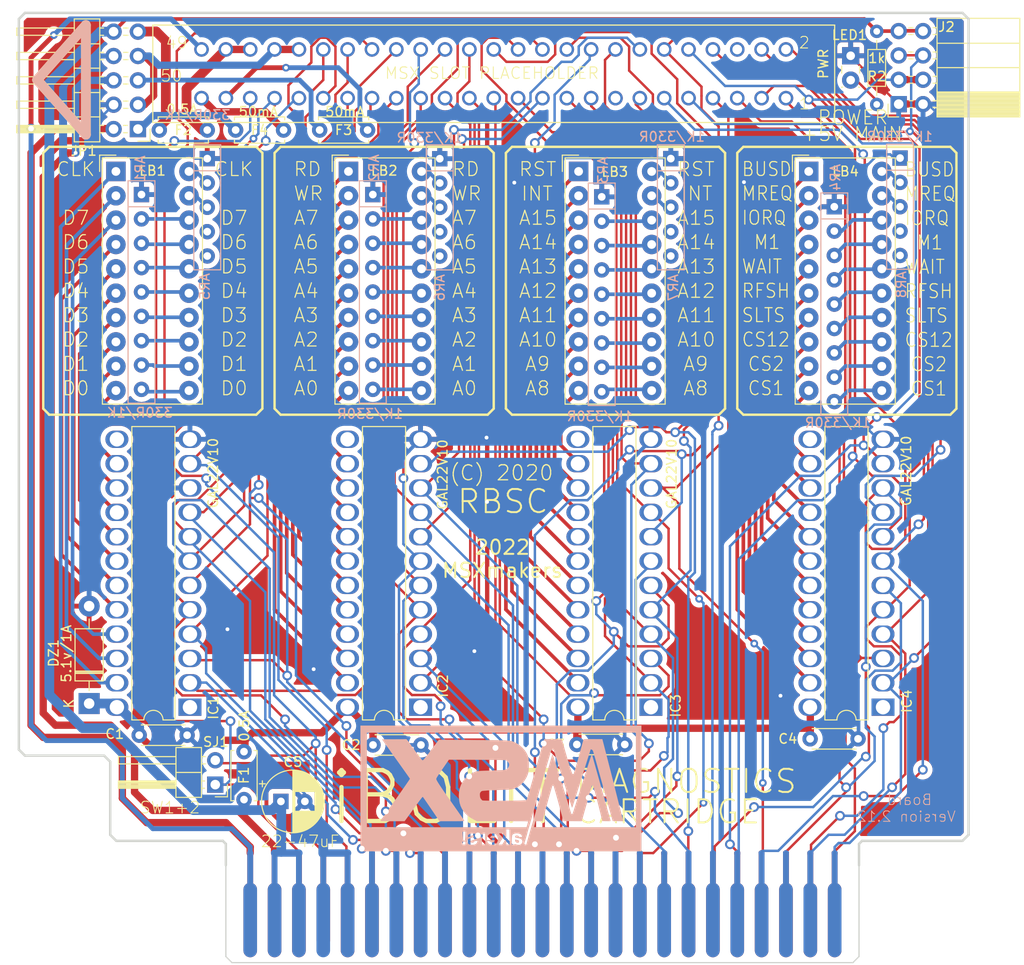
<source format=kicad_pcb>
(kicad_pcb (version 20211014) (generator pcbnew)
  (layers (0 "F.Cu" signal "Top") (31 "B.Cu" signal "Bottom") (34 "B.Paste" user) (35 "F.Paste" user) (36 "B.SilkS" user "B.Silkscreen") (37 "F.SilkS" user "F.Silkscreen") (38 "B.Mask" user) (39 "F.Mask" user) (44 "Edge.Cuts" user))
  (net 0 "")
  (net 1 "/+5VIN")
  (net 2 "/BCLOCK")
  (net 3 "/BNA")
  (net 4 "/BD7")
  (net 5 "/BD6")
  (net 6 "/BD5")
  (net 7 "/BD4")
  (net 8 "/BD3")
  (net 9 "/BD2")
  (net 10 "/BD1")
  (net 11 "/BD0")
  (net 12 "/CLOCK")
  (net 13 "/D7")
  (net 14 "/D6")
  (net 15 "/D5")
  (net 16 "/D4")
  (net 17 "/D3")
  (net 18 "/D2")
  (net 19 "/D1")
  (net 20 "/D0")
  (net 22 "/BRD")
  (net 23 "/BWR")
  (net 24 "/BA7")
  (net 25 "/BA6")
  (net 26 "/BA5")
  (net 27 "/BA4")
  (net 28 "/BA3")
  (net 29 "/BA2")
  (net 30 "/BA1")
  (net 31 "/BA0")
  (net 33 "/RD")
  (net 34 "/WR")
  (net 35 "/A7")
  (net 36 "/A6")
  (net 37 "/A5")
  (net 38 "/A4")
  (net 39 "/A3")
  (net 40 "/A2")
  (net 41 "/A1")
  (net 42 "/A0")
  (net 43 "/BRESET")
  (net 44 "/BINT")
  (net 45 "/BA15")
  (net 46 "/BA14")
  (net 47 "/BA13")
  (net 48 "/BA12")
  (net 49 "/BA11")
  (net 50 "/BA10")
  (net 51 "/BA9")
  (net 52 "/BA8")
  (net 53 "/RESET")
  (net 54 "/INT")
  (net 55 "/A15")
  (net 56 "/A14")
  (net 57 "/A13")
  (net 58 "/A12")
  (net 59 "/A11")
  (net 60 "/A10")
  (net 61 "/A9")
  (net 62 "/A8")
  (net 63 "/BBUSDIR")
  (net 64 "/BMERQ")
  (net 65 "/BIORQ")
  (net 66 "/BM1")
  (net 67 "/BWAIT")
  (net 68 "/BRFSH")
  (net 69 "/BSLTSL")
  (net 70 "/BCS12")
  (net 71 "/BCS2")
  (net 74 "/BUSDIR")
  (net 75 "/MREQ")
  (net 76 "/IORQ")
  (net 77 "/M1")
  (net 78 "/WAIT")
  (net 79 "/RFSH")
  (net 80 "/SLTSL")
  (net 81 "/CS12")
  (net 82 "/CS2")
  (net 83 "/CS1")
  (net 85 "-12V")
  (net 86 "+12V")
  (net 87 "+5V")
  (net 88 "/GND2")
  (net 92 "/9")
  (net 93 "/8")
  (net 94 "/6")
  (net 95 "/5")
  (net 96 "/4")
  (net 97 "/3")
  (net 98 "/2")
  (net 99 "/1")
  (net 100 "/SNDIN")
  (net 101 "/9A")
  (net 102 "/8A")
  (net 103 "/6A")
  (net 104 "/5A")
  (net 105 "/4A")
  (net 106 "/3A")
  (net 107 "/2A")
  (net 108 "/1A")
  (net 109 "/10B")
  (net 111 "/8B")
  (net 112 "/7B")
  (net 113 "/6B")
  (net 114 "/5B")
  (net 115 "/4B")
  (net 116 "/3B")
  (net 117 "/2B")
  (net 118 "/1B")
  (net 120 "/9C")
  (net 121 "/8C")
  (net 122 "/6C")
  (net 123 "/5C")
  (net 124 "/4C")
  (net 125 "/3C")
  (net 126 "/2C")
  (net 127 "/1C")
  (net 128 "GND")
  (net 130 "/-12VIN")
  (net 132 "/+12VIN")
  (net 139 "/7")
  (net 140 "Net-(AR5-Pad2)")
  (net 141 "/7A")
  (net 142 "/7C")
  (net 145 "Net-(AR6-Pad2)")
  (net 146 "Net-(AR7-Pad3)")
  (net 147 "Net-(AR8-Pad2)")
  (net 148 "/SW1")
  (net 149 "/SW2")
  (net 150 "Net-(C1-Pad1)")
  (net 151 "Net-(CN2-PadP$45)")
  (net 152 "/+12VOUT")
  (net 153 "/-12VOUT")
  (net 154 "Net-(LED1-Pad2)")
  (net 155 "unconnected-(IC4-Pad14)")
  (footprint "MSXmakers:DIP-24c_W7.62mm_LongPads" (layer "F.Cu") (at 116.8146 127.889 180)
    (fp_text reference "IC1")
    (fp_text value "GAL22V10")
  )
  (footprint "MSXmakers:DIP-24c_W7.62mm_LongPads" (layer "F.Cu") (at 140.8684 127.889 180)
    (fp_text reference "IC2")
    (fp_text value "GAL22V10")
  )
  (footprint "MSXmakers:DIP-24c_W7.62mm_LongPads" (layer "F.Cu") (at 164.8968 127.889 180)
    (fp_text reference "IC3")
    (fp_text value "GAL22V10")
  )
  (footprint "MSXmakers:DIP-24c_W7.62mm_LongPads" (layer "F.Cu") (at 189.103 127.889 180)
    (fp_text reference "IC4")
    (fp_text value "GAL22V10")
  )
  (footprint "Capacitor_THT:C_Disc_D4.3mm_W1.9mm_P5.00mm" (layer "F.Cu") (at 111.5206 130.81)
    (fp_text reference "C1")
    (fp_text value "100nF")
  )
  (footprint "Capacitor_THT:CP_Radial_D6.3mm_P2.50mm" (layer "F.Cu") (at 126.3034 137.7188)
    (fp_text reference "C5")
    (fp_text value "47uF/10v")
  )
  (footprint "iBolit_main:MSX_SLOT_PLP" (layer "F.Cu") (at 115.4811 66.9036)
    (fp_text reference "CN2" hide)
    (fp_text value "SLOTPLACEHOLDER" hide)
  )
  (footprint "Capacitor_THT:C_Disc_D4.3mm_W1.9mm_P5.00mm" (layer "F.Cu") (at 135.91 131.83)
    (fp_text reference "C2")
    (fp_text value "100nF")
  )
  (footprint "Capacitor_THT:C_Disc_D4.3mm_W1.9mm_P5.00mm" (layer "F.Cu") (at 157.17 131.78)
    (fp_text reference "C3")
    (fp_text value "100nF")
  )
  (footprint "Capacitor_THT:C_Disc_D4.3mm_W1.9mm_P5.00mm" (layer "F.Cu") (at 181.5 131.19)
    (fp_text reference "C4")
    (fp_text value "100nF")
  )
  (footprint "Display:HDSP-4832" (layer "F.Cu") (at 109.093 72.009)
    (fp_text reference "LB1")
    (fp_text value "LEDBLOCK10")
  )
  (footprint "Display:HDSP-4830" (layer "F.Cu") (at 133.35 72.009)
    (fp_text reference "LB2")
    (fp_text value "LEDBLOCK10")
  )
  (footprint "Display:HDSP-4830" (layer "F.Cu") (at 157.353 72.009)
    (fp_text reference "LB3")
    (fp_text value "LEDBLOCK10")
  )
  (footprint "Display:HDSP-4850" (layer "F.Cu") (at 181.356 72.009)
    (fp_text reference "LB4")
    (fp_text value "LEDBLOCK10")
  )
  (footprint "iBolit_main:MSX_SLOT_CON" (layer "F.Cu") (at 153.5811 154.5336)
    (fp_text reference "CN1" hide)
    (fp_text value "SLOTCONN" hide)
    (fp_line (start 33.02 -0.635) (end 33.02 -10.16) (layer "Edge.Cuts") (width 0.127))
    (fp_line (start -33.02 -0.635) (end -32.385 0) (layer "Edge.Cuts") (width 0.127))
    (fp_line (start -32.385 0) (end 32.385 0) (layer "Edge.Cuts") (width 0.127))
    (fp_line (start 33.02 -0.635) (end 32.385 0) (layer "Edge.Cuts") (width 0.127))
    (fp_line (start -33.02 -10.16) (end -33.02 -0.635) (layer "Edge.Cuts") (width 0.127))
  )
  (footprint "Connector_PinHeader_2.54mm:PinHeader_2x05_P2.54mm_Horizontal" (layer "F.Cu") (at 111.39 67.59 180)
    (fp_text reference "JP1")
    (fp_text value "JP5Q_CUSTOM")
  )
  (footprint "Resistor_THT:R_Axial_DIN0204_L3.6mm_D1.6mm_P7.62mm_Horizontal" (layer "F.Cu") (at 188.45 65.02 90)
    (fp_text reference "R2")
    (fp_text value "1k")
  )
  (footprint "LED_THT:LED_Rectangular_W3.9mm_H1.8mm" (layer "F.Cu") (at 185.73 59.944 -90)
    (fp_text reference "LED1")
    (fp_text value "PWR")
  )
  (footprint "Connector_PinHeader_2.54mm:PinHeader_1x02_P2.54mm_Horizontal" (layer "F.Cu") (at 119.4562 135.9662 180)
    (fp_text reference "SJ1")
    (fp_text value "SJ")
  )
  (footprint "Capacitor_THT:C_Disc_D5.0mm_W2.5mm_P5.00mm" (layer "F.Cu") (at 118.62 67.691 180)
    (fp_text reference "F2")
    (fp_text value "0.5A")
  )
  (footprint "Capacitor_THT:C_Disc_D5.0mm_W2.5mm_P5.00mm" (layer "F.Cu") (at 126.579 67.691 180)
    (fp_text reference "F4")
    (fp_text value "50mA")
  )
  (footprint "Capacitor_THT:C_Disc_D5.0mm_W2.5mm_P5.00mm" (layer "F.Cu") (at 135.342 67.691 180)
    (fp_text reference "F3")
    (fp_text value "50mA")
  )
  (footprint "Connector_PinSocket_2.54mm:PinSocket_2x04_P2.54mm_Horizontal" (layer "F.Cu") (at 190.74 64.99 180)
    (fp_text reference "J2")
    (fp_text value "StopNgo")
  )
  (footprint "Capacitor_THT:C_Disc_D5.0mm_W2.5mm_P5.00mm" (layer "F.Cu") (at 122.4534 132.5264 -90)
    (fp_text reference "F1")
    (fp_text value "0.5A")
  )
  (footprint "Diode_THT:D_DO-41_SOD81_P10.16mm_Horizontal" (layer "F.Cu") (at 106.299 127.508 90)
    (fp_text reference "DZ1")
    (fp_text value "5.1v/1A")
  )
  (footprint "Resistor_THT:R_Array_SIP5" (layer "B.Cu") (at 190.881 70.612 -90)
    (fp_text reference "AR8")
    (fp_text value "1K/330R")
  )
  (footprint "MSXmakers:Logo_MSXmakers_fsilk_29x14_neg" (layer "B.Cu") (at 149.27 136.35 180)
    (fp_text reference "G***" hide)
    (fp_text value "Val**" hide)
  )
  (footprint "Resistor_THT:R_Array_SIP9" (layer "B.Cu") (at 184.023 75.692 -90)
    (fp_text reference "AR4")
    (fp_text value "1K/330R")
  )
  (footprint "Resistor_THT:R_Array_SIP9" (layer "B.Cu") (at 135.89 74.422 -90)
    (fp_text reference "AR2")
    (fp_text value "1K/330R")
  )
  (footprint "Resistor_THT:R_Array_SIP5" (layer "B.Cu") (at 142.87 70.68 -90)
    (fp_text reference "AR6")
    (fp_text value "1K/330R")
  )
  (footprint "Resistor_THT:R_Array_SIP5" (layer "B.Cu") (at 166.97 70.67 -90)
    (fp_text reference "AR7")
    (fp_text value "1K/330R")
  )
  (footprint "Resistor_THT:R_Array_SIP9" (layer "B.Cu") (at 159.766 74.661 -90)
    (fp_text reference "AR3")
    (fp_text value "1K/330R")
  )
  (footprint "Resistor_THT:R_Array_SIP9" (layer "B.Cu") (at 111.76 74.422 -90)
    (fp_text reference "AR1")
    (fp_text value "330R/1K")
  )
  (footprint "Resistor_THT:R_Array_SIP5" (layer "B.Cu") (at 118.62 70.67 -90)
    (fp_text reference "AR5")
    (fp_text value "330R/1K")
  )
  (gr_line (start 105.9561 56.7436) (end 105.9561 68.1736) (layer "B.SilkS") (width 1.016))
  (gr_line (start 105.9561 68.1736) (end 100.8761 62.4586) (layer "B.SilkS") (width 1.016))
  (gr_line (start 100.8761 62.4586) (end 105.9561 56.7436) (layer "B.SilkS") (width 1.016))
  (gr_line (start 101.5111 70.0786) (end 102.1461 69.4436) (layer "F.SilkS") (width 0.254))
  (gr_line (start 124.3711 70.0786) (end 123.7361 69.4436) (layer "F.SilkS") (width 0.254))
  (gr_line (start 125.6411 70.0786) (end 126.2761 69.4436) (layer "F.SilkS") (width 0.254))
  (gr_line (start 101.5111 96.7486) (end 102.1461 97.3836) (layer "F.SilkS") (width 0.254))
  (gr_line (start 123.7361 97.3836) (end 124.3711 96.7486) (layer "F.SilkS") (width 0.254))
  (gr_line (start 125.6411 96.7486) (end 126.2761 97.3836) (layer "F.SilkS") (width 0.254))
  (gr_line (start 147.8661 69.4436) (end 148.5011 70.0786) (layer "F.SilkS") (width 0.254))
  (gr_line (start 150.4061 69.4436) (end 149.7711 70.0786) (layer "F.SilkS") (width 0.254))
  (gr_line (start 147.8661 97.3836) (end 148.5011 96.7486) (layer "F.SilkS") (width 0.254))
  (gr_line (start 149.7711 96.7486) (end 150.4061 97.3836) (layer "F.SilkS") (width 0.254))
  (gr_line (start 171.9961 69.4436) (end 172.6311 70.0786) (layer "F.SilkS") (width 0.254))
  (gr_line (start 174.5361 69.4436) (end 173.9011 70.0786) (layer "F.SilkS") (width 0.254))
  (gr_line (start 196.1261 69.4436) (end 196.7611 70.0786) (layer "F.SilkS") (width 0.254))
  (gr_line (start 196.7611 96.7486) (end 196.1261 97.3836) (layer "F.SilkS") (width 0.254))
  (gr_line (start 174.5361 97.3836) (end 173.9011 96.7486) (layer "F.SilkS") (width 0.254))
  (gr_line (start 172.6311 96.7486) (end 171.9961 97.3836) (layer "F.SilkS") (width 0.254))
  (gr_line (start 105.9561 68.1736) (end 105.9561 56.7436) (layer "F.SilkS") (width 1.016))
  (gr_line (start 105.9561 56.7436) (end 100.8761 62.4586) (layer "F.SilkS") (width 1.016))
  (gr_line (start 100.8761 62.4586) (end 105.9561 68.1736) (layer "F.SilkS") (width 1.016))
  (gr_line (start 123.698 97.3836) (end 102.108 97.3836) (layer "F.SilkS") (width 0.254))
  (gr_line (start 196.7611 70.0786) (end 196.7611 96.7486) (layer "F.SilkS") (width 0.254))
  (gr_line (start 150.4061 69.4436) (end 171.9961 69.4436) (layer "F.SilkS") (width 0.254))
  (gr_line (start 149.7711 96.7486) (end 149.7711 70.0786) (layer "F.SilkS") (width 0.254))
  (gr_line (start 125.6411 96.7486) (end 125.6411 70.0786) (layer "F.SilkS") (width 0.254))
  (gr_line (start 123.7361 69.4436) (end 102.1461 69.4436) (layer "F.SilkS") (width 0.254))
  (gr_line (start 124.3711 70.0786) (end 124.3711 96.7486) (layer "F.SilkS") (width 0.254))
  (gr_line (start 126.2761 69.4436) (end 147.8661 69.4436) (layer "F.SilkS") (width 0.254))
  (gr_line (start 171.9961 97.3836) (end 150.4061 97.3836) (layer "F.SilkS") (width 0.254))
  (gr_line (start 173.9011 96.7486) (end 173.9011 70.0786) (layer "F.SilkS") (width 0.254))
  (gr_line (start 196.1261 97.3836) (end 174.5361 97.3836) (layer "F.SilkS") (width 0.254))
  (gr_line (start 174.5361 69.4436) (end 196.1261 69.4436) (layer "F.SilkS") (width 0.254))
  (gr_line (start 101.5111 70.0786) (end 101.5111 96.7486) (layer "F.SilkS") (width 0.254))
  (gr_line (start 147.8661 97.3836) (end 126.2761 97.3836) (layer "F.SilkS") (width 0.254))
  (gr_line (start 148.5011 70.0786) (end 148.5011 96.7486) (layer "F.SilkS") (width 0.254))
  (gr_line (start 172.6311 70.0786) (end 172.6311 96.7486) (layer "F.SilkS") (width 0.254))
  (gr_line (start 109.1311 141.8336) (end 120.2436 141.8336) (layer "Edge.Cuts") (width 0.254))
  (gr_line (start 197.3961 55.4736) (end 198.0311 56.1086) (layer "Edge.Cuts") (width 0.254))
  (gr_line (start 186.9186 141.8336) (end 197.3961 141.8336) (layer "Edge.Cuts") (width 0.254))
  (gr_line (start 198.0311 56.1086) (end 198.0311 141.1986) (layer "Edge.Cuts") (width 0.254))
  (gr_line (start 98.9711 132.3086) (end 99.6061 132.9436) (layer "Edge.Cuts") (width 0.254))
  (gr_line (start 186.6011 142.1511) (end 186.9186 141.8336) (layer "Edge.Cuts") (width 0.254))
  (gr_line (start 107.8611 132.9436) (end 108.4961 133.5786) (layer "Edge.Cuts") (width 0.254))
  (gr_line (start 98.9711 56.1086) (end 99.6061 55.4736) (layer "Edge.Cuts") (width 0.254))
  (gr_line (start 186.6011 144.3736) (end 186.6011 142.1511) (layer "Edge.Cuts") (width 0.254))
  (gr_line (start 99.6061 55.4736) (end 197.3961 55.4736) (layer "Edge.Cuts") (width 0.254))
  (gr_line (start 197.3961 141.8336) (end 198.0311 141.1986) (layer "Edge.Cuts") (width 0.254))
  (gr_line (start 120.5611 142.1511) (end 120.5611 144.3736) (layer "Edge.Cuts") (width 0.254))
  (gr_line (start 108.4961 141.1986) (end 109.1311 141.8336) (layer "Edge.Cuts") (width 0.254))
  (gr_line (start 98.9711 56.1086) (end 98.9711 132.3086) (layer "Edge.Cuts") (width 0.254))
  (gr_line (start 108.4961 133.5786) (end 108.4961 141.1986) (layer "Edge.Cuts") (width 0.254))
  (gr_line (start 120.2436 141.8336) (end 120.5611 142.1511) (layer "Edge.Cuts") (width 0.254))
  (gr_line (start 99.6061 132.9436) (end 107.8611 132.9436) (layer "Edge.Cuts") (width 0.254))
  (gr_text "   Board\nVersion 2.12" (at 196.7611 139.9286) (layer "B.SilkS") (effects (font (size 1.08585 1.08585) (thickness 0.09144)) (justify left bottom mirror)))
  (gr_text "(C) 2020" (at 143.8148 104.3686) (layer "F.SilkS") (effects (font (size 1.56845 1.56845) (thickness 0.13208)) (justify left bottom)))
  (gr_text "RBSC" (at 144.5514 107.8484) (layer "F.SilkS") (effects (font (size 2.413 2.413) (thickness 0.2032)) (justify left bottom)))
  (gr_text "POWER" (at 189.738 65.532) (layer "F.SilkS") (effects (font (size 1.4478 1.4478) (thickness 0.12192)) (justify right top)))
  (gr_text "+5V MAIN" (at 180.467 68.961) (layer "F.SilkS") (effects (font (size 1.4478 1.4478) (thickness 0.12192)) (justify left bottom)))
  (gr_text "SW1+2" (at 111.506 139.065) (layer "F.SilkS") (effects (font (size 1.2065 1.2065) (thickness 0.1016)) (justify left bottom)))
  (gr_text "A10" (at 151.0411 90.3986) (layer "F.SilkS") (effects (font (size 1.4478 1.4478) (thickness 0.12192)) (justify left bottom)))
  (gr_text "RD" (at 127.5461 72.6186) (layer "F.SilkS") (effects (font (size 1.4478 1.4478) (thickness 0.12192)) (justify left bottom)))
  (gr_text "A0" (at 127.5461 95.4786) (layer "F.SilkS") (effects (font (size 1.4478 1.4478) (thickness 0.12192)) (justify left bottom)))
  (gr_text "A12" (at 167.5511 85.3186) (layer "F.SilkS") (effects (font (size 1.4478 1.4478) (thickness 0.12192)) (justify left bottom)))
  (gr_text "D1" (at 103.4161 92.9386) (layer "F.SilkS") (effects (font (size 1.4478 1.4478) (thickness 0.12192)) (justify left bottom)))
  (gr_text "DIAGNOSTICS" (at 180.2511 134.2136) (layer "F.SilkS") (effects (font (size 2.413 2.413) (thickness 0.2032)) (justify right top)))
  (gr_text "A9" (at 151.6761 92.9386) (layer "F.SilkS") (effects (font (size 1.4478 1.4478) (thickness 0.12192)) (justify left bottom)))
  (gr_text "CS2" (at 191.915 92.97) (layer "F.SilkS") (effects (font (size 1.4478 1.3) (thickness 0.12192)) (justify left bottom)))
  (gr_text "CS12" (at 174.3 90.39) (layer "F.SilkS") (effects (font (size 1.4478 1.3) (thickness 0.12192)) (justify left bottom)))
  (gr_text "RST" (at 151.0411 72.6186) (layer "F.SilkS") (effects (font (size 1.4478 1.4478) (thickness 0.12192)) (justify left bottom)))
  (gr_text "A5" (at 127.5461 82.7786) (layer "F.SilkS") (effects (font (size 1.4478 1.4478) (thickness 0.12192)) (justify left bottom)))
  (gr_text "D7" (at 103.4161 77.6986) (layer "F.SilkS") (effects (font (size 1.4478 1.4478) (thickness 0.12192)) (justify left bottom)))
  (gr_text "A14" (at 151.0411 80.2386) (layer "F.SilkS") (effects (font (size 1.4478 1.4478) (thickness 0.12192)) (justify left bottom)))
  (gr_text "A5" (at 144.0561 82.7786) (layer "F.SilkS") (effects (font (size 1.4478 1.4478) (thickness 0.12192)) (justify left bottom)))
  (gr_text "A15" (at 167.5511 77.6986) (layer "F.SilkS") (effects (font (size 1.4478 1.4478) (thickness 0.12192)) (justify left bottom)))
  (gr_text "CLK" (at 102.7811 72.6186) (layer "F.SilkS") (effects (font (size 1.4478 1.4478) (thickness 0.12192)) (justify left bottom)))
  (gr_text "A9" (at 168.1861 92.9386) (layer "F.SilkS") (effects (font (size 1.4478 1.4478) (thickness 0.12192)) (justify left bottom)))
  (gr_text "A11" (at 151.0411 87.8586) (layer "F.SilkS") (effects (font (size 1.4478 1.4478) (thickness 0.12192)) (justify left bottom)))
  (gr_text "D3" (at 103.4161 87.8586) (layer "F.SilkS") (effects (font (size 1.4478 1.4478) (thickness 0.12192)) (justify left bottom)))
  (gr_text "D7" (at 119.9261 77.6986) (layer "F.SilkS") (effects (font (size 1.4478 1.4478) (thickness 0.12192)) (justify left bottom)))
  (gr_text "D4" (at 119.9261 85.3186) (layer "F.SilkS") (effects (font (size 1.4478 1.4478) (thickness 0.12192)) (justify left bottom)))
  (gr_text "A0" (at 144.0561 95.4786) (layer "F.SilkS") (effects (font (size 1.4478 1.4478) (thickness 0.12192)) (justify left bottom)))
  (gr_text "CS1" (at 191.915 95.51) (layer "F.SilkS") (effects (font (size 1.4478 1.3) (thickness 0.12192)) (justify left bottom)))
  (gr_text "MREQ" (at 174.3 75.15) (layer "F.SilkS") (effects (font (size 1.4478 1.3) (thickness 0.12192)) (justify left bottom)))
  (gr_text "A13" (at 167.5511 82.7786) (layer "F.SilkS") (effects (font (size 1.4478 1.4478) (thickness 0.12192)) (justify left bottom)))
  (gr_text "D2" (at 119.9261 90.3986) (layer "F.SilkS") (effects (font (size 1.4478 1.4478) (thickness 0.12192)) (justify left bottom)))
  (gr_text "A2" (at 127.5461 90.3986) (layer "F.SilkS") (effects (font (size 1.4478 1.4478) (thickness 0.12192)) (justify left bottom)))
  (gr_text "A7" (at 144.0561 77.6986) (layer "F.SilkS") (effects (font (size 1.4478 1.4478) (thickness 0.12192)) (justify left bottom)))
  (gr_text "iBOLIT" (at 155.92 134.22) (layer "F.SilkS") (effects (font (size 5.3086 5.3086) (thickness 0.44704)) (justify right top)))
  (gr_text "SLTS" (at 191.28 87.89) (layer "F.SilkS") (effects (font (size 1.4478 1.3) (thickness 0.12192)) (justify left bottom)))
  (gr_text "IORQ" (at 174.3 77.69) (layer "F.SilkS") (effects (font (size 1.4478 1.3) (thickness 0.12192)) (justify left bottom)))
  (gr_text "A11" (at 167.5511 87.8586) (layer "F.SilkS") (effects (font (size 1.4478 1.4478) (thickness 0.12192)) (justify left bottom)))
  (gr_text "D3" (at 119.9261 87.8586) (layer "F.SilkS") (effects (font (size 1.4478 1.4478) (thickness 0.12192)) (justify left bottom)))
  (gr_text "D4" (at 103.4161 85.3186) (layer "F.SilkS") (effects (font (size 1.4478 1.4478) (thickness 0.12192)) (justify left bottom)))
  (gr_text "D1" (at 119.9261 92.9386) (layer "F.SilkS") (effects (font (size 1.4478 1.4478) (thickness 0.12192)) (justify left bottom)))
  (gr_text "D0" (at 119.9261 95.4786) (layer "F.SilkS") (effects (font (size 1.4478 1.4478) (thickness 0.12192)) (justify left bottom)))
  (gr_text "RFSH" (at 174.3 85.31) (layer "F.SilkS") (effects (font (size 1.4478 1.3) (thickness 0.12192)) (justify left bottom)))
  (gr_text "D6" (at 103.4161 80.2386) (layer "F.SilkS") (effects (font (size 1.4478 1.4478) (thickness 0.12192)) (justify left bottom)))
  (gr_text "D2" (at 103.4161 90.3986) (layer "F.SilkS") (effects (font (size 1.4478 1.4478) (thickness 0.12192)) (justify left bottom)))
  (gr_text "WR" (at 144.0561 75.1586) (layer "F.SilkS") (effects (font (size 1.4478 1.4478) (thickness 0.12192)) (justify left bottom)))
  (gr_text "CARTRIDGE" (at 176.4411 137.3886) (layer "F.SilkS") (effects (font (size 2.413 2.413) (thickness 0.2032)) (justify right top)))
  (gr_text "D6" (at 119.9261 80.2386) (layer "F.SilkS") (effects (font (size 1.4478 1.4478) (thickness 0.12192)) (justify left bottom)))
  (gr_text "A8" (at 168.1861 95.4786) (layer "F.SilkS") (effects (font (size 1.4478 1.4478) (thickness 0.12192)) (justify left bottom)))
  (gr_text "A7" (at 127.5461 77.6986) (layer "F.SilkS") (effects (font (size 1.4478 1.4478) (thickness 0.12192)) (justify left bottom)))
  (gr_text "A14" (at 167.5511 80.2386) (layer "F.SilkS") (effects (font (size 1.4478 1.4478) (thickness 0.12192)) (justify left bottom)))
  (gr_text "WAIT" (at 191.28 82.81) (layer "F.SilkS") (effects (font (size 1.4478 1.3) (thickness 0.12192)) (justify left bottom)))
  (gr_text "CS12" (at 191.28 90.43) (layer "F.SilkS") (effects (font (size 1.4478 1.3) (thickness 0.12192)) (justify left bottom)))
  (gr_text "WAIT" (at 174.3 82.77) (layer "F.SilkS") (effects (font (size 1.4478 1.3) (thickness 0.12192)) (justify left bottom)))
  (gr_text "WR" (at 127.5461 75.1586) (layer "F.SilkS") (effects (font (size 1.4478 1.4478) (thickness 0.12192)) (justify left bottom)))
  (gr_text "M1" (at 175.57 80.23) (layer "F.SilkS") (effects (font (size 1.4478 1.3) (thickness 0.12192)) (justify left bottom)))
  (gr_text "IORQ" (at 191.28 77.73) (layer "F.SilkS") (effects (font (size 1.4478 1.3) (thickness 0.12192)) (justify left bottom)))
  (gr_text "CS2" (at 174.935 92.93) (layer "F.SilkS") (effects (font (size 1.4478 1.3) (thickness 0.12192)) (justify left bottom)))
  (gr_text "MREQ" (at 191.28 75.19) (layer "F.SilkS") (effects (font (size 1.4478 1.3) (thickness 0.12192)) (justify left bottom)))
  (gr_text "A4" (at 144.0561 85.3186) (layer "F.SilkS") (effects (font (size 1.4478 1.4478) (thickness 0.12192)) (justify left bottom)))
  (gr_text "A6" (at 127.5461 80.2386) (layer "F.SilkS") (effects (font (size 1.4478 1.4478) (thickness 0.12192)) (justify left bottom)))
  (gr_text "BUSD" (at 191.28 72.65) (layer "F.SilkS") (effects (font (size 1.4478 1.3) (thickness 0.12192)) (justify left bottom)))
  (gr_text "A1" (at 144.0561 92.9386) (layer "F.SilkS") (effects (font (size 1.4478 1.4478) (thickness 0.12192)) (justify left bottom)))
  (gr_text "A3" (at 144.0561 87.8586) (layer "F.SilkS") (effects (font (size 1.4478 1.4478) (thickness 0.12192)) (justify left bottom)))
  (gr_text "A1" (at 127.5461 92.9386) (layer "F.SilkS") (effects (font (size 1.4478 1.4478) (thickness 0.12192)) (justify left bottom)))
  (gr_text "A13" (at 151.0411 82.7786) (layer "F.SilkS") (effects (font (size 1.4478 1.4478) (thickness 0.12192)) (justify left bottom)))
  (gr_text "RD" (at 144.0561 72.6186) (layer "F.SilkS") (effects (font (size 1.4478 1.4478) (thickness 0.12192)) (justify left bottom)))
  (gr_text "A6" (at 144.0561 80.2386) (layer "F.SilkS") (effects (font (size 1.4478 1.4478) (thickness 0.12192)) (justify left bottom)))
  (gr_text "A2" (at 144.0561 90.3986) (layer "F.SilkS") (effects (font (size 1.4478 1.4478) (thickness 0.12192)) (justify left bottom)))
  (gr_text "A15" (at 151.0411 77.6986) (layer "F.SilkS") (effects (font (size 1.4478 1.4478) (thickness 0.12192)) (justify left bottom)))
  (gr_text "A4" (at 127.5461 85.3186) (layer "F.SilkS") (effects (font (size 1.4478 1.4478) (thickness 0.12192)) (justify left bottom)))
  (gr_text "22-47uF" (at 124.13 142.59) (layer "F.SilkS") (effects (font (size 1.2065 1.2065) (thickness 0.1016)) (justify left bottom)))
  (gr_text "BUSD" (at 174.3 72.61) (layer "F.SilkS") (effects (font (size 1.4478 1.3) (thickness 0.12192)) (justify left bottom)))
  (gr_text "A3" (at 127.5461 87.8586) (layer "F.SilkS") (effects (font (size 1.4478 1.4478) (thickness 0.12192)) (justify left bottom)))
  (gr_text "RST" (at 167.5511 72.6186) (layer "F.SilkS") (effects (font (size 1.4478 1.4478) (thickness 0.12192)) (justify left bottom)))
  (gr_text "A12" (at 151.0411 85.3186) (layer "F.SilkS") (effects (font (size 1.4478 1.4478) (thickness 0.12192)) (justify left bottom)))
  (gr_text "SLTS" (at 174.3 87.85) (layer "F.SilkS") (effects (font (size 1.4478 1.3) (thickness 0.12192)) (justify left bottom)))
  (gr_text "A10" (at 167.5511 90.3986) (layer "F.SilkS") (effects (font (size 1.4478 1.4478) (thickness 0.12192)) (justify left bottom)))
  (gr_text "INT" (at 167.94 75.16) (layer "F.SilkS") (effects (font (size 1.4478 1.4478) (thickness 0.12192)) (justify left bottom)))
  (gr_text "D5" (at 103.4161 82.7786) (layer "F.SilkS") (effects (font (size 1.4478 1.4478) (thickness 0.12192)) (justify left bottom)))
  (gr_text "M1" (at 192.55 80.27) (layer "F.SilkS") (effects (font (size 1.4478 1.3) (thickness 0.12192)) (justify left bottom)))
  (gr_text "INT" (at 151.29 75.17) (layer "F.SilkS") (effects (font (size 1.4478 1.4478) (thickness 0.12192)) (justify left bottom)))
  (gr_text "2022\nMSXmakers" (at 149.4028 112.4204) (layer "F.SilkS") (effects (font (size 1.5 1.5) (thickness 0.2032))))
  (gr_text "CLK" (at 119.2911 72.6186) (layer "F.SilkS") (effects (font (size 1.4478 1.4478) (thickness 0.12192)) (justify left bottom)))
  (gr_text "A8" (at 151.6761 95.4786) (layer "F.SilkS") (effects (font (size 1.4478 1.4478) (thickness 0.12192)) (justify left bottom)))
  (gr_text "RFSH" (at 191.28 85.35) (layer "F.SilkS") (effects (font (size 1.4478 1.3) (thickness 0.12192)) (justify left bottom)))
  (gr_text "D0" (at 103.4161 95.4786) (layer "F.SilkS") (effects (font (size 1.4478 1.4478) (thickness 0.12192)) (justify left bottom)))
  (gr_text "D5" (at 119.9261 82.7786) (layer "F.SilkS") (effects (font (size 1.4478 1.4478) (thickness 0.12192)) (justify left bottom)))
  (gr_text "CS1" (at 174.935 95.47) (layer "F.SilkS") (effects (font (size 1.4478 1.3) (thickness 0.12192)) (justify left bottom)))
  (segment (start 190.74 57.34) (end 193.28 57.34) (width 0.381) (layer "F.Cu") (net 1))
  (segment (start 110.1614 56.1086) (end 187.1586 56.1086) (width 0.381) (layer "F.Cu") (net 1))
  (segment (start 108.85 57.43) (end 108.85 57.42) (width 0.381) (layer "F.Cu") (net 1))
  (segment (start 190.74 57.37) (end 188.48 57.37) (width 0.381) (layer "F.Cu") (net 1))
  (segment (start 188.48 57.37) (end 188.45 57.4) (width 0.381) (layer "F.Cu") (net 1))
  (segment (start 187.1586 56.1086) (end 188.45 57.4) (width 0.381) (layer "F.Cu") (net 1))
  (segment (start 108.85 57.42) (end 110.1614 56.1086) (width 0.381) (layer "F.Cu") (net 1))
  (segment (start 126.3396 142.9766) (end 126.3396 142.3416) (width 1.016) (layer "B.Cu") (net 1))
  (segment (start 128.1811 143.1036) (end 125.6411 143.1036) (width 0.762) (layer "B.Cu") (net 1))
  (segment (start 117.201665 138.623701) (end 125.398499 138.623701) (width 1.016) (layer "B.Cu") (net 1))
  (segment (start 102.1461 126.5936) (end 105.6259 130.0734) (width 1.016) (layer "B.Cu") (net 1))
  (segment (start 125.398499 138.623701) (end 126.3034 137.7188) (width 1.016) (layer "B.Cu") (net 1))
  (segment (start 126.3034 137.7188) (end 126.3034 137.9074) (width 0.25) (layer "B.Cu") (net 1))
  (segment (start 102.1461 62.7539) (end 102.1461 126.5936) (width 1.016) (layer "B.Cu") (net 1))
  (segment (start 108.651364 130.0734) (end 117.201665 138.623701) (width 1.016) (layer "B.Cu") (net 1))
  (segment (start 107.47 57.43) (end 102.1461 62.7539) (width 1.016) (layer "B.Cu") (net 1))
  (segment (start 126.3396 142.1892) (end 126.3396 138.43) (width 1.016) (layer "B.Cu") (net 1))
  (segment (start 105.6259 130.0734) (end 108.651364 130.0734) (width 1.016) (layer "B.Cu") (net 1))
  (segment (start 108.85 57.43) (end 107.47 57.43) (width 1.016) (layer "B.Cu") (net 1))
  (segment (start 103.3272 77.7875) (end 109.1311 71.9836) (width 0.381) (layer "B.Cu") (net 2))
  (segment (start 109.1311 125.3236) (end 107.442 125.3236) (width 0.381) (layer "B.Cu") (net 2))
  (segment (start 103.3272 121.2088) (end 103.3272 77.7875) (width 0.381) (layer "B.Cu") (net 2))
  (segment (start 107.442 125.3236) (end 103.3272 121.2088) (width 0.381) (layer "B.Cu") (net 2))
  (segment (start 103.9368 79.7179) (end 109.1311 74.5236) (width 0.381) (layer "B.Cu") (net 3))
  (segment (start 109.1311 122.7836) (end 107.315 122.7836) (width 0.381) (layer "B.Cu") (net 3))
  (segment (start 107.315 122.7836) (end 103.9368 119.4054) (width 0.381) (layer "B.Cu") (net 3))
  (segment (start 103.9368 119.4054) (end 103.9368 79.7179) (width 0.381) (layer "B.Cu") (net 3))
  (segment (start 109.1311 77.0636) (end 104.5718 81.6229) (width 0.381) (layer "B.Cu") (net 4))
  (segment (start 104.5718 118.11) (end 106.7308 120.269) (width 0.381) (layer "B.Cu") (net 4))
  (segment (start 104.5718 81.6229) (end 104.5718 118.11) (width 0.381) (layer "B.Cu") (net 4))
  (segment (start 106.7308 120.269) (end 109.1946 120.269) (width 0.381) (layer "B.Cu") (net 4))
  (segment (start 109.1311 117.7036) (end 103.4161 111.9886) (width 0.381) (layer "F.Cu") (net 5))
  (segment (start 103.4161 111.9886) (end 103.4161 85.3186) (width 0.381) (layer "F.Cu") (net 5))
  (segment (start 103.4161 85.3186) (end 109.1311 79.6036) (width 0.381) (layer "F.Cu") (net 5))
  (segment (start 109.1311 115.1636) (end 104.0511 110.0836) (width 0.381) (layer "F.Cu") (net 6))
  (segment (start 104.0511 110.0836) (end 104.0511 87.2236) (width 0.381) (layer "F.Cu") (net 6))
  (segment (start 104.0511 87.2236) (end 109.1311 82.1436) (width 0.381) (layer "F.Cu") (net 6))
  (segment (start 109.1311 112.6236) (end 104.6861 108.1786) (width 0.381) (layer "F.Cu") (net 7))
  (segment (start 104.6861 108.1786) (end 104.6861 89.1286) (width 0.381) (layer "F.Cu") (net 7))
  (segment (start 104.6861 89.1286) (end 109.1311 84.6836) (width 0.381) (layer "F.Cu") (net 7))
  (segment (start 109.1311 110.0836) (end 105.3211 106.2736) (width 0.381) (layer "F.Cu") (net 8))
  (segment (start 105.3211 106.2736) (end 105.3211 91.0336) (width 0.381) (layer "F.Cu") (net 8))
  (segment (start 105.3211 91.0336) (end 109.1311 87.2236) (width 0.381) (layer "F.Cu") (net 8))
  (segment (start 109.1311 107.5436) (end 105.9561 104.3686) (width 0.381) (layer "F.Cu") (net 9))
  (segment (start 105.9561 104.3686) (end 105.9561 92.9386) (width 0.381) (layer "F.Cu") (net 9))
  (segment (start 105.9561 92.9386) (end 109.1311 89.7636) (width 0.381) (layer "F.Cu") (net 9))
  (segment (start 109.1311 105.0036) (end 106.5911 102.4636) (width 0.381) (layer "F.Cu") (net 10))
  (segment (start 106.5911 102.4636) (end 106.5911 94.8436) (width 0.381) (layer "F.Cu") (net 10))
  (segment (start 106.5911 94.8436) (end 109.1311 92.3036) (width 0.381) (layer "F.Cu") (net 10))
  (segment (start 109.1311 102.4636) (end 107.2261 100.5586) (width 0.381) (layer "F.Cu") (net 11))
  (segment (start 107.2261 100.5586) (end 107.2261 96.7486) (width 0.381) (layer "F.Cu") (net 11))
  (segment (start 107.2261 96.7486) (end 109.1311 94.8436) (width 0.381) (layer "F.Cu") (net 11))
  (segment (start 132.6769 153.3906) (end 133.2611 153.2636) (width 0.254) (layer "F.Cu") (net 12))
  (segment (start 133.1341 142.4178) (end 133.1341 142.875) (width 0.254) (layer "F.Cu") (net 12))
  (segment (start 131.0767 140.3604) (end 133.1341 142.4178) (width 0.254) (layer "F.Cu") (net 12))
  (segment (start 131.0767 132.3594) (end 131.0767 140.3604) (width 0.254) (layer "F.Cu") (net 12))
  (segment (start 133.1341 142.875) (end 133.2611 146.9136) (width 0.254) (layer "F.Cu") (net 12))
  (segment (start 121.539 82.556348) (end 121.539 72.009) (width 0.254) (layer "F.Cu") (net 12))
  (segment (start 121.539 72.009) (end 124.724974 68.823026) (width 0.254) (layer "F.Cu") (net 12))
  (segment (start 121.103501 82.991847) (end 121.539 82.556348) (width 0.254) (layer "F.Cu") (net 12))
  (segment (start 121.103501 98.111199) (end 121.103501 82.991847) (width 0.254) (layer "F.Cu") (net 12))
  (segment (start 116.7511 102.4636) (end 121.103501 98.111199) (width 0.254) (layer "F.Cu") (net 12))
  (via (at 124.724974 68.823026) (size 1.016) (drill 0.6096) (layers "F.Cu" "B.Cu") (net 12))
  (via (at 131.0767 132.3594) (size 1.016) (drill 0.6096) (layers "F.Cu" "B.Cu") (net 12))
  (segment (start 131.0767 130.0734) (end 131.0767 132.3594) (width 0.254) (layer "B.Cu") (net 12))
  (segment (start 126.0475 125.0442) (end 131.0767 130.0734) (width 0.254) (layer "B.Cu") (net 12))
  (segment (start 126.0475 110.1852) (end 126.0475 125.0442) (width 0.254) (layer "B.Cu") (net 12))
  (segment (start 118.5037 102.6414) (end 126.0475 110.1852) (width 0.254) (layer "B.Cu") (net 12))
  (segment (start 116.9035 102.6414) (end 118.5037 102.6414) (width 0.254) (layer "B.Cu") (net 12))
  (segment (start 116.9035 102.6414) (end 116.7511 102.4636) (width 0.254) (layer "B.Cu") (net 12))
  (segment (start 127.917574 64.3636) (end 124.724974 67.5562) (width 0.254) (layer "B.Cu") (net 12))
  (segment (start 124.724974 67.5562) (end 124.724974 68.823026) (width 0.254) (layer "B.Cu") (net 12))
  (segment (start 128.1811 64.3636) (end 127.917574 64.3636) (width 0.254) (layer "B.Cu") (net 12))
  (segment (start 122.010503 84.897897) (end 122.010503 103.770097) (width 0.254) (layer "F.Cu") (net 13))
  (segment (start 129.43 63.76) (end 129.43 65.78) (width 0.254) (layer "F.Cu") (net 13))
  (segment (start 130.7211 59.2836) (end 130.7211 62.4689) (width 0.254) (layer "F.Cu") (net 13))
  (segment (start 122.010503 103.770097) (end 118.237 107.5436) (width 0.254) (layer "F.Cu") (net 13))
  (segment (start 128.87 66.34) (end 128.87 68.888041) (width 0.254) (layer "F.Cu") (net 13))
  (segment (start 122.7074 84.201) (end 122.010503 84.897897) (width 0.254) (layer "F.Cu") (net 13))
  (segment (start 128.87 68.888041) (end 122.7074 75.050641) (width 0.254) (layer "F.Cu") (net 13))
  (segment (start 129.43 65.78) (end 128.87 66.34) (width 0.254) (layer "F.Cu") (net 13))
  (segment (start 122.7074 75.050641) (end 122.7074 84.201) (width 0.254) (layer "F.Cu") (net 13))
  (segment (start 130.7211 62.4689) (end 129.43 63.76) (width 0.254) (layer "F.Cu") (net 13))
  (segment (start 118.237 107.5436) (end 116.7511 107.5436) (width 0.254) (layer "F.Cu") (net 13))
  (segment (start 116.9035 108.1278) (end 116.9035 107.6706) (width 0.254) (layer "B.Cu") (net 13))
  (segment (start 124.6759 115.9002) (end 116.9035 108.1278) (width 0.254) (layer "B.Cu") (net 13))
  (segment (start 124.6759 129.159) (end 124.6759 115.9002) (width 0.254) (layer "B.Cu") (net 13))
  (segment (start 135.6487 140.1318) (end 124.6759 129.159) (width 0.254) (layer "B.Cu") (net 13))
  (segment (start 135.6487 142.875) (end 135.6487 140.1318) (width 0.254) (layer "B.Cu") (net 13))
  (segment (start 116.9035 107.6706) (end 116.7511 107.5436) (width 0.254) (layer "B.Cu") (net 13))
  (segment (start 135.6487 142.875) (end 135.8011 146.9136) (width 0.254) (layer "B.Cu") (net 13))
  (segment (start 135.4201 142.6464) (end 134.7343 142.6464) (width 0.254) (layer "F.Cu") (net 14))
  (segment (start 135.6487 142.875) (end 135.4201 142.6464) (width 0.254) (layer "F.Cu") (net 14))
  (segment (start 135.6487 142.875) (end 135.8011 146.9136) (width 0.254) (layer "F.Cu") (net 14))
  (segment (start 116.7511 110.0836) (end 116.6749 109.9566) (width 0.254) (layer "F.Cu") (net 14))
  (segment (start 121.557002 102.331298) (end 121.557002 84.055998) (width 0.254) (layer "F.Cu") (net 14))
  (segment (start 127.0921 63.0269) (end 129.4765 60.6425) (width 0.254) (layer "F.Cu") (net 14))
  (segment (start 117.6147 106.2736) (end 121.557002 102.331298) (width 0.254) (layer "F.Cu") (net 14))
  (segment (start 131.9911 58.9788) (end 131.9911 63.0936) (width 0.254) (layer "F.Cu") (net 14))
  (segment (start 129.4765 60.6425) (end 129.4765 58.9788) (width 0.254) (layer "F.Cu") (net 14))
  (segment (start 121.557002 84.055998) (end 122.0978 83.5152) (width 0.254) (layer "F.Cu") (net 14))
  (segment (start 131.9911 63.0936) (end 130.7211 64.3636) (width 0.254) (layer "F.Cu") (net 14))
  (segment (start 122.0978 83.5152) (end 122.0978 74.407366) (width 0.254) (layer "F.Cu") (net 14))
  (segment (start 128.159501 66.310501) (end 127.0921 65.2431) (width 0.254) (layer "F.Cu") (net 14))
  (segment (start 115.0747 106.9213) (end 115.7224 106.2736) (width 0.254) (layer "F.Cu") (net 14))
  (segment (start 129.4765 58.9788) (end 130.3909 58.0644) (width 0.254) (layer "F.Cu") (net 14))
  (segment (start 115.0747 108.3564) (end 115.0747 106.9213) (width 0.254) (layer "F.Cu") (net 14))
  (segment (start 128.159501 68.345665) (end 128.159501 66.310501) (width 0.254) (layer "F.Cu") (net 14))
  (segment (start 131.0767 58.0644) (end 131.9911 58.9788) (width 0.254) (layer "F.Cu") (net 14))
  (segment (start 127.0921 65.2431) (end 127.0921 63.0269) (width 0.254) (layer "F.Cu") (net 14))
  (segment (start 116.6749 109.9566) (end 115.0747 108.3564) (width 0.254) (layer "F.Cu") (net 14))
  (segment (start 122.0978 74.407366) (end 128.159501 68.345665) (width 0.254) (layer "F.Cu") (net 14))
  (segment (start 130.3909 58.0644) (end 131.0767 58.0644) (width 0.254) (layer "F.Cu") (net 14))
  (segment (start 115.7224 106.2736) (end 117.6147 106.2736) (width 0.254) (layer "F.Cu") (net 14))
  (via (at 134.7343 142.6464) (size 1.016) (drill 0.6096) (layers "F.Cu" "B.Cu") (net 14))
  (segment (start 123.08205 128.25095) (end 123.08205 116.82095) (width 0.254) (layer "B.Cu") (net 14))
  (segment (start 123.08205 116.82095) (end 116.9035 110.6424) (width 0.254) (layer "B.Cu") (net 14))
  (segment (start 116.9035 110.1852) (end 116.7511 110.0836) (width 0.254) (layer "B.Cu") (net 14))
  (segment (start 134.7343 142.6464) (end 134.7343 139.9032) (width 0.254) (layer "B.Cu") (net 14))
  (segment (start 134.7343 139.9032) (end 123.08205 128.25095) (width 0.254) (layer "B.Cu") (net 14))
  (segment (start 116.9035 110.6424) (end 116.9035 110.1852) (width 0.254) (layer "B.Cu") (net 14))
  (segment (start 123.2916 76.3524) (end 131.9911 67.6529) (width 0.254) (layer "F.Cu") (net 15))
  (segment (start 122.464003 86.577997) (end 123.2916 85.7504) (width 0.254) (layer "F.Cu") (net 15))
  (segment (start 133.2611 62.738) (end 133.2611 59.2836) (width 0.254) (layer "F.Cu") (net 15))
  (segment (start 131.9911 64.008) (end 133.2611 62.738) (width 0.254) (layer "F.Cu") (net 15))
  (segment (start 116.7511 112.6236) (end 122.464003 106.910697) (width 0.254) (layer "F.Cu") (net 15))
  (segment (start 131.9911 67.6529) (end 131.9911 64.008) (width 0.254) (layer "F.Cu") (net 15))
  (segment (start 122.464003 106.910697) (end 122.464003 86.577997) (width 0.254) (layer "F.Cu") (net 15))
  (segment (start 123.2916 85.7504) (end 123.2916 76.3524) (width 0.254) (layer "F.Cu") (net 15))
  (segment (start 138.1633 142.875) (end 138.3411 146.9136) (width 0.254) (layer "B.Cu") (net 15))
  (segment (start 115.0747 106.6673) (end 115.443 106.299) (width 0.254) (layer "B.Cu") (net 15))
  (segment (start 125.1331 113.4491) (end 125.1331 128.9304) (width 0.254) (layer "B.Cu") (net 15))
  (segment (start 115.0747 110.871) (end 115.0747 106.6673) (width 0.254) (layer "B.Cu") (net 15))
  (segment (start 116.6749 112.4712) (end 115.0747 110.871) (width 0.254) (layer "B.Cu") (net 15))
  (segment (start 136.12495 136.26465) (end 138.1633 138.303) (width 0.254) (layer "B.Cu") (net 15))
  (segment (start 125.1331 128.9304) (end 132.46735 136.26465) (width 0.254) (layer "B.Cu") (net 15))
  (segment (start 132.46735 136.26465) (end 136.12495 136.26465) (width 0.254) (layer "B.Cu") (net 15))
  (segment (start 116.7511 112.6236) (end 116.6749 112.4712) (width 0.254) (layer "B.Cu") (net 15))
  (segment (start 115.443 106.299) (end 117.983 106.299) (width 0.254) (layer "B.Cu") (net 15))
  (segment (start 138.1633 138.303) (end 138.1633 142.875) (width 0.254) (layer "B.Cu") (net 15))
  (segment (start 117.983 106.299) (end 125.1331 113.4491) (width 0.254) (layer "B.Cu") (net 15))
  (segment (start 123.0757 108.8136) (end 116.9035 114.9858) (width 0.254) (layer "F.Cu") (net 16))
  (segment (start 123.0757 106.0704) (end 123.0757 108.8136) (width 0.254) (layer "F.Cu") (net 16))
  (segment (start 116.9035 114.9858) (end 116.7511 115.1636) (width 0.254) (layer "F.Cu") (net 16))
  (segment (start 137.2489 142.875) (end 138.1633 142.875) (width 0.254) (layer "F.Cu") (net 16))
  (segment (start 123.0757 106.0704) (end 123.9901 106.0704) (width 0.254) (layer "F.Cu") (net 16))
  (segment (start 138.1633 142.875) (end 138.3411 146.9136) (width 0.254) (layer "F.Cu") (net 16))
  (segment (start 133.2611 64.3636) (end 133.2611 67.646552) (width 0.254) (layer "F.Cu") (net 16))
  (segment (start 123.7996 87.1982) (end 123.0757 87.9221) (width 0.254) (layer "F.Cu") (net 16))
  (segment (start 133.2611 67.646552) (end 123.7996 77.108052) (width 0.254) (layer "F.Cu") (net 16))
  (segment (start 133.1341 129.8448) (end 133.1341 132.2741) (width 0.254) (layer "F.Cu") (net 16))
  (segment (start 123.7996 77.108052) (end 123.7996 87.1982) (width 0.254) (layer "F.Cu") (net 16))
  (segment (start 123.0757 87.9221) (end 123.0757 106.0704) (width 0.254) (layer "F.Cu") (net 16))
  (segment (start 137.2489 136.3889) (end 137.2489 138.7602) (width 0.254) (layer "F.Cu") (net 16))
  (segment (start 133.1341 132.2741) (end 137.2489 136.3889) (width 0.254) (layer "F.Cu") (net 16))
  (via (at 137.2489 142.875) (size 1.016) (drill 0.6096) (layers "F.Cu" "B.Cu") (net 16))
  (via (at 137.2489 138.7602) (size 1.016) (drill 0.6096) (layers "F.Cu" "B.Cu") (net 16))
  (via (at 133.1341 129.8448) (size 1.016) (drill 0.6096) (layers "F.Cu" "B.Cu") (net 16))
  (via (at 123.9901 106.0704) (size 1.016) (drill 0.6096) (layers "F.Cu" "B.Cu") (net 16))
  (segment (start 137.2489 138.7602) (end 137.2489 142.875) (width 0.254) (layer "B.Cu") (net 16))
  (segment (start 127.8763 124.587) (end 133.1341 129.8448) (width 0.254) (layer "B.Cu") (net 16))
  (segment (start 127.8763 109.9566) (end 127.8763 124.587) (width 0.254) (layer "B.Cu") (net 16))
  (segment (start 123.9901 106.0704) (end 127.8763 109.9566) (width 0.254) (layer "B.Cu") (net 16))
  (segment (start 117.29 57.61) (end 134.1275 57.61) (width 0.254) (layer "F.Cu") (net 17))
  (segment (start 116.6749 117.729) (end 116.7511 117.7036) (width 0.254) (layer "F.Cu") (net 17))
  (segment (start 116.0067 126.662) (end 115.0747 125.73) (width 0.254) (layer "F.Cu") (net 17))
  (segment (start 126.7333 129.159) (end 124.2363 126.662) (width 0.254) (layer "F.Cu") (net 17))
  (segment (start 115.0747 119.7864) (end 116.6749 118.1862) (width 0.254) (layer "F.Cu") (net 17))
  (segment (start 115.443 59.457) (end 117.29 57.61) (width 0.254) (layer "F.Cu") (net 17))
  (segment (start 116.6749 117.5004) (end 114.1603 114.9858) (width 0.254) (layer "F.Cu") (net 17))
  (segment (start 116.586 69.215) (end 116.586 67.564) (width 0.254) (layer "F.Cu") (net 17))
  (segment (start 115.443 66.421) (end 115.443 59.457) (width 0.254) (layer "F.Cu") (net 17))
  (segment (start 116.586 67.564) (end 115.443 66.421) (width 0.254) (layer "F.Cu") (net 17))
  (segment (start 124.2363 126.662) (end 116.0067 126.662) (width 0.254) (layer "F.Cu") (net 17))
  (segment (start 115.0747 125.73) (end 115.0747 119.7864) (width 0.254) (layer "F.Cu") (net 17))
  (segment (start 114.1603 114.9858) (end 114.1603 71.6407) (width 0.254) (layer "F.Cu") (net 17))
  (segment (start 134.1275 57.61) (end 135.8011 59.2836) (width 0.254) (layer "F.Cu") (net 17))
  (segment (start 116.6749 118.1862) (end 116.6749 117.729) (width 0.254) (layer "F.Cu") (net 17))
  (segment (start 116.7511 117.7036) (end 116.6749 117.5004) (width 0.254) (layer "F.Cu") (net 17))
  (segment (start 114.1603 71.6407) (end 116.586 69.215) (width 0.254) (layer "F.Cu") (net 17))
  (via (at 126.7333 129.159) (size 1.016) (drill 0.6096) (layers "F.Cu" "B.Cu") (net 17))
  (segment (start 135.70585 135.15975) (end 132.04825 135.15975) (width 0.254) (layer "B.Cu") (net 17))
  (segment (start 126.7333 129.8448) (end 126.7333 129.159) (width 0.254) (layer "B.Cu") (net 17))
  (segment (start 140.8811 146.9136) (end 140.9065 142.875) (width 0.254) (layer "B.Cu") (net 17))
  (segment (start 140.9065 140.3604) (end 135.70585 135.15975) (width 0.254) (layer "B.Cu") (net 17))
  (segment (start 132.04825 135.15975) (end 126.7333 129.8448) (width 0.254) (layer "B.Cu") (net 17))
  (segment (start 135.8011 59.6519) (end 135.8011 59.2836) (width 0.254) (layer "B.Cu") (net 17))
  (segment (start 140.9065 142.875) (end 140.9065 140.3604) (width 0.254) (layer "B.Cu") (net 17))
  (segment (start 139.7635 143.1036) (end 140.8811 143.1036) (width 0.254) (layer "F.Cu") (net 18))
  (segment (start 124.9045 112.0902) (end 116.7511 120.2436) (width 0.254) (layer "F.Cu") (net 18))
  (segment (start 124.9045 77.6605) (end 124.9045 112.0902) (width 0.254) (layer "F.Cu") (net 18))
  (segment (start 139.0777 141.0462) (end 134.5057 141.0462) (width 0.254) (layer "F.Cu") (net 18))
  (segment (start 134.5057 141.0462) (end 132.002752 138.543252) (width 0.254) (layer "F.Cu") (net 18))
  (segment (start 135.6487 65.78379) (end 136.469 66.60409) (width 0.254) (layer "F.Cu") (net 18))
  (segment (start 136.469 66.60409) (end 136.469 68.157819) (width 0.254) (layer "F.Cu") (net 18))
  (segment (start 134.141819 70.485) (end 132.08 70.485) (width 0.254) (layer "F.Cu") (net 18))
  (segment (start 136.469 68.157819) (end 134.141819 70.485) (width 0.254) (layer "F.Cu") (net 18))
  (segment (start 135.8011 64.3636) (end 135.6487 64.4652) (width 0.254) (layer "F.Cu") (net 18))
  (segment (start 132.002752 138.543252) (end 132.002752 138.5316) (width 0.254) (layer "F.Cu") (net 18))
  (segment (start 132.08 70.485) (end 124.9045 77.6605) (width 0.254) (layer "F.Cu") (net 18))
  (segment (start 135.6487 64.4652) (end 135.6487 65.78379) (width 0.254) (layer "F.Cu") (net 18))
  (via (at 139.7635 143.1036) (size 1.016) (drill 0.6096) (layers "F.Cu" "B.Cu") (net 18))
  (via (at 139.0777 141.0462) (size 1.016) (drill 0.6096) (layers "F.Cu" "B.Cu") (net 18))
  (via (at 132.002752 138.5316) (size 1.016) (drill 0.6096) (layers "F.Cu" "B.Cu") (net 18))
  (segment (start 139.7635 141.732) (end 139.7635 143.1036) (width 0.254) (layer "B.Cu") (net 18))
  (segment (start 139.0777 141.0462) (end 139.7635 141.732) (width 0.254) (layer "B.Cu") (net 18))
  (segment (start 116.7511 120.2436) (end 117.0051 120.2436) (width 0.254) (layer "B.Cu") (net 18))
  (segment (start 118.5037 124.3584) (end 132.002752 137.857452) (width 0.254) (layer "B.Cu") (net 18))
  (segment (start 117.0051 120.2436) (end 118.5037 121.7422) (width 0.254) (layer "B.Cu") (net 18))
  (segment (start 118.5037 121.7422) (end 118.5037 124.3584) (width 0.254) (layer "B.Cu") (net 18))
  (segment (start 132.002752 137.857452) (end 132.002752 138.5316) (width 0.254) (layer "B.Cu") (net 18))
  (segment (start 125.3617 122.9868) (end 116.9035 122.9868) (width 0.254) (layer "F.Cu") (net 19))
  (segment (start 126.9619 124.587) (end 125.3617 122.9868) (width 0.254) (layer "F.Cu") (net 19))
  (segment (start 116.9035 122.9868) (end 116.7511 122.7836) (width 0.254) (layer "F.Cu") (net 19))
  (segment (start 123.9901 88.6841) (end 124.450999 88.223201) (width 0.254) (layer "F.Cu") (net 19))
  (segment (start 133.985 65.786) (end 134.493 65.278) (width 0.254) (layer "F.Cu") (net 19))
  (segment (start 124.450999 77.352001) (end 133.985 67.818) (width 0.254) (layer "F.Cu") (net 19))
  (segment (start 123.9901 104.6988) (end 123.9901 88.6841) (width 0.254) (layer "F.Cu") (net 19))
  (segment (start 134.493 65.278) (end 134.493 63.1317) (width 0.254) (layer "F.Cu") (net 19))
  (segment (start 124.450999 88.223201) (end 124.450999 77.352001) (width 0.254) (layer "F.Cu") (net 19))
  (segment (start 134.493 63.1317) (end 138.3411 59.2836) (width 0.254) (layer "F.Cu") (net 19))
  (segment (start 133.985 67.818) (end 133.985 65.786) (width 0.254) (layer "F.Cu") (net 19))
  (via (at 126.9619 124.587) (size 1.016) (drill 0.6096) (layers "F.Cu" "B.Cu") (net 19))
  (via (at 123.9901 104.6988) (size 1.016) (drill 0.6096) (layers "F.Cu" "B.Cu") (net 19))
  (segment (start 126.9619 125.2728) (end 126.9619 124.587) (width 0.254) (layer "B.Cu") (net 19))
  (segment (start 143.4211 141.732) (end 126.9619 125.2728) (width 0.254) (layer "B.Cu") (net 19))
  (segment (start 143.4211 141.732) (end 143.4211 146.9136) (width 0.254) (layer "B.Cu") (net 19))
  (segment (start 123.0757 105.6132) (end 123.9901 104.6988) (width 0.254) (layer "B.Cu") (net 19))
  (segment (start 123.0757 106.5276) (end 123.0757 105.6132) (width 0.254) (layer "B.Cu") (net 19))
  (segment (start 126.9619 110.4138) (end 123.0757 106.5276) (width 0.254) (layer "B.Cu") (net 19))
  (segment (start 126.9619 124.587) (end 126.9619 110.4138) (width 0.254) (layer "B.Cu") (net 19))
  (segment (start 138.3919 141.732) (end 133.8199 141.732) (width 0.254) (layer "F.Cu") (net 20))
  (segment (start 138.8491 142.1892) (end 138.3919 141.732) (width 0.254) (layer "F.Cu") (net 20))
  (segment (start 142.2781 142.1892) (end 138.8491 142.1892) (width 0.254) (layer "F.Cu") (net 20))
  (segment (start 143.1925 143.1036) (end 142.2781 142.1892) (width 0.254) (layer "F.Cu") (net 20))
  (segment (start 143.1925 143.1036) (end 143.4211 143.1036) (width 0.254) (layer "F.Cu") (net 20))
  (segment (start 137.017 101.235) (end 137.017 65.6877) (width 0.254) (layer "F.Cu") (net 20))
  (segment (start 131.8514 126.619) (end 134.0739 126.619) (width 0.254) (layer "F.Cu") (net 20))
  (segment (start 116.9035 125.5014) (end 117.58295 126.18085) (width 0.254) (layer "F.Cu") (net 20))
  (segment (start 136.652 124.0409) (end 136.652 101.6) (width 0.254) (layer "F.Cu") (net 20))
  (segment (start 134.0739 126.619) (end 136.652 124.0409) (width 0.254) (layer "F.Cu") (net 20))
  (segment (start 116.7511 125.3236) (end 116.9035 125.5014) (width 0.254) (layer "F.Cu") (net 20))
  (segment (start 137.017 65.6877) (end 138.3411 64.3636) (width 0.254) (layer "F.Cu") (net 20))
  (segment (start 136.652 101.6) (end 137.017 101.235) (width 0.254) (layer "F.Cu") (net 20))
  (segment (start 131.41325 126.18085) (end 131.8514 126.619) (width 0.254) (layer "F.Cu") (net 20))
  (segment (start 117.58295 126.18085) (end 131.41325 126.18085) (width 0.254) (layer "F.Cu") (net 20))
  (via (at 133.8199 141.732) (size 1.016) (drill 0.6096) (layers "F.Cu" "B.Cu") (net 20))
  (segment (start 131.168251 139.080351) (end 131.168251 137.970472) (width 0.254) (layer "B.Cu") (net 20))
  (segment (start 133.8199 141.732) (end 131.168251 139.080351) (width 0.254) (layer "B.Cu") (net 20))
  (segment (start 118.521379 125.3236) (end 116.7511 125.3236) (width 0.254) (layer "B.Cu") (net 20))
  (segment (start 131.168251 137.970472) (end 118.521379 125.3236) (width 0.254) (layer "B.Cu") (net 20))
  (segment (start 133.2611 125.3236) (end 125.6411 117.7036) (width 0.381) (layer "F.Cu") (net 22))
  (segment (start 125.6411 117.7036) (end 125.6411 79.6036) (width 0.381) (layer "F.Cu") (net 22))
  (segment (start 125.6411 79.6036) (end 133.2611 71.9836) (width 0.381) (layer "F.Cu") (net 22))
  (segment (start 133.2611 122.7836) (end 126.2761 115.7986) (width 0.381) (layer "F.Cu") (net 23))
  (segment (start 126.2761 115.7986) (end 126.2761 81.5086) (width 0.381) (layer "F.Cu") (net 23))
  (segment (start 126.2761 81.5086) (end 133.2611 74.5236) (width 0.381) (layer "F.Cu") (net 23))
  (segment (start 133.2611 120.2436) (end 126.9111 113.8936) (width 0.381) (layer "F.Cu") (net 24))
  (segment (start 126.9111 113.8936) (end 126.9111 83.4136) (width 0.381) (layer "F.Cu") (net 24))
  (segment (start 126.9111 83.4136) (end 133.2611 77.0636) (width 0.381) (layer "F.Cu") (net 24))
  (segment (start 133.2611 117.7036) (end 127.5461 111.9886) (width 0.381) (layer "F.Cu") (net 25))
  (segment (start 127.5461 111.9886) (end 127.5461 85.3186) (width 0.381) (layer "F.Cu") (net 25))
  (segment (start 127.5461 85.3186) (end 133.2611 79.6036) (width 0.381) (layer "F.Cu") (net 25))
  (segment (start 133.2611 115.1636) (end 128.1811 110.0836) (width 0.381) (layer "F.Cu") (net 26))
  (segment (start 128.1811 110.0836) (end 128.1811 87.2236) (width 0.381) (layer "F.Cu") (net 26))
  (segment (start 128.1811 87.2236) (end 133.2611 82.1436) (width 0.381) (layer "F.Cu") (net 26))
  (segment (start 133.2611 112.6236) (end 128.8161 108.1786) (width 0.381) (layer "F.Cu") (net 27))
  (segment (start 128.8161 108.1786) (end 128.8161 89.1286) (width 0.381) (layer "F.Cu") (net 27))
  (segment (start 128.8161 89.1286) (end 133.2611 84.6836) (width 0.381) (layer "F.Cu") (net 27))
  (segment (start 133.2611 110.0836) (end 129.4511 106.2736) (width 0.381) (layer "F.Cu") (net 28))
  (segment (start 129.4511 106.2736) (end 129.4511 91.0336) (width 0.381) (layer "F.Cu") (net 28))
  (segment (start 129.4511 91.0336) (end 133.2611 87.2236) (width 0.381) (layer "F.Cu") (net 28))
  (segment (start 133.2611 107.5436) (end 130.0861 104.3686) (width 0.381) (layer "F.Cu") (net 29))
  (segment (start 130.0861 104.3686) (end 130.0861 92.9386) (width 0.381) (layer "F.Cu") (net 29))
  (segment (start 130.0861 92.9386) (end 133.2611 89.7636) (width 0.381) (layer "F.Cu") (net 29))
  (segment (start 133.2611 105.0036) (end 130.7211 102.4636) (width 0.381) (layer "F.Cu") (net 30))
  (segment (start 130.7211 102.4636) (end 130.7211 94.8436) (width 0.381) (layer "F.Cu") (net 30))
  (segment (start 130.7211 94.8436) (end 133.2611 92.3036) (width 0.381) (layer "F.Cu") (net 30))
  (segment (start 133.2611 102.4636) (end 131.3561 100.5586) (width 0.381) (layer "F.Cu") (net 31))
  (segment (start 131.3561 100.5586) (end 131.3561 96.7486) (width 0.381) (layer "F.Cu") (net 31))
  (segment (start 131.3561 96.7486) (end 133.2611 94.8436) (width 0.381) (layer "F.Cu") (net 31))
  (segment (start 168.7957 140.8176) (end 168.7957 142.875) (width 0.254) (layer "F.Cu") (net 33))
  (segment (start 168.7957 142.875) (end 168.8211 146.9136) (width 0.254) (layer "F.Cu") (net 33))
  (segment (start 163.322 64.6811) (end 163.5379 64.4652) (width 0.254) (layer "F.Cu") (net 33))
  (segment (start 167.386 69.088) (end 163.322 65.024) (width 0.254) (layer "F.Cu") (net 33))
  (segment (start 162.982304 98.67) (end 165.9673 98.67) (width 0.254) (layer "F.Cu") (net 33))
  (segment (start 167.4241 99.2124) (end 170.18 96.4565) (width 0.254) (layer "F.Cu") (net 33))
  (segment (start 170.18 96.4565) (end 170.18 70.612) (width 0.254) (layer "F.Cu") (net 33))
  (segment (start 165.9673 98.67) (end 166.5097 99.2124) (width 0.254) (layer "F.Cu") (net 33))
  (segment (start 163.322 65.024) (end 163.322 64.6811) (width 0.254) (layer "F.Cu") (net 33))
  (segment (start 168.656 69.088) (end 167.386 69.088) (width 0.254) (layer "F.Cu") (net 33))
  (segment (start 162.668504 98.9838) (end 162.982304 98.67) (width 0.254) (layer "F.Cu") (net 33))
  (segment (start 166.5097 99.2124) (end 167.4241 99.2124) (width 0.254) (layer "F.Cu") (net 33))
  (segment (start 163.5379 64.4652) (end 163.7411 64.3636) (width 0.254) (layer "F.Cu") (net 33))
  (segment (start 170.18 70.612) (end 168.656 69.088) (width 0.254) (layer "F.Cu") (net 33))
  (via (at 162.668504 98.9838) (size 1.016) (drill 0.6096) (layers "F.Cu" "B.Cu") (net 33))
  (via (at 168.7957 140.8176) (size 1.016) (drill 0.6096) (layers "F.Cu" "B.Cu") (net 33))
  (via (at 167.4241 99.2124) (size 1.016) (drill 0.6096) (layers "F.Cu" "B.Cu") (net 33))
  (segment (start 168.7957 114.5286) (end 168.7957 140.8176) (width 0.254) (layer "B.Cu") (net 33))
  (segment (start 169.4815 113.8428) (end 168.7957 114.5286) (width 0.254) (layer "B.Cu") (net 33))
  (segment (start 169.4815 99.8982) (end 169.4815 113.8428) (width 0.254) (layer "B.Cu") (net 33))
  (segment (start 168.7957 99.2124) (end 169.4815 99.8982) (width 0.254) (layer "B.Cu") (net 33))
  (segment (start 167.4241 99.2124) (end 168.7957 99.2124) (width 0.254) (layer "B.Cu") (net 33))
  (segment (start 143.0956 101.2444) (end 160.407904 101.2444) (width 0.254) (layer "B.Cu") (net 33))
  (segment (start 160.407904 101.2444) (end 162.668504 98.9838) (width 0.254) (layer "B.Cu") (net 33))
  (segment (start 141.8764 102.4636) (end 143.0956 101.2444) (width 0.254) (layer "B.Cu") (net 33))
  (segment (start 140.8811 102.4636) (end 141.8764 102.4636) (width 0.254) (layer "B.Cu") (net 33))
  (segment (start 158.4071 137.3378) (end 164.6809 137.3378) (width 0.254) (layer "F.Cu") (net 34))
  (segment (start 164.6809 137.3378) (end 165.3159 136.7028) (width 0.254) (layer "F.Cu") (net 34))
  (segment (start 144.3544 67.6656) (end 144.3544 70.7744) (width 0.254) (layer "F.Cu") (net 34))
  (segment (start 144.88 71.3) (end 144.88 101.2587) (width 0.254) (layer "F.Cu") (net 34))
  (segment (start 141.1351 105.0036) (end 140.8811 105.0036) (width 0.254) (layer "F.Cu") (net 34))
  (segment (start 144.88 101.2587) (end 141.1351 105.0036) (width 0.254) (layer "F.Cu") (net 34))
  (segment (start 144.3544 70.7744) (end 144.88 71.3) (width 0.254) (layer "F.Cu") (net 34))
  (via (at 144.3544 67.6656) (size 1.016) (drill 0.6096) (layers "F.Cu" "B.Cu") (net 34))
  (via (at 165.3159 136.7028) (size 1.016) (drill 0.6096) (layers "F.Cu" "B.Cu") (net 34))
  (via (at 158.4071 137.3378) (size 1.016) (drill 0.6096) (layers "F.Cu" "B.Cu") (net 34))
  (segment (start 165.3159 138.7602) (end 168.7957 142.875) (width 0.254) (layer "B.Cu") (net 34))
  (segment (start 165.3159 136.7028) (end 165.3159 138.7602) (width 0.254) (layer "B.Cu") (net 34))
  (segment (start 168.7957 142.875) (end 168.8211 146.9136) (width 0.254) (layer "B.Cu") (net 34))
  (segment (start 144.3544 67.6656) (end 149.3647 67.6656) (width 0.254) (layer "B.Cu") (net 34))
  (segment (start 155.571 60.579) (end 156.651 60.579) (width 0.254) (layer "B.Cu") (net 34))
  (segment (start 157.3657 58.9788) (end 158.2801 58.0644) (width 0.254) (layer "B.Cu") (net 34))
  (segment (start 158.2801 58.0644) (end 162.3949 58.0644) (width 0.254) (layer "B.Cu") (net 34))
  (segment (start 156.1719 137.3378) (end 158.4071 137.3378) (width 0.254) (layer "B.Cu") (net 34))
  (segment (start 157.3657 59.8643) (end 157.3657 58.9788) (width 0.254) (layer "B.Cu") (net 34))
  (segment (start 156.651 60.579) (end 157.3657 59.8643) (width 0.254) (layer "B.Cu") (net 34))
  (segment (start 162.3949 58.0644) (end 163.5379 59.2074) (width 0.254) (layer "B.Cu") (net 34))
  (segment (start 152.3365 63.8135) (end 155.571 60.579) (width 0.254) (layer "B.Cu") (net 34))
  (segment (start 150.9649 115.2144) (end 150.9649 132.1308) (width 0.254) (layer "B.Cu") (net 34))
  (segment (start 140.9065 105.156) (end 150.9649 115.2144) (width 0.254) (layer "B.Cu") (net 34))
  (segment (start 149.3647 67.6656) (end 152.3365 64.6938) (width 0.254) (layer "B.Cu") (net 34))
  (segment (start 163.5379 59.2074) (end 163.7411 59.2836) (width 0.254) (layer "B.Cu") (net 34))
  (segment (start 140.8811 105.0036) (end 140.9065 105.156) (width 0.254) (layer "B.Cu") (net 34))
  (segment (start 150.9649 132.1308) (end 156.1719 137.3378) (width 0.254) (layer "B.Cu") (net 34))
  (segment (start 152.3365 64.6938) (end 152.3365 63.8135) (width 0.254) (layer "B.Cu") (net 34))
  (segment (start 145.6528 57.6072) (end 151.9047 57.6072) (width 0.254) (layer "F.Cu") (net 35))
  (segment (start 151.9047 57.6072) (end 153.5811 59.2836) (width 0.254) (layer "F.Cu") (net 35))
  (segment (start 138.377503 101.906497) (end 138.377503 69.508797) (width 0.254) (layer "F.Cu") (net 35))
  (segment (start 140.8811 107.5436) (end 140.6779 107.442) (width 0.254) (layer "F.Cu") (net 35))
  (segment (start 138.1633 104.9274) (end 138.1633 102.1207) (width 0.254) (layer "F.Cu") (net 35))
  (segment (start 144.74 58.52) (end 145.6528 57.6072) (width 0.254) (layer "F.Cu") (net 35))
  (segment (start 140.6779 107.442) (end 138.1633 104.9274) (width 0.254) (layer "F.Cu") (net 35))
  (segment (start 138.377503 69.508797) (end 142.0495 65.8368) (width 0.254) (layer "F.Cu") (net 35))
  (segment (start 144.74 61.3175) (end 144.74 58.52) (width 0.254) (layer "F.Cu") (net 35))
  (segment (start 142.0495 65.8368) (end 142.0495 64.008) (width 0.254) (layer "F.Cu") (net 35))
  (segment (start 142.0495 64.008) (end 144.74 61.3175) (width 0.254) (layer "F.Cu") (net 35))
  (segment (start 138.1633 102.1207) (end 138.377503 101.906497) (width 0.254) (layer "F.Cu") (net 35))
  (segment (start 150.5077 117.2718) (end 140.9065 107.6706) (width 0.254) (layer "B.Cu") (net 35))
  (segment (start 150.5077 134.874) (end 150.5077 117.2718) (width 0.254) (layer "B.Cu") (net 35))
  (segment (start 158.5087 142.875) (end 150.5077 134.874) (width 0.254) (layer "B.Cu") (net 35))
  (segment (start 140.9065 107.6706) (end 140.8811 107.5436) (width 0.254) (layer "B.Cu") (net 35))
  (segment (start 158.5087 142.875) (end 158.6611 146.9136) (width 0.254) (layer "B.Cu") (net 35))
  (segment (start 158.5087 142.875) (end 157.1371 142.875) (width 0.254) (layer "F.Cu") (net 36))
  (segment (start 158.5087 142.875) (end 158.6611 146.9136) (width 0.254) (layer "F.Cu") (net 36))
  (segment (start 145.399 68.835714) (end 145.1889 68.625614) (width 0.254) (layer "F.Cu") (net 36))
  (segment (start 145.399 105.4641) (end 145.399 68.835714) (width 0.254) (layer "F.Cu") (net 36))
  (segment (start 140.9065 109.9566) (end 145.399 105.4641) (width 0.254) (layer "F.Cu") (net 36))
  (segment (start 140.8811 110.0836) (end 140.9065 109.9566) (width 0.254) (layer "F.Cu") (net 36))
  (via (at 157.1371 142.875) (size 1.016) (drill 0.6096) (layers "F.Cu" "B.Cu") (net 36))
  (via (at 145.1889 68.625614) (size 1.016) (drill 0.6096) (layers "F.Cu" "B.Cu") (net 36))
  (segment (start 150.0505 119.3292) (end 140.9065 110.1852) (width 0.254) (layer "B.Cu") (net 36))
  (segment (start 150.0505 135.5598) (end 150.0505 119.3292) (width 0.254) (layer "B.Cu") (net 36))
  (segment (start 157.1371 142.6464) (end 150.0505 135.5598) (width 0.254) (layer "B.Cu") (net 36))
  (segment (start 157.1371 142.875) (end 157.1371 142.6464) (width 0.254) (layer "B.Cu") (net 36))
  (segment (start 140.9065 110.1852) (end 140.8811 110.0836) (width 0.254) (layer "B.Cu") (net 36))
  (segment (start 153.5811 64.3636) (end 149.319086 68.625614) (width 0.254) (layer "B.Cu") (net 36))
  (segment (start 149.319086 68.625614) (end 145.1889 68.625614) (width 0.254) (layer "B.Cu") (net 36))
  (segment (start 139.0777 70.5993) (end 140.2207 69.4563) (width 0.254) (layer "F.Cu") (net 37))
  (segment (start 140.2207 69.4563) (end 140.2207 69.0372) (width 0.254) (layer "F.Cu") (net 37))
  (segment (start 139.0777 104.013) (end 139.0777 70.5993) (width 0.254) (layer "F.Cu") (net 37))
  (via (at 140.2207 69.0372) (size 1.016) (drill 0.6096) (layers "F.Cu" "B.Cu") (net 37))
  (via (at 139.0777 104.013) (size 1.016) (drill 0.6096) (layers "F.Cu" "B.Cu") (net 37))
  (segment (start 140.6779 62.865) (end 140.6779 59.436) (width 0.254) (layer "B.Cu") (net 37))
  (segment (start 139.7635 63.7794) (end 140.6779 62.865) (width 0.254) (layer "B.Cu") (net 37))
  (segment (start 139.7635 68.58) (end 139.7635 63.7794) (width 0.254) (layer "B.Cu") (net 37))
  (segment (start 140.2207 69.0372) (end 139.7635 68.58) (width 0.254) (layer "B.Cu") (net 37))
  (segment (start 140.6779 59.436) (end 140.8811 59.2836) (width 0.254) (layer "B.Cu") (net 37))
  (segment (start 140.6779 112.6998) (end 140.8811 112.6236) (width 0.254) (layer "B.Cu") (net 37))
  (segment (start 141.342 130.302) (end 139.642 130.302) (width 0.254) (layer "B.Cu") (net 37))
  (segment (start 145.9357 137.6172) (end 144.65925 136.34075) (width 0.254) (layer "B.Cu") (net 37))
  (segment (start 139.0777 110.871) (end 139.0777 104.013) (width 0.254) (layer "B.Cu") (net 37))
  (segment (start 140.6779 113.157) (end 140.6779 112.6998) (width 0.254) (layer "B.Cu") (net 37))
  (segment (start 144.65925 133.61925) (end 141.342 130.302) (width 0.254) (layer "B.Cu") (net 37))
  (segment (start 145.9611 146.9136) (end 145.9357 142.875) (width 0.254) (layer "B.Cu") (net 37))
  (segment (start 140.6779 112.4712) (end 139.0777 110.871) (width 0.254) (layer "B.Cu") (net 37))
  (segment (start 140.8811 112.6236) (end 140.6779 112.4712) (width 0.254) (layer "B.Cu") (net 37))
  (segment (start 145.9357 142.875) (end 145.9357 137.6172) (width 0.254) (layer "B.Cu") (net 37))
  (segment (start 144.65925 136.34075) (end 144.65925 133.61925) (width 0.254) (layer "B.Cu") (net 37))
  (segment (start 139.642 130.302) (end 138.6205 129.2805) (width 0.254) (layer "B.Cu") (net 37))
  (segment (start 138.6205 115.2144) (end 140.6779 113.157) (width 0.254) (layer "B.Cu") (net 37))
  (segment (start 138.6205 129.2805) (end 138.6205 115.2144) (width 0.254) (layer "B.Cu") (net 37))
  (segment (start 145.9357 135.1026) (end 145.9357 142.875) (width 0.254) (layer "F.Cu") (net 38))
  (segment (start 145.9357 142.875) (end 145.9611 146.9136) (width 0.254) (layer "F.Cu") (net 38))
  (segment (start 140.8811 66.3194) (end 137.924002 69.276498) (width 0.254) (layer "F.Cu") (net 38))
  (segment (start 137.924002 101.610692) (end 137.7061 101.828594) (width 0.254) (layer "F.Cu") (net 38))
  (segment (start 140.8811 64.3636) (end 140.8811 66.3194) (width 0.254) (layer "F.Cu") (net 38))
  (segment (start 137.7061 111.9886) (end 140.8811 115.1636) (width 0.254) (layer "F.Cu") (net 38))
  (segment (start 137.924002 69.276498) (end 137.924002 101.610692) (width 0.254) (layer "F.Cu") (net 38))
  (segment (start 137.7061 101.828594) (end 137.7061 111.9886) (width 0.254) (layer "F.Cu") (net 38))
  (via (at 145.9357 135.1026) (size 1.016) (drill 0.6096) (layers "F.Cu" "B.Cu") (net 38))
  (segment (start 140.6779 115.2144) (end 139.0777 116.8146) (width 0.254) (layer "B.Cu") (net 38))
  (segment (start 139.0777 128.9939) (end 139.8738 129.79) (width 0.254) (layer "B.Cu") (net 38))
  (segment (start 139.0777 116.8146) (end 139.0777 128.9939) (width 0.254) (layer "B.Cu") (net 38))
  (segment (start 139.8738 129.79) (end 141.76 129.79) (width 0.254) (layer "B.Cu") (net 38))
  (segment (start 145.9357 133.9657) (end 145.9357 135.1026) (width 0.254) (layer "B.Cu") (net 38))
  (segment (start 141.76 129.79) (end 145.9357 133.9657) (width 0.254) (layer "B.Cu") (net 38))
  (segment (start 140.8811 115.1636) (end 140.6779 115.2144) (width 0.254) (layer "B.Cu") (net 38))
  (segment (start 143.8783 129.159) (end 139.3844 129.159) (width 0.254) (layer "F.Cu") (net 39))
  (segment (start 137.2489 101.644448) (end 137.470501 101.422846) (width 0.254) (layer "F.Cu") (net 39))
  (segment (start 137.2489 114.0714) (end 137.2489 101.644448) (width 0.254) (layer "F.Cu") (net 39))
  (segment (start 139.3844 129.159) (end 138.6205 128.3951) (width 0.254) (layer "F.Cu") (net 39))
  (segment (start 138.6205 128.3951) (end 138.6205 120.2436) (width 0.254) (layer "F.Cu") (net 39))
  (segment (start 137.470501 101.422846) (end 137.470501 69.044199) (width 0.254) (layer "F.Cu") (net 39))
  (segment (start 139.5349 66.9798) (end 139.5349 63.1698) (width 0.254) (layer "F.Cu") (net 39))
  (segment (start 139.5349 63.1698) (end 143.4211 59.2836) (width 0.254) (layer "F.Cu") (net 39))
  (segment (start 140.8811 117.7036) (end 137.2489 114.0714) (width 0.254) (layer "F.Cu") (net 39))
  (segment (start 137.470501 69.044199) (end 139.5349 66.9798) (width 0.254) (layer "F.Cu") (net 39))
  (segment (start 140.6779 118.1862) (end 140.6779 117.729) (width 0.254) (layer "F.Cu") (net 39))
  (segment (start 140.6779 117.729) (end 140.8811 117.7036) (width 0.254) (layer "F.Cu") (net 39))
  (segment (start 138.6205 120.2436) (end 140.6779 118.1862) (width 0.254) (layer "F.Cu") (net 39))
  (via (at 143.8783 129.159) (size 1.016) (drill 0.6096) (layers "F.Cu" "B.Cu") (net 39))
  (segment (start 143.8783 129.8448) (end 143.8783 129.159) (width 0.254) (layer "B.Cu") (net 39))
  (segment (start 148.4503 134.4168) (end 143.8783 129.8448) (width 0.254) (layer "B.Cu") (net 39))
  (segment (start 148.4503 142.875) (end 148.4503 134.4168) (width 0.254) (layer "B.Cu") (net 39))
  (segment (start 148.4503 142.875) (end 148.5011 146.9136) (width 0.254) (layer "B.Cu") (net 39))
  (segment (start 146.8501 141.2748) (end 148.4503 142.875) (width 0.254) (layer "F.Cu") (net 40))
  (segment (start 148.4503 142.875) (end 148.5011 146.9136) (width 0.254) (layer "F.Cu") (net 40))
  (segment (start 146.05 114.6429) (end 140.9065 119.7864) (width 0.254) (layer "F.Cu") (net 40))
  (segment (start 140.9065 120.2436) (end 140.6779 120.2436) (width 0.254) (layer "F.Cu") (net 40))
  (segment (start 142.9639 127.2305) (end 142.9639 127.7874) (width 0.254) (layer "F.Cu") (net 40))
  (segment (start 139.0777 125.73) (end 139.9667 126.619) (width 0.254) (layer "F.Cu") (net 40))
  (segment (start 143.4211 64.3636) (end 143.4211 64.4652) (width 0.254) (layer "F.Cu") (net 40))
  (segment (start 143.4211 64.4652) (end 146.05 67.0941) (width 0.254) (layer "F.Cu") (net 40))
  (segment (start 139.9667 126.619) (end 142.3524 126.619) (width 0.254) (layer "F.Cu") (net 40))
  (segment (start 139.0777 121.8438) (end 139.0777 125.73) (width 0.254) (layer "F.Cu") (net 40))
  (segment (start 140.9065 119.7864) (end 140.9065 120.2436) (width 0.254) (layer "F.Cu") (net 40))
  (segment (start 142.3524 126.619) (end 142.9639 127.2305) (width 0.254) (layer "F.Cu") (net 40))
  (segment (start 146.05 67.0941) (end 146.05 114.6429) (width 0.254) (layer "F.Cu") (net 40))
  (segment (start 140.6779 120.2436) (end 139.0777 121.8438) (width 0.254) (layer "F.Cu") (net 40))
  (via (at 146.8501 141.2748) (size 1.016) (drill 0.6096) (layers "F.Cu" "B.Cu") (net 40))
  (via (at 142.9639 127.7874) (size 1.016) (drill 0.6096) (layers "F.Cu" "B.Cu") (net 40))
  (segment (start 146.8501 133.5024) (end 146.8501 141.2748) (width 0.254) (layer "B.Cu") (net 40))
  (segment (start 142.9639 129.6162) (end 146.8501 133.5024) (width 0.254) (layer "B.Cu") (net 40))
  (segment (start 142.9639 127.7874) (end 142.9639 129.6162) (width 0.254) (layer "B.Cu") (net 40))
  (segment (start 146.503501 66.906253) (end 144.725501 65.128253) (width 0.254) (layer "F.Cu") (net 41))
  (segment (start 144.725501 63.846599) (end 145.9611 62.611) (width 0.254) (layer "F.Cu") (net 41))
  (segment (start 144.725501 65.128253) (end 144.725501 63.846599) (width 0.254) (layer "F.Cu") (net 41))
  (segment (start 146.503501 117.161199) (end 146.503501 66.906253) (width 0.254) (layer "F.Cu") (net 41))
  (segment (start 145.9611 62.611) (end 145.9611 59.2836) (width 0.254) (layer "F.Cu") (net 41))
  (segment (start 140.8811 122.7836) (end 146.503501 117.161199) (width 0.254) (layer "F.Cu") (net 41))
  (segment (start 149.5933 131.6736) (end 140.9065 122.9868) (width 0.254) (layer "B.Cu") (net 41))
  (segment (start 149.5933 141.5034) (end 149.5933 131.6736) (width 0.254) (layer "B.Cu") (net 41))
  (segment (start 150.9649 142.875) (end 149.5933 141.5034) (width 0.254) (layer "B.Cu") (net 41))
  (segment (start 140.9065 122.9868) (end 140.8811 122.7836) (width 0.254) (layer "B.Cu") (net 41))
  (segment (start 150.9649 142.875) (end 151.0411 146.9136) (width 0.254) (layer "B.Cu") (net 41))
  (segment (start 148.6789 140.589) (end 148.6789 132.1308) (width 0.254) (layer "F.Cu") (net 42))
  (segment (start 150.9649 142.875) (end 148.6789 140.589) (width 0.254) (layer "F.Cu") (net 42))
  (segment (start 150.9649 142.875) (end 151.0411 146.9136) (width 0.254) (layer "F.Cu") (net 42))
  (segment (start 146.957002 65.359502) (end 145.9611 64.3636) (width 0.254) (layer "F.Cu") (net 42))
  (segment (start 146.957002 119.247698) (end 146.957002 65.359502) (width 0.254) (layer "F.Cu") (net 42))
  (segment (start 140.8811 125.3236) (end 146.957002 119.247698) (width 0.254) (layer "F.Cu") (net 42))
  (via (at 148.6789 132.1308) (size 1.016) (drill 0.6096) (layers "F.Cu" "B.Cu") (net 42))
  (segment (start 142.0495 125.5014) (end 140.9065 125.5014) (width 0.254) (layer "B.Cu") (net 42))
  (segment (start 148.6789 132.1308) (end 142.0495 125.5014) (width 0.254) (layer "B.Cu") (net 42))
  (segment (start 140.9065 125.5014) (end 140.8811 125.3236) (width 0.254) (layer "B.Cu") (net 42))
  (segment (start 157.3911 125.3236) (end 149.7711 117.7036) (width 0.381) (layer "F.Cu") (net 43))
  (segment (start 149.7711 117.7036) (end 149.7711 79.6036) (width 0.381) (layer "F.Cu") (net 43))
  (segment (start 149.7711 79.6036) (end 157.3911 71.9836) (width 0.381) (layer "F.Cu") (net 43))
  (segment (start 157.3911 122.7836) (end 150.4061 115.7986) (width 0.381) (layer "F.Cu") (net 44))
  (segment (start 150.4061 115.7986) (end 150.4061 81.5086) (width 0.381) (layer "F.Cu") (net 44))
  (segment (start 150.4061 81.5086) (end 157.3911 74.5236) (width 0.381) (layer "F.Cu") (net 44))
  (segment (start 157.3911 120.2436) (end 151.0411 113.8936) (width 0.381) (layer "F.Cu") (net 45))
  (segment (start 151.0411 113.8936) (end 151.0411 83.4136) (width 0.381) (layer "F.Cu") (net 45))
  (segment (start 151.0411 83.4136) (end 157.3911 77.0636) (width 0.381) (layer "F.Cu") (net 45))
  (segment (start 157.3911 117.7036) (end 151.6761 111.9886) (width 0.381) (layer "F.Cu") (net 46))
  (segment (start 151.6761 111.9886) (end 151.6761 85.3186) (width 0.381) (layer "F.Cu") (net 46))
  (segment (start 151.6761 85.3186) (end 157.3911 79.6036) (width 0.381) (layer "F.Cu") (net 46))
  (segment (start 157.3911 115.1636) (end 152.3111 110.0836) (width 0.381) (layer "F.Cu") (net 47))
  (segment (start 152.3111 110.0836) (end 152.3111 87.2236) (width 0.381) (layer "F.Cu") (net 47))
  (segment (start 152.3111 87.2236) (end 157.3911 82.1436) (width 0.381) (layer "F.Cu") (net 47))
  (segment (start 157.3911 112.6236) (end 152.9461 108.1786) (width 0.381) (layer "F.Cu") (net 48))
  (segment (start 152.9461 108.1786) (end 152.9461 89.1286) (width 0.381) (layer "F.Cu") (net 48))
  (segment (start 152.9461 89.1286) (end 157.3911 84.6836) (width 0.381) (layer "F.Cu") (net 48))
  (segment (start 157.3911 110.0836) (end 153.5811 106.2736) (width 0.381) (layer "F.Cu") (net 49))
  (segment (start 153.5811 106.2736) (end 153.5811 91.0336) (width 0.381) (layer "F.Cu") (net 49))
  (segment (start 153.5811 91.0336) (end 157.3911 87.2236) (width 0.381) (layer "F.Cu") (net 49))
  (segment (start 157.3911 107.5436) (end 154.2161 104.3686) (width 0.381) (layer "F.Cu") (net 50))
  (segment (start 154.2161 104.3686) (end 154.2161 92.9386) (width 0.381) (layer "F.Cu") (net 50))
  (segment (start 154.2161 92.9386) (end 157.3911 89.7636) (width 0.381) (layer "F.Cu") (net 50))
  (segment (start 157.3911 105.0036) (end 154.8511 102.4636) (width 0.381) (layer "F.Cu") (net 51))
  (segment (start 154.8511 102.4636) (end 154.8511 94.8436) (width 0.381) (layer "F.Cu") (net 51))
  (segment (start 154.8511 94.8436) (end 157.3911 92.3036) (width 0.381) (layer "F.Cu") (net 51))
  (segment (start 157.3911 102.4636) (end 155.4861 100.5586) (width 0.381) (layer "F.Cu") (net 52))
  (segment (start 155.4861 100.5586) (end 155.4861 96.7486) (width 0.381) (layer "F.Cu") (net 52))
  (segment (start 155.4861 96.7486) (end 157.3911 94.8436) (width 0.381) (layer "F.Cu") (net 52))
  (segment (start 163.322 96.714431) (end 161.834004 98.202427) (width 0.254) (layer "F.Cu") (net 53))
  (segment (start 163.322 68.3641) (end 163.322 96.714431) (width 0.254) (layer "F.Cu") (net 53))
  (segment (start 160.1089 60.3758) (end 160.1089 65.151) (width 0.254) (layer "F.Cu") (net 53))
  (segment (start 160.1089 65.151) (end 163.322 68.3641) (width 0.254) (layer "F.Cu") (net 53))
  (segment (start 161.834004 101.812934) (end 162.48467 102.4636) (width 0.254) (layer "F.Cu") (net 53))
  (segment (start 162.48467 102.4636) (end 165.0111 102.4636) (width 0.254) (layer "F.Cu") (net 53))
  (segment (start 161.2011 59.2836) (end 160.1089 60.3758) (width 0.254) (layer "F.Cu") (net 53))
  (segment (start 161.834004 98.202427) (end 161.834004 101.812934) (width 0.254) (layer "F.Cu") (net 53))
  (segment (start 162.8521 104.6988) (end 164.9095 102.6414) (width 0.254) (layer "B.Cu") (net 53))
  (segment (start 162.8521 130.302) (end 162.8521 104.6988) (width 0.254) (layer "B.Cu") (net 53))
  (segment (start 163.7665 131.2164) (end 162.8521 130.302) (width 0.254) (layer "B.Cu") (net 53))
  (segment (start 163.7665 140.3604) (end 163.7665 131.2164) (width 0.254) (layer "B.Cu") (net 53))
  (segment (start 166.2811 142.875) (end 163.7665 140.3604) (width 0.254) (layer "B.Cu") (net 53))
  (segment (start 164.9095 102.6414) (end 165.0111 102.4636) (width 0.254) (layer "B.Cu") (net 53))
  (segment (start 166.2811 142.875) (end 166.2811 146.9136) (width 0.254) (layer "B.Cu") (net 53))
  (segment (start 166.0525 104.9274) (end 165.1381 104.9274) (width 0.254) (layer "F.Cu") (net 54))
  (segment (start 165.1381 104.9274) (end 165.0111 105.0036) (width 0.254) (layer "F.Cu") (net 54))
  (segment (start 171.3103 64.4652) (end 171.3611 64.3636) (width 0.254) (layer "F.Cu") (net 54))
  (segment (start 166.0525 104.9274) (end 165.0111 105.0036) (width 0.254) (layer "F.Cu") (net 54))
  (segment (start 167.86225 113.44275) (end 175.67275 121.25325) (width 0.254) (layer "F.Cu") (net 54))
  (segment (start 176.5681 135.7884) (end 176.5681 142.875) (width 0.254) (layer "F.Cu") (net 54))
  (segment (start 165.0111 105.0036) (end 167.5384 105.0036) (width 0.254) (layer "F.Cu") (net 54))
  (segment (start 172.974 65.9765) (end 171.3611 64.3636) (width 0.254) (layer "F.Cu") (net 54))
  (segment (start 172.974 99.568) (end 172.974 65.9765) (width 0.254) (layer "F.Cu") (net 54))
  (segment (start 167.86225 106.73715) (end 167.86225 113.44275) (width 0.254) (layer "F.Cu") (net 54))
  (segment (start 167.5384 105.0036) (end 172.974 99.568) (width 0.254) (layer "F.Cu") (net 54))
  (segment (start 176.5681 142.875) (end 176.4411 146.9136) (width 0.254) (layer "F.Cu") (net 54))
  (segment (start 166.0525 104.9274) (end 167.86225 106.73715) (width 0.254) (layer "F.Cu") (net 54))
  (via (at 176.5681 135.7884) (size 0.8) (drill 0.4) (layers "F.Cu" "B.Cu") (net 54))
  (via (at 175.67275 121.25325) (size 0.8) (drill 0.4) (layers "F.Cu" "B.Cu") (net 54))
  (segment (start 176.5681 122.1486) (end 175.67275 121.25325) (width 0.254) (layer "B.Cu") (net 54))
  (segment (start 176.5681 135.7884) (end 176.5681 122.1486) (width 0.254) (layer "B.Cu") (net 54))
  (segment (start 163.7411 143.1036) (end 165.1381 143.1036) (width 0.254) (layer "F.Cu") (net 55))
  (segment (start 165.1381 143.1036) (end 170.37685 137.86485) (width 0.254) (layer "F.Cu") (net 55))
  (segment (start 162.814 69.342) (end 162.814 96.581084) (width 0.254) (layer "F.Cu") (net 55))
  (segment (start 169.926 116.586) (end 166.7383 113.3983) (width 0.254) (layer "F.Cu") (net 55))
  (segment (start 164.7571 107.5436) (end 165.0111 107.5436) (width 0.254) (layer "F.Cu") (net 55))
  (segment (start 162.814 96.581084) (end 161.380503 98.014581) (width 0.254) (layer "F.Cu") (net 55))
  (segment (start 166.7383 113.3983) (end 166.7383 109.2708) (width 0.254) (layer "F.Cu") (net 55))
  (segment (start 161.380503 104.167003) (end 164.7571 107.5436) (width 0.254) (layer "F.Cu") (net 55))
  (segment (start 161.380503 98.014581) (end 161.380503 104.167003) (width 0.254) (layer "F.Cu") (net 55))
  (segment (start 158.6611 65.1891) (end 162.814 69.342) (width 0.254) (layer "F.Cu") (net 55))
  (segment (start 158.6611 64.3636) (end 158.6611 65.1891) (width 0.254) (layer "F.Cu") (net 55))
  (segment (start 166.7383 109.2708) (end 165.0111 107.5436) (width 0.254) (layer "F.Cu") (net 55))
  (via (at 170.37685 137.86485) (size 0.8) (drill 0.4) (layers "F.Cu" "B.Cu") (net 55))
  (via (at 169.926 116.586) (size 0.8) (drill 0.4) (layers "F.Cu" "B.Cu") (net 55))
  (segment (start 170.37685 117.03685) (end 169.926 116.586) (width 0.254) (layer "B.Cu") (net 55))
  (segment (start 170.37685 137.86485) (end 170.37685 117.03685) (width 0.254) (layer "B.Cu") (net 55))
  (segment (start 152.7937 132.588) (end 152.7937 142.1892) (width 0.254) (layer "F.Cu") (net 56))
  (segment (start 169.164 101.6) (end 170.434 100.33) (width 0.254) (layer "F.Cu") (net 56))
  (segment (start 164.97 59.7251) (end 164.97 58.54) (width 0.254) (layer "F.Cu") (net 56))
  (segment (start 154.91 59.8) (end 154.131 60.579) (width 0.254) (layer "F.Cu") (net 56))
  (segment (start 167.7875 101.176) (end 168.1099 101.4984) (width 0.254) (layer "F.Cu") (net 56))
  (segment (start 162.668504 101.031561) (end 162.812943 101.176) (width 0.254) (layer "F.Cu") (net 56))
  (segment (start 170.434 97.79) (end 171.45 96.774) (width 0.254) (layer "F.Cu") (net 56))
  (segment (start 171.45 96.774) (end 171.45 68.7197) (width 0.254) (layer "F.Cu") (net 56))
  (segment (start 167.64 64.9097) (end 167.64 62.3951) (width 0.254) (layer "F.Cu") (net 56))
  (segment (start 168.1099 101.4984) (end 168.2115 101.6) (width 0.254) (layer "F.Cu") (net 56))
  (segment (start 163.9 57.47) (end 155.94 57.47) (width 0.254) (layer "F.Cu") (net 56))
  (segment (start 168.2115 101.6) (end 169.164 101.6) (width 0.254) (layer "F.Cu") (net 56))
  (segment (start 154.131 60.579) (end 149.8219 60.579) (width 0.254) (layer "F.Cu") (net 56))
  (segment (start 154.91 58.5) (end 154.91 59.8) (width 0.254) (layer "F.Cu") (net 56))
  (segment (start 149.8219 60.579) (end 148.6789 59.436) (width 0.254) (layer "F.Cu") (net 56))
  (segment (start 162.812943 101.176) (end 167.7875 101.176) (width 0.254) (layer "F.Cu") (net 56))
  (segment (start 167.64 62.3951) (end 164.97 59.7251) (width 0.254) (layer "F.Cu") (net 56))
  (segment (start 148.6789 59.436) (end 148.5011 59.2836) (width 0.254) (layer "F.Cu") (net 56))
  (segment (start 155.94 57.47) (end 154.91 58.5) (width 0.254) (layer "F.Cu") (net 56))
  (segment (start 164.97 58.54) (end 163.9 57.47) (width 0.254) (layer "F.Cu") (net 56))
  (segment (start 171.45 68.7197) (end 167.64 64.9097) (width 0.254) (layer "F.Cu") (net 56))
  (segment (start 170.434 100.33) (end 170.434 97.79) (width 0.254) (layer "F.Cu") (net 56))
  (via (at 168.1099 101.4984) (size 1.016) (drill 0.6096) (layers "F.Cu" "B.Cu") (net 56))
  (via (at 152.7937 142.1892) (size 1.016) (drill 0.6096) (layers "F.Cu" "B.Cu") (net 56))
  (via (at 152.7937 132.588) (size 1.016) (drill 0.6096) (layers "F.Cu" "B.Cu") (net 56))
  (via (at 162.668504 101.031561) (size 1.016) (drill 0.6096) (layers "F.Cu" "B.Cu") (net 56))
  (segment (start 165.1381 109.4994) (end 165.1381 109.9566) (width 0.254) (layer "B.Cu") (net 56))
  (segment (start 168.1099 106.5276) (end 165.1381 109.4994) (width 0.254) (layer "B.Cu") (net 56))
  (segment (start 168.1099 101.4984) (end 168.1099 106.5276) (width 0.254) (layer "B.Cu") (net 56))
  (segment (start 165.1381 109.9566) (end 165.0111 110.0836) (width 0.254) (layer "B.Cu") (net 56))
  (segment (start 152.7937 142.1892) (end 153.4795 142.875) (width 0.254) (layer "B.Cu") (net 56))
  (segment (start 153.4795 142.875) (end 153.5811 146.9136) (width 0.254) (layer "B.Cu") (net 56))
  (segment (start 152.7937 132.588) (end 152.7937 109.9566) (width 0.254) (layer "B.Cu") (net 56))
  (segment (start 158.2801 106.299) (end 161.4805 103.0986) (width 0.254) (layer "B.Cu") (net 56))
  (segment (start 161.4805 102.219565) (end 162.668504 101.031561) (width 0.254) (layer "B.Cu") (net 56))
  (segment (start 161.4805 103.0986) (end 161.4805 102.219565) (width 0.254) (layer "B.Cu") (net 56))
  (segment (start 152.7937 109.9566) (end 156.4513 106.299) (width 0.254) (layer "B.Cu") (net 56))
  (segment (start 156.4513 106.299) (end 158.2801 106.299) (width 0.254) (layer "B.Cu") (net 56))
  (segment (start 153.7081 135.7884) (end 155.7655 133.731) (width 0.254) (layer "F.Cu") (net 57))
  (segment (start 153.7081 142.875) (end 153.7081 135.7884) (width 0.254) (layer "F.Cu") (net 57))
  (segment (start 153.7081 142.875) (end 153.5811 146.9136) (width 0.254) (layer "F.Cu") (net 57))
  (segment (start 148.6789 124.1298) (end 148.6789 64.4652) (width 0.254) (layer "F.Cu") (net 57))
  (segment (start 153.7081 129.159) (end 148.6789 124.1298) (width 0.254) (layer "F.Cu") (net 57))
  (segment (start 155.7655 133.731) (end 153.7081 131.6736) (width 0.254) (layer "F.Cu") (net 57))
  (segment (start 148.6789 64.4652) (end 148.5011 64.3636) (width 0.254) (layer "F.Cu") (net 57))
  (segment (start 155.7655 133.731) (end 156.0195 133.477) (width 0.254) (layer "F.Cu") (net 57))
  (segment (start 156.0195 133.477) (end 163.703 133.477) (width 0.254) (layer "F.Cu") (net 57))
  (segment (start 164.6809 132.4991) (end 164.6809 131.6736) (width 0.254) (layer "F.Cu") (net 57))
  (segment (start 163.703 133.477) (end 164.6809 132.4991) (width 0.254) (layer "F.Cu") (net 57))
  (via (at 164.6809 131.6736) (size 1.016) (drill 0.6096) (layers "F.Cu" "B.Cu") (net 57))
  (via (at 153.7081 129.159) (size 1.016) (drill 0.6096) (layers "F.Cu" "B.Cu") (net 57))
  (via (at 153.7081 131.6736) (size 1.016) (drill 0.6096) (layers "F.Cu" "B.Cu") (net 57))
  (segment (start 153.7081 131.6736) (end 153.7081 129.159) (width 0.254) (layer "B.Cu") (net 57))
  (segment (start 164.6809 131.445) (end 163.3093 130.0734) (width 0.254) (layer "B.Cu") (net 57))
  (segment (start 163.3093 130.0734) (end 163.3093 114.5921) (width 0.254) (layer "B.Cu") (net 57))
  (segment (start 163.3093 114.5921) (end 164.9095 112.9919) (width 0.254) (layer "B.Cu") (net 57))
  (segment (start 164.9095 112.6998) (end 165.0111 112.6236) (width 0.254) (layer "B.Cu") (net 57))
  (segment (start 164.6809 131.6736) (end 164.6809 131.445) (width 0.254) (layer "B.Cu") (net 57))
  (segment (start 164.9095 112.9919) (end 164.9095 112.6998) (width 0.254) (layer "B.Cu") (net 57))
  (segment (start 155.5369 141.9606) (end 155.5369 135.3312) (width 0.254) (layer "F.Cu") (net 58))
  (segment (start 155.3083 142.1892) (end 155.5369 141.9606) (width 0.254) (layer "F.Cu") (net 58))
  (segment (start 165.1381 115.6716) (end 165.1381 115.2144) (width 0.254) (layer "F.Cu") (net 58))
  (segment (start 165.1381 115.2144) (end 165.0111 115.1636) (width 0.254) (layer "F.Cu") (net 58))
  (segment (start 161.29 96.012) (end 161.29 73.152) (width 0.254) (layer "F.Cu") (net 58))
  (segment (start 165.9001 121.539) (end 166.7383 120.7008) (width 0.254) (layer "F.Cu") (net 58))
  (segment (start 159.1945 116.8146) (end 160.02 115.9891) (width 0.254) (layer "F.Cu") (net 58))
  (segment (start 157.734 69.596) (end 154.7241 69.596) (width 0.254) (layer "F.Cu") (net 58))
  (segment (start 147.24 61.4261) (end 147.24 58.73) (width 0.254) (layer "F.Cu") (net 58))
  (segment (start 166.7383 117.2718) (end 165.1381 115.6716) (width 0.254) (layer "F.Cu") (net 58))
  (segment (start 147.24 58.73) (end 147.9056 58.0644) (width 0.254) (layer "F.Cu") (net 58))
  (segment (start 149.8219 58.0644) (end 151.0411 59.2836) (width 0.254) (layer "F.Cu") (net 58))
  (segment (start 160.02 97.282) (end 161.29 96.012) (width 0.254) (layer "F.Cu") (net 58))
  (segment (start 161.0233 120.015) (end 162.5473 121.539) (width 0.254) (layer "F.Cu") (net 58))
  (segment (start 161.29 73.152) (end 157.734 69.596) (width 0.254) (layer "F.Cu") (net 58))
  (segment (start 149.8219 64.6938) (end 149.8219 64.008) (width 0.254) (layer "F.Cu") (net 58))
  (segment (start 160.02 115.9891) (end 160.02 97.282) (width 0.254) (layer "F.Cu") (net 58))
  (segment (start 166.7383 120.7008) (end 166.7383 117.2718) (width 0.254) (layer "F.Cu") (net 58))
  (segment (start 154.7241 69.596) (end 149.8219 64.6938) (width 0.254) (layer "F.Cu") (net 58))
  (segment (start 149.8219 64.008) (end 147.24 61.4261) (width 0.254) (layer "F.Cu") (net 58))
  (segment (start 162.5473 121.539) (end 165.9001 121.539) (width 0.254) (layer "F.Cu") (net 58))
  (segment (start 147.9056 58.0644) (end 149.8219 58.0644) (width 0.254) (layer "F.Cu") (net 58))
  (via (at 161.0233 120.015) (size 1.016) (drill 0.6096) (layers "F.Cu" "B.Cu") (net 58))
  (via (at 155.5369 135.3312) (size 1.016) (drill 0.6096) (layers "F.Cu" "B.Cu") (net 58))
  (via (at 155.3083 142.1892) (size 1.016) (drill 0.6096) (layers "F.Cu" "B.Cu") (net 58))
  (via (at 159.1945 116.8146) (size 1.016) (drill 0.6096) (layers "F.Cu" "B.Cu") (net 58))
  (segment (start 155.9941 142.875) (end 155.3083 142.1892) (width 0.254) (layer "B.Cu") (net 58))
  (segment (start 155.9941 142.875) (end 156.1211 146.9136) (width 0.254) (layer "B.Cu") (net 58))
  (segment (start 159.1945 118.1862) (end 159.1945 116.8146) (width 0.254) (layer "B.Cu") (net 58))
  (segment (start 161.0233 120.015) (end 159.1945 118.1862) (width 0.254) (layer "B.Cu") (net 58))
  (segment (start 155.0797 134.874) (end 155.0797 125.5014) (width 0.254) (layer "B.Cu") (net 58))
  (segment (start 155.5369 135.3312) (end 155.0797 134.874) (width 0.254) (layer "B.Cu") (net 58))
  (segment (start 158.3309 124.079) (end 161.0233 121.3866) (width 0.254) (layer "B.Cu") (net 58))
  (segment (start 155.0797 125.5014) (end 156.5021 124.079) (width 0.254) (layer "B.Cu") (net 58))
  (segment (start 161.0233 121.3866) (end 161.0233 120.015) (width 0.254) (layer "B.Cu") (net 58))
  (segment (start 156.5021 124.079) (end 158.3309 124.079) (width 0.254) (layer "B.Cu") (net 58))
  (segment (start 161.2519 141.5034) (end 162.1663 141.5034) (width 0.254) (layer "F.Cu") (net 59))
  (segment (start 162.1663 141.5034) (end 167.5511 136.1186) (width 0.254) (layer "F.Cu") (net 59))
  (segment (start 167.5511 136.1186) (end 167.5511 135.2042) (width 0.254) (layer "F.Cu") (net 59))
  (segment (start 167.5511 135.2042) (end 167.6527 135.1026) (width 0.254) (layer "F.Cu") (net 59))
  (segment (start 168.3385 98.939348) (end 170.688 96.589848) (width 0.254) (layer "F.Cu") (net 59))
  (segment (start 162.6235 58.9788) (end 161.7091 58.0644) (width 0.254) (layer "F.Cu") (net 59))
  (segment (start 157.3403 58.0644) (end 156.1211 59.2836) (width 0.254) (layer "F.Cu") (net 59))
  (segment (start 162.6235 61.4934) (end 162.6235 58.9788) (width 0.254) (layer "F.Cu") (net 59))
  (segment (start 170.688 70.104) (end 168.91 68.326) (width 0.254) (layer "F.Cu") (net 59))
  (segment (start 168.3385 100.1268) (end 168.3385 98.939348) (width 0.254) (layer "F.Cu") (net 59))
  (segment (start 165.1 63.9699) (end 162.6235 61.4934) (width 0.254) (layer "F.Cu") (net 59))
  (segment (start 167.894 68.326) (end 165.1 65.532) (width 0.254) (layer "F.Cu") (net 59))
  (segment (start 168.91 68.326) (end 167.894 68.326) (width 0.254) (layer "F.Cu") (net 59))
  (segment (start 165.1 65.532) (end 165.1 63.9699) (width 0.254) (layer "F.Cu") (net 59))
  (segment (start 161.7091 58.0644) (end 157.3403 58.0644) (width 0.254) (layer "F.Cu") (net 59))
  (segment (start 170.688 96.589848) (end 170.688 70.104) (width 0.254) (layer "F.Cu") (net 59))
  (via (at 167.6527 135.1026) (size 1.016) (drill 0.6096) (layers "F.Cu" "B.Cu") (net 59))
  (via (at 161.2519 141.5034) (size 1.016) (drill 0.6096) (layers "F.Cu" "B.Cu") (net 59))
  (via (at 168.3385 100.1268) (size 1.016) (drill 0.6096) (layers "F.Cu" "B.Cu") (net 59))
  (segment (start 165.1381 118.1862) (end 165.1381 117.729) (width 0.254) (layer "B.Cu") (net 59))
  (segment (start 167.6527 120.7008) (end 165.1381 118.1862) (width 0.254) (layer "B.Cu") (net 59))
  (segment (start 167.6527 135.1026) (end 167.6527 120.7008) (width 0.254) (layer "B.Cu") (net 59))
  (segment (start 161.2519 142.875) (end 161.2519 141.5034) (width 0.254) (layer "B.Cu") (net 59))
  (segment (start 165.1381 117.729) (end 165.0111 117.7036) (width 0.254) (layer "B.Cu") (net 59))
  (segment (start 161.2519 142.875) (end 161.2011 146.9136) (width 0.254) (layer "B.Cu") (net 59))
  (segment (start 169.0243 100.8126) (end 168.3385 100.1268) (width 0.254) (layer "B.Cu") (net 59))
  (segment (start 169.0243 113.6142) (end 169.0243 100.8126) (width 0.254) (layer "B.Cu") (net 59))
  (segment (start 165.1381 117.5004) (end 169.0243 113.6142) (width 0.254) (layer "B.Cu") (net 59))
  (segment (start 165.1381 117.5004) (end 165.0111 117.7036) (width 0.254) (layer "B.Cu") (net 59))
  (segment (start 161.2519 142.875) (end 161.2011 146.9136) (width 0.254) (layer "F.Cu") (net 60))
  (segment (start 161.2519 142.875) (end 161.8869 142.875) (width 0.254) (layer "F.Cu") (net 60))
  (segment (start 161.8869 142.875) (end 165.8239 138.938) (width 0.254) (layer "F.Cu") (net 60))
  (segment (start 165.8239 138.938) (end 167.7289 138.938) (width 0.254) (layer "F.Cu") (net 60))
  (segment (start 165.0111 120.2436) (end 164.7571 120.2436) (width 0.254) (layer "F.Cu") (net 60))
  (segment (start 162.306 96.447736) (end 162.306 70.5485) (width 0.254) (layer "F.Cu") (net 60))
  (segment (start 162.306 70.5485) (end 156.1211 64.3636) (width 0.254) (layer "F.Cu") (net 60))
  (segment (start 160.927002 97.826734) (end 162.306 96.447736) (width 0.254) (layer "F.Cu") (net 60))
  (segment (start 160.927002 116.413502) (end 160.927002 97.826734) (width 0.254) (layer "F.Cu") (net 60))
  (segment (start 164.7571 120.2436) (end 160.927002 116.413502) (width 0.254) (layer "F.Cu") (net 60))
  (via (at 167.7289 138.938) (size 1.016) (drill 0.6096) (layers "F.Cu" "B.Cu") (net 60))
  (segment (start 166.2811 137.4902) (end 167.7289 138.938) (width 0.254) (layer "B.Cu") (net 60))
  (segment (start 166.2811 134.2009) (end 166.2811 137.4902) (width 0.254) (layer "B.Cu") (net 60))
  (segment (start 167.1955 122.7582) (end 167.1955 133.2865) (width 0.254) (layer "B.Cu") (net 60))
  (segment (start 167.1955 133.2865) (end 166.2811 134.2009) (width 0.254) (layer "B.Cu") (net 60))
  (segment (start 165.1381 120.2436) (end 165.1381 120.7008) (width 0.254) (layer "B.Cu") (net 60))
  (segment (start 165.1381 120.7008) (end 167.1955 122.7582) (width 0.254) (layer "B.Cu") (net 60))
  (segment (start 165.0111 120.2436) (end 165.1381 120.2436) (width 0.254) (layer "B.Cu") (net 60))
  (segment (start 166.7383 125.73) (end 166.7383 124.587) (width 0.254) (layer "F.Cu") (net 61))
  (segment (start 158.7373 126.6444) (end 158.9659 126.4158) (width 0.254) (layer "F.Cu") (net 61))
  (segment (start 165.1381 122.9868) (end 165.0111 122.7836) (width 0.254) (layer "F.Cu") (net 61))
  (segment (start 166.7383 124.587) (end 165.1381 122.9868) (width 0.254) (layer "F.Cu") (net 61))
  (segment (start 152.7937 69.0372) (end 152.7937 75.6666) (width 0.254) (layer "F.Cu") (net 61))
  (segment (start 152.7937 75.6666) (end 149.1361 79.3242) (width 0.254) (layer "F.Cu") (net 61))
  (segment (start 158.9659 126.4158) (end 159.1945 126.6444) (width 0.254) (layer "F.Cu") (net 61))
  (segment (start 159.1945 126.6444) (end 165.8239 126.6444) (width 0.254) (layer "F.Cu") (net 61))
  (segment (start 149.1361 119.3292) (end 156.4513 126.6444) (width 0.254) (layer "F.Cu") (net 61))
  (segment (start 165.8239 126.6444) (end 166.7383 125.73) (width 0.254) (layer "F.Cu") (net 61))
  (segment (start 156.4513 126.6444) (end 158.7373 126.6444) (width 0.254) (layer "F.Cu") (net 61))
  (segment (start 149.1361 79.3242) (end 149.1361 119.3292) (width 0.254) (layer "F.Cu") (net 61))
  (via (at 158.9659 126.4158) (size 1.016) (drill 0.6096) (layers "F.Cu" "B.Cu") (net 61))
  (via (at 152.7937 69.0372) (size 1.016) (drill 0.6096) (layers "F.Cu" "B.Cu") (net 61))
  (segment (start 158.5087 60.3504) (end 158.5087 59.436) (width 0.254) (layer "B.Cu") (net 61))
  (segment (start 154.8511 64.008) (end 158.5087 60.3504) (width 0.254) (layer "B.Cu") (net 61))
  (segment (start 154.8511 66.9798) (end 154.8511 64.008) (width 0.254) (layer "B.Cu") (net 61))
  (segment (start 152.7937 69.0372) (end 154.8511 66.9798) (width 0.254) (layer "B.Cu") (net 61))
  (segment (start 158.5087 59.436) (end 158.6611 59.2836) (width 0.254) (layer "B.Cu") (net 61))
  (segment (start 163.7665 142.875) (end 163.7665 141.1732) (width 0.254) (layer "B.Cu") (net 61))
  (segment (start 155.5369 132.9436) (end 155.5369 127.5588) (width 0.254) (layer "B.Cu") (net 61))
  (segment (start 155.5369 127.5588) (end 156.4513 126.6444) (width 0.254) (layer "B.Cu") (net 61))
  (segment (start 156.4513 126.6444) (end 158.7373 126.6444) (width 0.254) (layer "B.Cu") (net 61))
  (segment (start 163.7665 141.1732) (end 155.5369 132.9436) (width 0.254) (layer "B.Cu") (net 61))
  (segment (start 163.7411 146.9136) (end 163.7665 142.875) (width 0.254) (layer "B.Cu") (net 61))
  (segment (start 158.7373 126.6444) (end 158.9659 126.4158) (width 0.254) (layer "B.Cu") (net 61))
  (segment (start 156.2227 142.875) (end 156.2227 136.2456) (width 0.254) (layer "F.Cu") (net 62))
  (segment (start 156.2227 142.875) (end 156.1211 146.9136) (width 0.254) (layer "F.Cu") (net 62))
  (segment (start 160.1089 116.541548) (end 160.1089 120.4722) (width 0.254) (layer "F.Cu") (net 62))
  (segment (start 163.195 134.493) (end 164.846 134.493) (width 0.254) (layer "F.Cu") (net 62))
  (segment (start 151.0411 64.3636) (end 154.59075 67.91325) (width 0.254) (layer "F.Cu") (net 62))
  (segment (start 161.798 72.39) (end 161.798 96.266) (width 0.254) (layer "F.Cu") (net 62))
  (segment (start 160.473501 97.590499) (end 160.473501 116.176946) (width 0.254) (layer "F.Cu") (net 62))
  (segment (start 157.32125 67.91325) (end 161.798 72.39) (width 0.254) (layer "F.Cu") (net 62))
  (segment (start 164.846 134.493) (end 166.243 133.096) (width 0.254) (layer "F.Cu") (net 62))
  (segment (start 164.9095 125.2728) (end 165.0111 125.3236) (width 0.254) (layer "F.Cu") (net 62))
  (segment (start 160.1089 120.4722) (end 164.9095 125.2728) (width 0.254) (layer "F.Cu") (net 62))
  (segment (start 154.59075 67.91325) (end 157.32125 67.91325) (width 0.254) (layer "F.Cu") (net 62))
  (segment (start 160.473501 116.176946) (end 160.1089 116.541548) (width 0.254) (layer "F.Cu") (net 62))
  (segment (start 157.98165 134.48665) (end 163.23945 134.48665) (width 0.254) (layer "F.Cu") (net 62))
  (segment (start 161.798 96.266) (end 160.473501 97.590499) (width 0.254) (layer "F.Cu") (net 62))
  (segment (start 156.2227 136.2456) (end 157.98165 134.48665) (width 0.254) (layer "F.Cu") (net 62))
  (via (at 166.243 132.969) (size 1.016) (drill 0.6096) (layers "F.Cu" "B.Cu") (net 62))
  (segment (start 165.1381 125.5014) (end 165.0111 125.3236) (width 0.254) (layer "B.Cu") (net 62))
  (segment (start 166.243 132.969) (end 166.624 132.588) (width 0.254) (layer "B.Cu") (net 62))
  (segment (start 166.624 132.588) (end 166.624 131.1021) (width 0.254) (layer "B.Cu") (net 62))
  (segment (start 166.624 131.1021) (end 166.7383 130.9878) (width 0.254) (layer "B.Cu") (net 62))
  (segment (start 166.7383 130.9878) (end 166.7383 127.1016) (width 0.254) (layer "B.Cu") (net 62))
  (segment (start 166.7383 127.1016) (end 165.1381 125.5014) (width 0.254) (layer "B.Cu") (net 62))
  (segment (start 181.5211 125.3236) (end 173.9011 117.7036) (width 0.381) (layer "F.Cu") (net 63))
  (segment (start 173.9011 117.7036) (end 173.9011 79.6036) (width 0.381) (layer "F.Cu") (net 63))
  (segment (start 173.9011 79.6036) (end 181.5211 71.9836) (width 0.381) (layer "F.Cu") (net 63))
  (segment (start 181.5211 122.7836) (end 174.5361 115.7986) (width 0.381) (layer "F.Cu") (net 64))
  (segment (start 174.5361 115.7986) (end 174.5361 81.5086) (width 0.381) (layer "F.Cu") (net 64))
  (segment (start 174.5361 81.5086) (end 181.5211 74.5236) (width 0.381) (layer "F.Cu") (net 64))
  (segment (start 181.5211 120.2436) (end 175.1711 113.8936) (width 0.381) (layer "F.Cu") (net 65))
  (segment (start 175.1711 113.8936) (end 175.1711 83.4136) (width 0.381) (layer "F.Cu") (net 65))
  (segment (start 175.1711 83.4136) (end 181.5211 77.0636) (width 0.381) (layer "F.Cu") (net 65))
  (segment (start 181.5211 117.7036) (end 175.8061 111.9886) (width 0.381) (layer "F.Cu") (net 66))
  (segment (start 175.8061 111.9886) (end 175.8061 85.3186) (width 0.381) (layer "F.Cu") (net 66))
  (segment (start 175.8061 85.3186) (end 181.5211 79.6036) (width 0.381) (layer "F.Cu") (net 66))
  (segment (start 181.5211 115.1636) (end 176.4411 110.0836) (width 0.381) (layer "F.Cu") (net 67))
  (segment (start 176.4411 110.0836) (end 176.4411 87.2236) (width 0.381) (layer "F.Cu") (net 67))
  (segment (start 176.4411 87.2236) (end 181.5211 82.1436) (width 0.381) (layer "F.Cu") (net 67))
  (segment (start 181.5211 112.6236) (end 177.0761 108.1786) (width 0.381) (layer "F.Cu") (net 68))
  (segment (start 177.0761 108.1786) (end 177.0761 89.1286) (width 0.381) (layer "F.Cu") (net 68))
  (segment (start 177.0761 89.1286) (end 181.5211 84.6836) (width 0.381) (layer "F.Cu") (net 68))
  (segment (start 181.5211 110.0836) (end 177.7111 106.2736) (width 0.381) (layer "F.Cu") (net 69))
  (segment (start 177.7111 106.2736) (end 177.7111 91.0336) (width 0.381) (layer "F.Cu") (net 69))
  (segment (start 177.7111 91.0336) (end 181.5211 87.2236) (width 0.381) (layer "F.Cu") (net 69))
  (segment (start 181.5211 107.5436) (end 178.3461 104.3686) (width 0.381) (layer "F.Cu") (net 70))
  (segment (start 178.3461 104.3686) (end 178.3461 92.9386) (width 0.381) (layer "F.Cu") (net 70))
  (segment (start 178.3461 92.9386) (end 181.5211 89.7636) (width 0.381) (layer "F.Cu") (net 70))
  (segment (start 181.5211 105.0036) (end 178.9811 102.4636) (width 0.381) (layer "F.Cu") (net 71))
  (segment (start 178.9811 102.4636) (end 178.9811 94.8436) (width 0.381) (layer "F.Cu") (net 71))
  (segment (start 178.9811 94.8436) (end 181.5211 92.3036) (width 0.381) (layer "F.Cu") (net 71))
  (segment (start 187.3123 100.584) (end 189.1411 102.4128) (width 0.254) (layer "F.Cu") (net 74))
  (segment (start 189.1411 102.4128) (end 189.1411 102.4636) (width 0.254) (layer "F.Cu") (net 74))
  (segment (start 173.1391 142.1892) (end 173.8249 142.875) (width 0.254) (layer "F.Cu") (net 74))
  (segment (start 187.3123 100.584) (end 187.0837 100.584) (width 0.254) (layer "F.Cu") (net 74))
  (segment (start 173.8249 142.875) (end 173.9011 146.9136) (width 0.254) (layer "F.Cu") (net 74))
  (segment (start 187.0837 100.3554) (end 187.3123 100.584) (width 0.254) (layer "F.Cu") (net 74))
  (segment (start 187.0837 98.9838) (end 187.0837 100.3554) (width 0.254) (layer "F.Cu") (net 74))
  (segment (start 188.4553 97.6122) (end 187.0837 98.9838) (width 0.254) (layer "F.Cu") (net 74))
  (via (at 188.4553 97.6122) (size 1.016) (drill 0.6096) (layers "F.Cu" "B.Cu") (net 74))
  (via (at 173.1391 142.1892) (size 1.016) (drill 0.6096) (layers "F.Cu" "B.Cu") (net 74))
  (via (at 187.0837 100.584) (size 1.016) (drill 0.6096) (layers "F.Cu" "B.Cu") (net 74))
  (segment (start 180.4797 103.759) (end 173.1391 111.0996) (width 0.254) (layer "B.Cu") (net 74))
  (segment (start 173.1391 111.0996) (end 173.1391 142.1892) (width 0.254) (layer "B.Cu") (net 74))
  (segment (start 182.5371 103.759) (end 180.4797 103.759) (width 0.254) (layer "B.Cu") (net 74))
  (segment (start 185.7121 100.584) (end 182.5371 103.759) (width 0.254) (layer "B.Cu") (net 74))
  (segment (start 171.6151 67.056) (end 184.912 67.056) (width 0.254) (layer "B.Cu") (net 74))
  (segment (start 184.912 67.056) (end 186.944 69.088) (width 0.254) (layer "B.Cu") (net 74))
  (segment (start 192.278 69.088) (end 192.532 69.342) (width 0.254) (layer "B.Cu") (net 74))
  (segment (start 187.0837 100.584) (end 185.7121 100.584) (width 0.254) (layer "B.Cu") (net 74))
  (segment (start 192.532 69.342) (end 192.532 94.996) (width 0.254) (layer "B.Cu") (net 74))
  (segment (start 168.8211 64.3636) (end 169.0243 64.4652) (width 0.254) (layer "B.Cu") (net 74))
  (segment (start 169.0243 64.4652) (end 171.6151 67.056) (width 0.254) (layer "B.Cu") (net 74))
  (segment (start 186.944 69.088) (end 192.278 69.088) (width 0.254) (layer "B.Cu") (net 74))
  (segment (start 189.9158 97.6122) (end 188.4553 97.6122) (width 0.254) (layer "B.Cu") (net 74))
  (segment (start 192.532 94.996) (end 189.9158 97.6122) (width 0.254) (layer "B.Cu") (net 74))
  (segment (start 171.5389 142.4178) (end 171.5389 142.875) (width 0.254) (layer "F.Cu") (net 75))
  (segment (start 175.6537 138.303) (end 171.5389 142.4178) (width 0.254) (layer "F.Cu") (net 75))
  (segment (start 171.5389 142.875) (end 171.3611 146.9136) (width 0.254) (layer "F.Cu") (net 75))
  (segment (start 189.1411 105.0036) (end 188.8871 105.0036) (width 0.254) (layer "F.Cu") (net 75))
  (segment (start 187.63 130.04) (end 187.63 132.7275) (width 0.254) (layer "F.Cu") (net 75))
  (segment (start 187.96 111.379) (end 190.373 111.379) (width 0.254) (layer "F.Cu") (net 75))
  (segment (start 187.3123 110.7313) (end 187.96 111.379) (width 0.254) (layer "F.Cu") (net 75))
  (segment (start 187.3123 123.6726) (end 187.3123 129.7223) (width 0.254) (layer "F.Cu") (net 75))
  (segment (start 191.4271 99.3271) (end 187.198 95.098) (width 0.254) (layer "F.Cu") (net 75))
  (segment (start 190.373 111.379) (end 191.4271 110.3249) (width 0.254) (layer "F.Cu") (net 75))
  (segment (start 187.3123 106.5784) (end 187.3123 110.7313) (width 0.254) (layer "F.Cu") (net 75))
  (segment (start 187.198 70.372641) (end 187.033812 70.208453) (width 0.254) (layer "F.Cu") (net 75))
  (segment (start 187.3123 129.7223) (end 187.63 130.04) (width 0.254) (layer "F.Cu") (net 75))
  (segment (start 191.4271 110.3249) (end 191.4271 99.3271) (width 0.254) (layer "F.Cu") (net 75))
  (segment (start 188.8871 105.0036) (end 187.3123 106.5784) (width 0.254) (layer "F.Cu") (net 75))
  (segment (start 187.198 95.098) (end 187.198 70.372641) (width 0.254) (layer "F.Cu") (net 75))
  (segment (start 187.63 132.7275) (end 187.3123 133.0452) (width 0.254) (layer "F.Cu") (net 75))
  (via (at 187.033812 70.208453) (size 1.016) (drill 0.6096) (layers "F.Cu" "B.Cu") (net 75))
  (via (at 175.6537 138.303) (size 1.016) (drill 0.6096) (layers "F.Cu" "B.Cu") (net 75))
  (via (at 187.3123 133.0452) (size 1.016) (drill 0.6096) (layers "F.Cu" "B.Cu") (net 75))
  (via (at 187.3123 123.6726) (size 1.016) (drill 0.6096) (layers "F.Cu" "B.Cu") (net 75))
  (segment (start 181.8259 138.303) (end 175.6537 138.303) (width 0.254) (layer "B.Cu") (net 75))
  (segment (start 187.0837 133.0452) (end 181.8259 138.303) (width 0.254) (layer "B.Cu") (net 75))
  (segment (start 187.3123 133.0452) (end 187.0837 133.0452) (width 0.254) (layer "B.Cu") (net 75))
  (segment (start 166.2811 64.4652) (end 169.4815 67.6656) (width 0.254) (layer "B.Cu") (net 75))
  (segment (start 189.1411 105.156) (end 190.9699 106.9848) (width 0.254) (layer "B.Cu") (net 75))
  (segment (start 190.0301 108.839) (end 188.2013 108.839) (width 0.254) (layer "B.Cu") (net 75))
  (segment (start 187.3123 109.728) (end 187.3123 123.6726) (width 0.254) (layer "B.Cu") (net 75))
  (segment (start 188.2013 108.839) (end 187.3123 109.728) (width 0.254) (layer "B.Cu") (net 75))
  (segment (start 169.4815 67.6656) (end 184.490959 67.6656) (width 0.254) (layer "B.Cu") (net 75))
  (segment (start 189.1411 105.0036) (end 189.1411 105.156) (width 0.254) (layer "B.Cu") (net 75))
  (segment (start 190.9699 106.9848) (end 190.9699 107.8992) (width 0.254) (layer "B.Cu") (net 75))
  (segment (start 184.490959 67.6656) (end 187.033812 70.208453) (width 0.254) (layer "B.Cu") (net 75))
  (segment (start 190.9699 107.8992) (end 190.0301 108.839) (width 0.254) (layer "B.Cu") (net 75))
  (segment (start 195.108003 101.043346) (end 195.108003 68.717603) (width 0.254) (layer "F.Cu") (net 76))
  (segment (start 171.958 67.31) (end 171.958 98.5266) (width 0.254) (layer "F.Cu") (net 76))
  (segment (start 179.64 57.86) (end 167.6285 57.86) (width 0.254) (layer "F.Cu") (net 76))
  (segment (start 195.108003 68.717603) (end 192.5828 66.1924) (width 0.254) (layer "F.Cu") (net 76))
  (segment (start 183.11 61.29) (end 183.07 61.29) (width 0.254) (layer "F.Cu") (net 76))
  (segment (start 192.5828 66.1924) (end 187.097005 66.1924) (width 0.254) (layer "F.Cu") (net 76))
  (segment (start 187.097005 66.1924) (end 183.11 62.205395) (width 0.254) (layer "F.Cu") (net 76))
  (segment (start 166.2811 59.2074) (end 166.2811 59.2836) (width 0.254) (layer "F.Cu") (net 76))
  (segment (start 183.11 62.205395) (end 183.11 61.29) (width 0.254) (layer "F.Cu") (net 76))
  (segment (start 183.07 61.29) (end 179.64 57.86) (width 0.254) (layer "F.Cu") (net 76))
  (segment (start 170.172289 64.127289) (end 170.1673 65.5193) (width 0.254) (layer "F.Cu") (net 76))
  (segment (start 170.172289 63.174789) (end 170.172289 64.127289) (width 0.254) (layer "F.Cu") (net 76))
  (segment (start 167.6285 57.86) (end 166.2811 59.2074) (width 0.254) (layer "F.Cu") (net 76))
  (segment (start 166.2811 59.2836) (end 170.172289 63.174789) (width 0.254) (layer "F.Cu") (net 76))
  (segment (start 170.1673 65.5193) (end 171.958 67.31) (width 0.254) (layer "F.Cu") (net 76))
  (via (at 195.108003 101.043346) (size 1.016) (drill 0.6096) (layers "F.Cu" "B.Cu") (net 76))
  (via (at 171.958 98.5266) (size 1.016) (drill 0.6096) (layers "F.Cu" "B.Cu") (net 76))
  (segment (start 171.3103 142.875) (end 171.3611 146.9136) (width 0.254) (layer "B.Cu") (net 76))
  (segment (start 187.3123 104.6988) (end 188.2521 103.759) (width 0.254) (layer "B.Cu") (net 76))
  (segment (start 171.92625 98.55835) (end 171.958 98.5266) (width 0.254) (layer "B.Cu") (net 76))
  (segment (start 187.3123 105.9688) (end 187.3123 104.6988) (width 0.254) (layer "B.Cu") (net 76))
  (segment (start 192.3669 103.759) (end 195.082554 101.043346) (width 0.254) (layer "B.Cu") (net 76))
  (segment (start 171.3103 99.441) (end 171.3103 99.4537) (width 0.254) (layer "B.Cu") (net 76))
  (segment (start 188.2521 103.759) (end 192.3669 103.759) (width 0.254) (layer "B.Cu") (net 76))
  (segment (start 195.082554 101.043346) (end 195.108003 101.043346) (width 0.254) (layer "B.Cu") (net 76))
  (segment (start 171.3103 99.4537) (end 171.3103 99.1743) (width 0.254) (layer "B.Cu") (net 76))
  (segment (start 188.8871 107.5436) (end 187.3123 105.9688) (width 0.254) (layer "B.Cu") (net 76))
  (segment (start 171.3103 99.4537) (end 171.3103 142.875) (width 0.254) (layer "B.Cu") (net 76))
  (segment (start 189.1411 107.5436) (end 188.8871 107.5436) (width 0.254) (layer "B.Cu") (net 76))
  (segment (start 171.3103 99.1743) (end 171.958 98.5266) (width 0.254) (layer "B.Cu") (net 76))
  (segment (start 181.356 64.516) (end 186.182 69.342) (width 0.254) (layer "F.Cu") (net 77))
  (segment (start 185.9407 101.727) (end 187.9727 103.759) (width 0.254) (layer "F.Cu") (net 77))
  (segment (start 190.9699 104.6988) (end 190.9699 108.1278) (width 0.254) (layer "F.Cu") (net 77))
  (segment (start 190.9699 108.1278) (end 189.1411 109.9566) (width 0.254) (layer "F.Cu") (net 77))
  (segment (start 190.0301 103.759) (end 190.9699 104.6988) (width 0.254) (layer "F.Cu") (net 77))
  (segment (start 189.1411 109.9566) (end 189.1411 110.0836) (width 0.254) (layer "F.Cu") (net 77))
  (segment (start 186.182 101.4857) (end 185.9407 101.727) (width 0.254) (layer "F.Cu") (net 77))
  (segment (start 187.9727 103.759) (end 190.0301 103.759) (width 0.254) (layer "F.Cu") (net 77))
  (segment (start 190.74 62.4332) (end 193.28 62.4332) (width 0.762) (layer "F.Cu") (net 77))
  (segment (start 186.182 69.342) (end 186.182 101.4857) (width 0.254) (layer "F.Cu") (net 77))
  (via (at 185.9407 101.727) (size 1.016) (drill 0.6096) (layers "F.Cu" "B.Cu") (net 77))
  (via (at 181.356 64.516) (size 1.016) (drill 0.6096) (layers "F.Cu" "B.Cu") (net 77))
  (segment (start 185.9407 101.727) (end 185.9407 102.1842) (width 0.254) (layer "B.Cu") (net 77))
  (segment (start 188.502 62.45) (end 190.74 62.45) (width 0.25) (layer "B.Cu") (net 77))
  (segment (start 181.356 64.516) (end 179.9336 63.0936) (width 0.254) (layer "B.Cu") (net 77))
  (segment (start 185.9407 102.1842) (end 183.55945 104.56545) (width 0.254) (layer "B.Cu") (net 77))
  (segment (start 183.55945 104.56545) (end 183.55945 105.49255) (width 0.254) (layer "B.Cu") (net 77))
  (segment (start 182.753 106.299) (end 180.213 106.299) (width 0.254) (layer "B.Cu") (net 77))
  (segment (start 172.6311 63.0936) (end 168.8211 59.2836) (width 0.254) (layer "B.Cu") (net 77))
  (segment (start 174.0535 112.4585) (end 174.0535 142.875) (width 0.254) (layer "B.Cu") (net 77))
  (segment (start 186.436 64.516) (end 188.502 62.45) (width 0.25) (layer "B.Cu") (net 77))
  (segment (start 183.55945 105.49255) (end 182.753 106.299) (width 0.254) (layer "B.Cu") (net 77))
  (segment (start 180.213 106.299) (end 174.0535 112.4585) (width 0.254) (layer "B.Cu") (net 77))
  (segment (start 181.356 64.516) (end 186.436 64.516) (width 0.25) (layer "B.Cu") (net 77))
  (segment (start 174.0535 142.875) (end 173.9011 146.9136) (width 0.254) (layer "B.Cu") (net 77))
  (segment (start 179.9336 63.0936) (end 172.6311 63.0936) (width 0.254) (layer "B.Cu") (net 77))
  (segment (start 190.5127 137.16) (end 187.0837 137.16) (width 0.254) (layer "F.Cu") (net 78))
  (segment (start 193.2559 134.4168) (end 190.5127 137.16) (width 0.254) (layer "F.Cu") (net 78))
  (segment (start 193.366501 69.058901) (end 192.1764 67.8688) (width 0.254) (layer "F.Cu") (net 78))
  (segment (start 192.1764 67.8688) (end 186.6138 67.8688) (width 0.254) (layer "F.Cu") (net 78))
  (segment (start 180.855 62.11) (end 174.1875 62.11) (width 0.254) (layer "F.Cu") (net 78))
  (segment (start 190.75 59.89) (end 193.29 59.89) (width 0.254) (layer "F.Cu") (net 78))
  (segment (start 192.7987 108.8136) (end 193.366501 108.245799) (width 0.254) (layer "F.Cu") (net 78))
  (segment (start 186.6138 67.8688) (end 180.855 62.11) (width 0.254) (layer "F.Cu") (net 78))
  (segment (start 193.366501 108.245799) (end 193.366501 69.058901) (width 0.254) (layer "F.Cu") (net 78))
  (segment (start 174.1875 62.11) (end 171.3611 59.2836) (width 0.254) (layer "F.Cu") (net 78))
  (via (at 192.7987 108.8136) (size 1.016) (drill 0.6096) (layers "F.Cu" "B.Cu") (net 78))
  (via (at 187.0837 137.16) (size 1.016) (drill 0.6096) (layers "F.Cu" "B.Cu") (net 78))
  (via (at 193.2559 134.4168) (size 1.016) (drill 0.6096) (layers "F.Cu" "B.Cu") (net 78))
  (via (at 191.910338 67.830062) (size 0.8) (drill 0.4) (layers "F.Cu" "B.Cu") (net 78))
  (segment (start 192.7987 108.8136) (end 189.1411 112.4712) (width 0.254) (layer "B.Cu") (net 78))
  (segment (start 189.1411 112.4712) (end 189.1411 112.6236) (width 0.254) (layer "B.Cu") (net 78))
  (segment (start 178.1683 142.875) (end 176.5681 142.875) (width 0.254) (layer "B.Cu") (net 78))
  (segment (start 183.8833 137.16) (end 178.1683 142.875) (width 0.254) (layer "B.Cu") (net 78))
  (segment (start 187.0837 137.16) (end 183.8833 137.16) (width 0.254) (layer "B.Cu") (net 78))
  (segment (start 193.2559 116.8146) (end 193.2559 134.4168) (width 0.254) (layer "B.Cu") (net 78))
  (segment (start 189.1411 112.6998) (end 193.2559 116.8146) (width 0.254) (layer "B.Cu") (net 78))
  (segment (start 176.5681 142.875) (end 176.4411 146.9136) (width 0.254) (layer "B.Cu") (net 78))
  (segment (start 189.1411 112.6998) (end 189.1411 112.6236) (width 0.254) (layer "B.Cu") (net 78))
  (segment (start 192.04 61.17) (end 192.04 67.7004) (width 0.25) (layer "B.Cu") (net 78))
  (segment (start 192.04 67.7004) (end 191.910338 67.830062) (width 0.25) (layer "B.Cu") (net 78))
  (segment (start 193.28 59.91) (end 193.28 59.93) (width 0.25) (layer "B.Cu") (net 78))
  (segment (start 193.28 59.93) (end 192.04 61.17) (width 0.25) (layer "B.Cu") (net 78))
  (segment (start 185.2549 136.7028) (end 185.2549 136.2456) (width 0.254) (layer "F.Cu") (net 79))
  (segment (start 179.0827 142.875) (end 185.2549 136.7028) (width 0.254) (layer "F.Cu") (net 79))
  (segment (start 179.0827 142.875) (end 178.9811 146.9136) (width 0.254) (layer "F.Cu") (net 79))
  (segment (start 179.57165 66.79565) (end 185.166 72.39) (width 0.254) (layer "F.Cu") (net 79))
  (segment (start 184.5691 135.5598) (end 185.2549 136.2456) (width 0.254) (layer "F.Cu") (net 79))
  (segment (start 184.5691 99.1489) (end 184.5691 135.5598) (width 0.254) (layer "F.Cu") (net 79))
  (segment (start 185.166 98.552) (end 184.5691 99.1489) (width 0.254) (layer "F.Cu") (net 79))
  (segment (start 173.9011 64.3636) (end 174.0535 64.4652) (width 0.254) (layer "F.Cu") (net 79))
  (segment (start 174.0535 64.4652) (end 176.38395 66.79565) (width 0.254) (layer "F.Cu") (net 79))
  (segment (start 176.38395 66.79565) (end 179.57165 66.79565) (width 0.254) (layer "F.Cu") (net 79))
  (segment (start 185.166 72.39) (end 185.166 98.552) (width 0.254) (layer "F.Cu") (net 79))
  (via (at 185.2549 136.2456) (size 1.016) (drill 0.6096) (layers "F.Cu" "B.Cu") (net 79))
  (segment (start 187.3123 130.0353) (end 187.3123 125.0442) (width 0.254) (layer "B.Cu") (net 79))
  (segment (start 187.3123 125.0442) (end 188.2775 124.079) (width 0.254) (layer "B.Cu") (net 79))
  (segment (start 188.2267 130.9497) (end 187.3123 130.0353) (width 0.254) (layer "B.Cu") (net 79))
  (segment (start 188.2267 133.5024) (end 188.2267 130.9497) (width 0.254) (layer "B.Cu") (net 79))
  (segment (start 190.1063 124.079) (end 190.9699 123.2154) (width 0.254) (layer "B.Cu") (net 79))
  (segment (start 185.2549 136.2456) (end 185.4835 136.2456) (width 0.254) (layer "B.Cu") (net 79))
  (segment (start 185.4835 136.2456) (end 188.2267 133.5024) (width 0.254) (layer "B.Cu") (net 79))
  (segment (start 189.1411 115.2144) (end 189.1411 115.1636) (width 0.254) (layer "B.Cu") (net 79))
  (segment (start 190.9699 123.2154) (end 190.9699 117.0432) (width 0.254) (layer "B.Cu") (net 79))
  (segment (start 188.2775 124.079) (end 190.1063 124.079) (width 0.254) (layer "B.Cu") (net 79))
  (segment (start 190.9699 117.0432) (end 189.1411 115.2144) (width 0.254) (layer "B.Cu") (net 79))
  (segment (start 181.5973 142.875) (end 181.5211 146.9136) (width 0.254) (layer "F.Cu") (net 80))
  (segment (start 181.5973 142.875) (end 181.5973 142.24) (width 0.254) (layer "F.Cu") (net 80))
  (segment (start 181.5973 142.24) (end 184.6199 139.2174) (width 0.254) (layer "F.Cu") (net 80))
  (segment (start 191.935102 68.62445) (end 186.728102 68.62445) (width 0.254) (layer "F.Cu") (net 80))
  (segment (start 190.9699 128.6891) (end 190.9699 122.5296) (width 0.254) (layer "F.Cu") (net 80))
  (segment (start 190.21425 129.44475) (end 190.9699 128.6891) (width 0.254) (layer "F.Cu") (net 80))
  (segment (start 187.3123 119.5578) (end 189.1411 117.729) (width 0.254) (layer "F.Cu") (net 80))
  (segment (start 189.76975 129.44475) (end 190.21425 129.44475) (width 0.254) (layer "F.Cu") (net 80))
  (segment (start 186.728102 68.62445) (end 181.197252 63.0936) (width 0.254) (layer "F.Cu") (net 80))
  (segment (start 192.913 69.602348) (end 191.935102 68.62445) (width 0.254) (layer "F.Cu") (net 80))
  (segment (start 177.7111 63.0936) (end 176.4411 64.3636) (width 0.254) (layer "F.Cu") (net 80))
  (segment (start 190.9699 122.5296) (end 189.9793 121.539) (width 0.254) (layer "F.Cu") (net 80))
  (segment (start 188.1505 121.539) (end 187.3123 120.7008) (width 0.254) (layer "F.Cu") (net 80))
  (segment (start 181.197252 63.0936) (end 177.7111 63.0936) (width 0.254) (layer "F.Cu") (net 80))
  (segment (start 192.913 102.489) (end 192.913 69.602348) (width 0.254) (layer "F.Cu") (net 80))
  (segment (start 189.9793 121.539) (end 188.1505 121.539) (width 0.254) (layer "F.Cu") (net 80))
  (segment (start 191.8843 103.5177) (end 192.913 102.489) (width 0.254) (layer "F.Cu") (net 80))
  (segment (start 189.1411 117.7036) (end 189.3951 117.7036) (width 0.254) (layer "F.Cu") (net 80))
  (segment (start 189.1411 117.729) (end 189.1411 117.7036) (width 0.254) (layer "F.Cu") (net 80))
  (segment (start 191.8843 115.2144) (end 191.8843 103.5177) (width 0.254) (layer "F.Cu") (net 80))
  (segment (start 189.3951 117.7036) (end 191.8843 115.2144) (width 0.254) (layer "F.Cu") (net 80))
  (segment (start 187.3123 120.7008) (end 187.3123 119.5578) (width 0.254) (layer "F.Cu") (net 80))
  (segment (start 189.1411 130.0734) (end 189.76975 129.44475) (width 0.254) (layer "F.Cu") (net 80))
  (via (at 184.6199 139.2174) (size 1.016) (drill 0.6096) (layers "F.Cu" "B.Cu") (net 80))
  (via (at 189.1411 130.0734) (size 1.016) (drill 0.6096) (layers "F.Cu" "B.Cu") (net 80))
  (segment (start 186.3979 139.2174) (end 184.6199 139.2174) (width 0.254) (layer "B.Cu") (net 80))
  (segment (start 189.1411 136.4742) (end 186.3979 139.2174) (width 0.254) (layer "B.Cu") (net 80))
  (segment (start 189.1411 130.0734) (end 189.1411 136.4742) (width 0.254) (layer "B.Cu") (net 80))
  (segment (start 180.6178 61.06) (end 178.2175 61.06) (width 0.254) (layer "F.Cu") (net 81))
  (segment (start 189.8269 120.9294) (end 189.1411 120.2436) (width 0.254) (layer "F.Cu") (net 81))
  (segment (start 191.4271 122.301) (end 190.0555 120.9294) (width 0.254) (layer "F.Cu") (net 81))
  (segment (start 190.0555 120.9294) (end 189.8269 120.9294) (width 0.254) (layer "F.Cu") (net 81))
  (segment (start 192.207106 67.099402) (end 186.657202 67.099402) (width 0.254) (layer "F.Cu") (net 81))
  (segment (start 186.657202 67.099402) (end 180.6178 61.06) (width 0.254) (layer "F.Cu") (net 81))
  (segment (start 190.0555 136.2456) (end 191.4271 134.874) (width 0.254) (layer "F.Cu") (net 81))
  (segment (start 189.1411 120.2436) (end 189.3951 120.2436) (width 0.254) (layer "F.Cu") (net 81))
  (segment (start 193.820002 68.712298) (end 192.207106 67.099402) (width 0.254) (layer "F.Cu") (net 81))
  (segment (start 193.820002 115.818698) (end 193.820002 68.712298) (width 0.254) (layer "F.Cu") (net 81))
  (segment (start 178.2175 61.06) (end 176.4411 59.2836) (width 0.254) (layer "F.Cu") (net 81))
  (segment (start 191.4271 134.874) (end 191.4271 122.301) (width 0.254) (layer "F.Cu") (net 81))
  (segment (start 189.3951 120.2436) (end 193.820002 115.818698) (width 0.254) (layer "F.Cu") (net 81))
  (via (at 190.0555 136.2456) (size 1.016) (drill 0.6096) (layers "F.Cu" "B.Cu") (net 81))
  (segment (start 181.5211 143.1036) (end 183.4261 141.1986) (width 0.254) (layer "B.Cu") (net 81))
  (segment (start 185.1025 141.1986) (end 190.0555 136.2456) (width 0.254) (layer "B.Cu") (net 81))
  (segment (start 183.4261 141.1986) (end 185.1025 141.1986) (width 0.254) (layer "B.Cu") (net 81))
  (segment (start 186.8551 122.7582) (end 189.1411 122.7582) (width 0.254) (layer "F.Cu") (net 82))
  (segment (start 189.1411 122.7582) (end 189.1411 122.7836) (width 0.254) (layer "F.Cu") (net 82))
  (segment (start 186.1693 134.2893) (end 185.19 133.31) (width 0.254) (layer "F.Cu") (net 82))
  (segment (start 178.9811 64.3636) (end 179.0827 64.4652) (width 0.254) (layer "F.Cu") (net 82))
  (segment (start 184.0611 146.9136) (end 184.1119 142.875) (width 0.254) (layer "F.Cu") (net 82))
  (segment (start 182.118 66.294) (end 185.674 69.85) (width 0.254) (layer "F.Cu") (net 82))
  (segment (start 184.1119 142.875) (end 186.1693 140.8176) (width 0.254) (layer "F.Cu") (net 82))
  (segment (start 185.674 69.85) (end 185.674 99.06) (width 0.254) (layer "F.Cu") (net 82))
  (segment (start 185.674 99.06) (end 185.0263 99.7077) (width 0.254) (layer "F.Cu") (net 82))
  (segment (start 179.0827 64.4652) (end 179.0827 64.7827) (width 0.254) (layer "F.Cu") (net 82))
  (segment (start 185.0263 120.9294) (end 186.8551 122.7582) (width 0.254) (layer "F.Cu") (net 82))
  (segment (start 185.19 124.4233) (end 186.8551 122.7582) (width 0.254) (layer "F.Cu") (net 82))
  (segment (start 186.1693 140.8176) (end 186.1693 134.2893) (width 0.254) (layer "F.Cu") (net 82))
  (segment (start 180.594 66.294) (end 182.118 66.294) (width 0.254) (layer "F.Cu") (net 82))
  (segment (start 185.0263 99.7077) (end 185.0263 120.9294) (width 0.254) (layer "F.Cu") (net 82))
  (segment (start 185.19 133.31) (end 185.19 124.4233) (width 0.254) (layer "F.Cu") (net 82))
  (segment (start 179.0827 64.7827) (end 180.594 66.294) (width 0.254) (layer "F.Cu") (net 82))
  (segment (start 192.394953 66.645901) (end 186.909158 66.645901) (width 0.254) (layer "F.Cu") (net 83))
  (segment (start 192.3415 122.7582) (end 194.273503 120.826197) (width 0.254) (layer "F.Cu") (net 83))
  (segment (start 179.546857 59.2836) (end 178.9811 59.2836) (width 0.254) (layer "F.Cu") (net 83))
  (segment (start 194.273503 68.524451) (end 192.394953 66.645901) (width 0.254) (layer "F.Cu") (net 83))
  (segment (start 194.273503 120.826197) (end 194.273503 68.524451) (width 0.254) (layer "F.Cu") (net 83))
  (segment (start 186.909158 66.645901) (end 179.546857 59.2836) (width 0.254) (layer "F.Cu") (net 83))
  (via (at 192.3415 122.7582) (size 1.016) (drill 0.6096) (layers "F.Cu" "B.Cu") (net 83))
  (segment (start 189.3697 125.73) (end 189.1411 125.5014) (width 0.254) (layer "B.Cu") (net 83))
  (segment (start 189.1411 125.5014) (end 189.1411 125.3236) (width 0.254) (layer "B.Cu") (net 83))
  (segment (start 189.3697 125.73) (end 192.3415 122.7582) (width 0.254) (layer "B.Cu") (net 83))
  (segment (start 189.3697 125.73) (end 189.1411 125.3236) (width 0.254) (layer "B.Cu") (net 83))
  (segment (start 190.5254 126.5936) (end 189.2808 125.349) (width 0.254) (layer "B.Cu") (net 83))
  (segment (start 184.0611 143.1036) (end 184.0611 142.4686) (width 0.254) (layer "B.Cu") (net 83))
  (segment (start 184.0611 142.4686) (end 184.47385 142.05585) (width 0.254) (layer "B.Cu") (net 83))
  (segment (start 190.9699 136.7028) (end 190.9699 127.0381) (width 0.254) (layer "B.Cu") (net 83))
  (segment (start 190.5254 126.5936) (end 190.9699 127.0381) (width 0.254) (layer "B.Cu") (net 83))
  (segment (start 189.2808 125.349) (end 189.103 125.349) (width 0.254) (layer "B.Cu") (net 83))
  (segment (start 190.18885 126.25705) (end 190.5254 126.5936) (width 0.254) (layer "B.Cu") (net 83))
  (segment (start 184.47385 142.05585) (end 185.61685 142.05585) (width 0.254) (layer "B.Cu") (net 83))
  (segment (start 185.61685 142.05585) (end 190.9699 136.7028) (width 0.254) (layer "B.Cu") (net 83))
  (segment (start 124.674 65.786) (end 126.579 67.691) (width 0.762) (layer "F.Cu") (net 85))
  (segment (start 119.4435 65.786) (end 124.674 65.786) (width 0.762) (layer "F.Cu") (net 85))
  (segment (start 118.0211 64.3636) (end 119.4435 65.786) (width 0.762) (layer "F.Cu") (net 85))
  (segment (start 120.5611 64.3636) (end 123.7347 61.19) (width 0.5) (layer "F.Cu") (net 86))
  (segment (start 120.5611 64.3509) (end 120.5611 64.3636) (width 0.762) (layer "F.Cu") (net 86))
  (segment (start 123.7347 61.19) (end 126.83 61.19) (width 0.5) (layer "F.Cu") (net 86))
  (via (at 126.83 61.19) (size 0.8) (drill 0.4) (layers "F.Cu" "B.Cu") (net 86))
  (segment (start 132.29 61.19) (end 126.83 61.19) (width 0.5) (layer "B.Cu") (net 86))
  (segment (start 134.542001 66.891001) (end 134.542001 63.442001) (width 0.5) (layer "B.Cu") (net 86))
  (segment (start 135.342 67.691) (end 134.542001 66.891001) (width 0.5) (layer "B.Cu") (net 86))
  (segment (start 134.542001 63.442001) (end 132.29 61.19) (width 0.5) (layer "B.Cu") (net 86))
  (segment (start 111.0361 57.3786) (end 111.39 57.43) (width 1.016) (layer "F.Cu") (net 87))
  (segment (start 113.284 57.404) (end 114.3 58.42) (width 1.016) (layer "F.Cu") (net 87))
  (segment (start 114.3 66.675) (end 113.62 67.355) (width 1.016) (layer "F.Cu") (net 87))
  (segment (start 114.3 58.42) (end 114.3 66.675) (width 1.016) (layer "F.Cu") (net 87))
  (segment (start 113.62 67.355) (end 113.62 67.691) (width 1.016) (layer "F.Cu") (net 87))
  (segment (start 111.39 57.43) (end 113.284 57.404) (width 1.016) (layer "F.Cu") (net 87))
  (segment (start 125.6411 59.2836) (end 128.1811 59.2836) (width 0.762) (layer "F.Cu") (net 88))
  (segment (start 112.084 59.944) (end 111.39 59.97) (width 0.75) (layer "F.Cu") (net 88))
  (segment (start 113.03 60.89) (end 112.084 59.944) (width 0.75) (layer "F.Cu") (net 88))
  (segment (start 111.39 65.05) (end 112.08 65.05) (width 0.75) (layer "F.Cu") (net 88))
  (segment (start 113.03 64.1) (end 113.03 60.89) (width 0.75) (layer "F.Cu") (net 88))
  (segment (start 112.08 65.05) (end 113.03 64.1) (width 0.75) (layer "F.Cu") (net 88))
  (segment (start 123.9947 60.93) (end 113.54 60.93) (width 0.75) (layer "B.Cu") (net 88))
  (segment (start 125.6411 59.2836) (end 123.9947 60.93) (width 0.75) (layer "B.Cu") (net 88))
  (segment (start 113.54 60.93) (end 112.58 59.97) (width 0.75) (layer "B.Cu") (net 88))
  (segment (start 112.58 59.97) (end 111.39 59.97) (width 0.75) (layer "B.Cu") (net 88))
  (segment (start 117.3936 74.5236) (end 118.62 75.75) (width 0.381) (layer "B.Cu") (net 92))
  (segment (start 116.7511 74.5236) (end 117.3936 74.5236) (width 0.381) (layer "B.Cu") (net 92))
  (segment (start 116.6495 76.962) (end 116.7511 77.0636) (width 0.381) (layer "B.Cu") (net 93))
  (segment (start 111.76 76.962) (end 116.6495 76.962) (width 0.381) (layer "B.Cu") (net 93))
  (segment (start 116.6495 82.042) (end 116.7511 82.1436) (width 0.381) (layer "B.Cu") (net 94))
  (segment (start 111.76 82.042) (end 116.6495 82.042) (width 0.381) (layer "B.Cu") (net 94))
  (segment (start 111.76 84.582) (end 116.6495 84.582) (width 0.381) (layer "B.Cu") (net 95))
  (segment (start 116.6495 84.582) (end 116.7511 84.6836) (width 0.381) (layer "B.Cu") (net 95))
  (segment (start 111.8616 87.2236) (end 111.76 87.122) (width 0.381) (layer "B.Cu") (net 96))
  (segment (start 116.7511 87.2236) (end 111.8616 87.2236) (width 0.381) (layer "B.Cu") (net 96))
  (segment (start 116.6495 89.662) (end 116.7511 89.7636) (width 0.381) (layer "B.Cu") (net 97))
  (segment (start 111.76 89.662) (end 116.6495 89.662) (width 0.381) (layer "B.Cu") (net 97))
  (segment (start 113.0743 92.3036) (end 116.7511 92.3036) (width 0.381) (layer "B.Cu") (net 98))
  (segment (start 112.9727 92.202) (end 113.0743 92.3036) (width 0.381) (layer "B.Cu") (net 98))
  (segment (start 112.9727 92.202) (end 111.76 92.202) (width 0.381) (layer "B.Cu") (net 98))
  (segment (start 112.014 94.981) (end 116.6137 94.981) (width 0.381) (layer "B.Cu") (net 99))
  (segment (start 116.6137 94.981) (end 116.7511 94.8436) (width 0.381) (layer "B.Cu") (net 99))
  (segment (start 102.616 57.785) (end 100.2411 60.1599) (width 0.508) (layer "F.Cu") (net 100))
  (segment (start 100.2411 60.1599) (end 100.2411 67.5386) (width 0.508) (layer "F.Cu") (net 100))
  (via (at 100.2411 67.5386) (size 1.0064) (drill 0.6) (layers "F.Cu" "B.Cu") (net 100))
  (via (at 102.616 57.785) (size 0.8) (drill 0.4) (layers "F.Cu" "B.Cu") (net 100))
  (segment (start 123.1011 142.4686) (end 123.1011 143.1036) (width 0.508) (layer "B.Cu") (net 100))
  (segment (start 101.84765 131.37515) (end 108.13415 131.37515) (width 0.508) (layer "B.Cu") (net 100))
  (segment (start 103.5755 56.8255) (end 102.616 57.785) (width 0.508) (layer "B.Cu") (net 100))
  (segment (start 104.275 56.126) (end 103.5755 56.8255) (width 0.508) (layer "B.Cu") (net 100))
  (segment (start 109.7661 137.3886) (end 112.9411 140.5636) (width 0.508) (layer "B.Cu") (net 100))
  (segment (start 100.2411 67.5386) (end 100.2411 129.7686) (width 0.508) (layer "B.Cu") (net 100))
  (segment (start 108.13415 131.37515) (end 109.7661 133.0071) (width 0.508) (layer "B.Cu") (net 100))
  (segment (start 114.8365 56.1) (end 104.3 56.1) (width 0.508) (layer "B.Cu") (net 100))
  (segment (start 109.7661 133.0071) (end 109.7661 137.3886) (width 0.508) (layer "B.Cu") (net 100))
  (segment (start 115.90958 57.17042) (end 114.86516 56.126) (width 0.508) (layer "B.Cu") (net 100))
  (segment (start 118.0211 59.2836) (end 115.90958 57.17042) (width 0.508) (layer "B.Cu") (net 100))
  (segment (start 100.2411 129.7686) (end 101.84765 131.37515) (width 0.508) (layer "B.Cu") (net 100))
  (segment (start 104.301 56.1) (end 103.5755 56.8255) (width 0.508) (layer "B.Cu") (net 100))
  (segment (start 112.9411 140.5636) (end 121.1961 140.5636) (width 0.508) (layer "B.Cu") (net 100))
  (segment (start 121.1961 140.5636) (end 123.1011 142.4686) (width 0.508) (layer "B.Cu") (net 100))
  (segment (start 114.86516 56.126) (end 104.275 56.126) (width 0.508) (layer "B.Cu") (net 100))
  (segment (start 115.90958 57.17042) (end 114.84 56.1) (width 0.508) (layer "B.Cu") (net 100))
  (segment (start 140.8811 74.5236) (end 141.6336 74.5236) (width 0.381) (layer "B.Cu") (net 101))
  (segment (start 141.6336 74.5236) (end 142.87 75.76) (width 0.381) (layer "B.Cu") (net 101))
  (segment (start 140.8811 77.0636) (end 140.7795 76.962) (width 0.381) (layer "B.Cu") (net 102))
  (segment (start 140.7795 76.962) (end 135.89 76.962) (width 0.381) (layer "B.Cu") (net 102))
  (segment (start 140.8811 82.1436) (end 140.7795 82.042) (width 0.381) (layer "B.Cu") (net 103))
  (segment (start 140.7795 82.042) (end 135.89 82.042) (width 0.381) (layer "B.Cu") (net 103))
  (segment (start 140.8811 84.6836) (end 140.7795 84.582) (width 0.381) (layer "B.Cu") (net 104))
  (segment (start 140.7795 84.582) (end 135.89 84.582) (width 0.381) (layer "B.Cu") (net 104))
  (segment (start 140.8811 87.2236) (end 140.7795 87.122) (width 0.381) (layer "B.Cu") (net 105))
  (segment (start 140.7795 87.122) (end 135.89 87.122) (width 0.381) (layer "B.Cu") (net 105))
  (segment (start 140.8811 89.7636) (end 140.7795 89.662) (width 0.381) (layer "B.Cu") (net 106))
  (segment (start 140.7795 89.662) (end 135.89 89.662) (width 0.381) (layer "B.Cu") (net 106))
  (segment (start 140.8811 92.3036) (end 140.7795 92.202) (width 0.381) (layer "B.Cu") (net 107))
  (segment (start 140.7795 92.202) (end 135.89 92.202) (width 0.381) (layer "B.Cu") (net 107))
  (segment (start 140.8811 94.8436) (end 140.7795 94.742) (width 0.381) (layer "B.Cu") (net 108))
  (segment (start 140.7795 94.742) (end 135.89 94.742) (width 0.381) (layer "B.Cu") (net 108))
  (segment (start 166.97 73.16) (end 166.97 73.21) (width 0.381) (layer "B.Cu") (net 109))
  (segment (start 165.0111 71.9836) (end 165.7936 71.9836) (width 0.381) (layer "B.Cu") (net 109))
  (segment (start 165.7936 71.9836) (end 166.97 73.16) (width 0.381) (layer "B.Cu") (net 109))
  (segment (start 165.0111 77.0636) (end 164.8737 77.201) (width 0.381) (layer "B.Cu") (net 111))
  (segment (start 164.8737 77.201) (end 159.766 77.201) (width 0.381) (layer "B.Cu") (net 111))
  (segment (start 164.8587 79.756) (end 162.306 79.756) (width 0.381) (layer "B.Cu") (net 112))
  (segment (start 162.306 79.756) (end 162.291 79.741) (width 0.381) (layer "B.Cu") (net 112))
  (segment (start 162.291 79.741) (end 159.766 79.741) (width 0.381) (layer "B.Cu") (net 112))
  (segment (start 165.0111 79.6036) (end 164.8587 79.756) (width 0.381) (layer "B.Cu") (net 112))
  (segment (start 165.0111 82.1436) (end 164.8737 82.281) (width 0.381) (layer "B.Cu") (net 113))
  (segment (start 164.8737 82.281) (end 159.766 82.281) (width 0.381) (layer "B.Cu") (net 113))
  (segment (start 165.0111 84.6836) (end 164.8737 84.821) (width 0.381) (layer "B.Cu") (net 114))
  (segment (start 164.8737 84.821) (end 159.766 84.821) (width 0.381) (layer "B.Cu") (net 114))
  (segment (start 164.8587 87.376) (end 159.781 87.376) (width 0.381) (layer "B.Cu") (net 115))
  (segment (start 165.0111 87.2236) (end 164.8587 87.376) (width 0.381) (layer "B.Cu") (net 115))
  (segment (start 159.781 87.376) (end 159.766 87.361) (width 0.381) (layer "B.Cu") (net 115))
  (segment (start 159.781 89.916) (end 159.766 89.901) (width 0.381) (layer "B.Cu") (net 116))
  (segment (start 165.0111 89.7636) (end 164.8587 89.916) (width 0.381) (layer "B.Cu") (net 116))
  (segment (start 164.8587 89.916) (end 159.781 89.916) (width 0.381) (layer "B.Cu") (net 116))
  (segment (start 159.781 92.456) (end 159.766 92.441) (width 0.381) (layer "B.Cu") (net 117))
  (segment (start 165.0111 92.3036) (end 164.8587 92.456) (width 0.381) (layer "B.Cu") (net 117))
  (segment (start 164.8587 92.456) (end 159.781 92.456) (width 0.381) (layer "B.Cu") (net 117))
  (segment (start 165.0111 94.8436) (end 164.9095 94.742) (width 0.381) (layer "B.Cu") (net 118))
  (segment (start 160.005 94.742) (end 159.766 94.981) (width 0.381) (layer "B.Cu") (net 118))
  (segment (start 164.9095 94.742) (end 160.005 94.742) (width 0.381) (layer "B.Cu") (net 118))
  (segment (start 189.1411 74.5236) (end 189.7126 74.5236) (width 0.381) (layer "B.Cu") (net 120))
  (segment (start 189.7126 74.5236) (end 190.881 75.692) (width 0.381) (layer "B.Cu") (net 120))
  (segment (start 184.785 78.232) (end 185.9534 77.0636) (width 0.381) (layer "B.Cu") (net 121))
  (segment (start 184.023 78.232) (end 184.785 78.232) (width 0.381) (layer "B.Cu") (net 121))
  (segment (start 185.9534 77.0636) (end 189.1411 77.0636) (width 0.381) (layer "B.Cu") (net 121))
  (segment (start 185.1214 82.2136) (end 189.0711 82.2136) (width 0.381) (layer "B.Cu") (net 122))
  (segment (start 184.023 83.312) (end 185.1214 82.2136) (width 0.381) (layer "B.Cu") (net 122))
  (segment (start 189.0711 82.2136) (end 189.1411 82.1436) (width 0.381) (layer "B.Cu") (net 122))
  (segment (start 185.3884 84.6136) (end 189.0711 84.6136) (width 0.381) (layer "B.Cu") (net 123))
  (segment (start 189.0711 84.6136) (end 189.1411 84.6836) (width 0.381) (layer "B.Cu") (net 123))
  (segment (start 184.023 85.852) (end 184.15 85.852) (width 0.381) (layer "B.Cu") (net 123))
  (segment (start 184.15 85.852) (end 185.3884 84.6136) (width 0.381) (layer "B.Cu") (net 123))
  (segment (start 185.5724 87.2236) (end 184.404 88.392) (width 0.381) (layer "B.Cu") (net 124))
  (segment (start 189.1411 87.2236) (end 185.5724 87.2236) (width 0.381) (layer "B.Cu") (net 124))
  (segment (start 184.404 88.392) (end 184.023 88.392) (width 0.381) (layer "B.Cu") (net 124))
  (segment (start 185.166 89.789) (end 189.1157 89.789) (width 0.381) (layer "B.Cu") (net 125))
  (segment (start 184.023 90.932) (end 185.166 89.789) (width 0.381) (layer "B.Cu") (net 125))
  (segment (start 189.1157 89.789) (end 189.1411 89.7636) (width 0.381) (layer "B.Cu") (net 125))
  (segment (start 184.023 93.472) (end 185.1914 92.3036) (width 0.381) (layer "B.Cu") (net 126))
  (segment (start 185.1914 92.3036) (end 189.1411 92.3036) (width 0.381) (layer "B.Cu") (net 126))
  (segment (start 185.5089 94.8436) (end 184.3405 96.012) (width 0.381) (layer "B.Cu") (net 127))
  (segment (start 184.3405 96.012) (end 184.023 96.012) (width 0.381) (layer "B.Cu") (net 127))
  (segment (start 189.1411 94.8436) (end 185.5089 94.8436) (width 0.381) (layer "B.Cu") (net 127))
  (segment (start 104.074 65.024) (end 103.38 64.33) (width 0.25) (layer "F.Cu") (net 128))
  (segment (start 108.824 65.024) (end 104.074 65.024) (width 0.25) (layer "F.Cu") (net 128))
  (segment (start 190.73 64.9732) (end 193.27 64.9732) (width 0.762) (layer "F.Cu") (net 128))
  (segment (start 104.8 59.97) (end 108.85 59.97) (width 0.25) (layer "F.Cu") (net 128))
  (segment (start 185.73 60) (end 185.73 59.944) (width 0.25) (layer "F.Cu") (net 128))
  (segment (start 190.74 64.99) (end 190.72 64.99) (width 0.25) (layer "F.Cu") (net 128))
  (segment (start 103.38 61.39) (end 104.8 59.97) (width 0.25) (layer "F.Cu") (net 128))
  (segment (start 103.38 64.33) (end 103.38 61.39) (width 0.25) (layer "F.Cu") (net 128))
  (segment (start 190.72 64.99) (end 185.73 60) (width 0.25) (layer "F.Cu") (net 128))
  (segment (start 108.85 65.05) (end 108.824 65.024) (width 0.25) (layer "F.Cu") (net 128))
  (via (at 150.6474 73.1774) (size 0.8) (drill 0.4) (layers "F.Cu" "B.Cu") (net 128))
  (via (at 147.7518 99.7712) (size 0.8) (drill 0.4) (layers "F.Cu" "B.Cu") (net 128))
  (via (at 129.7178 123.9266) (size 0.8) (drill 0.4) (layers "F.Cu" "B.Cu") (net 128))
  (via (at 147.8026 106.4768) (size 0.8) (drill 0.4) (layers "F.Cu" "B.Cu") (net 128))
  (via (at 174.5996 73.1266) (size 0.8) (drill 0.4) (layers "F.Cu" "B.Cu") (net 128))
  (via (at 146.4818 122.047) (size 0.8) (drill 0.4) (layers "F.Cu" "B.Cu") (net 128))
  (via (at 120.7262 119.761) (size 0.8) (drill 0.4) (layers "F.Cu" "B.Cu") (net 128))
  (via (at 178.4096 126.6952) (size 0.8) (drill 0.4) (layers "F.Cu" "B.Cu") (net 128))
  (segment (start 125.6411 70.0786) (end 135.1661 70.0786) (width 0.254) (layer "B.Cu") (net 128))
  (segment (start 138.0211 131.6736) (end 138.0211 102.7836) (width 0.381) (layer "B.Cu") (net 128))
  (segment (start 138.0211 102.7836) (end 140.8811 99.9236) (width 0.381) (layer "B.Cu") (net 128))
  (segment (start 133.2611 143.1036) (end 130.7211 143.1036) (width 0.762) (layer "B.Cu") (net 128))
  (segment (start 116.7511 105.0036) (end 113.8911 105.0036) (width 0.25) (layer "B.Cu") (net 128))
  (segment (start 130.7211 143.1036) (end 130.7211 141.8336) (width 1.016) (layer "B.Cu") (net 128))
  (segment (start 123.1011 97.3836) (end 120.8786 97.3836) (width 0.254) (layer "B.Cu") (net 128))
  (segment (start 171.942 69.358) (end 170.688 70.612) (width 0.25) (layer "B.Cu") (net 128))
  (segment (start 159.766 70.866) (end 159.766 73.7235) (width 0.25) (layer "B.Cu") (net 128))
  (segment (start 116.8146 99.949) (end 113.9165 99.949) (width 0.25) (layer "B.Cu") (net 128))
  (segment (start 166.0864 97.3836) (end 164.8968 98.5732) (width 0.254) (layer "B.Cu") (net 128))
  (segment (start 121.0014 70.0786) (end 125.6411 70.0786) (width 0.254) (layer "B.Cu") (net 128))
  (segment (start 196.7611 67.9323) (end 196.7611 92.3036) (width 0.25) (layer "B.Cu") (net 128))
  (segment (start 189.1411 99.9236) (end 188.5736 99.9236) (width 0.254) (layer "B.Cu") (net 128))
  (segment (start 141.741697 70.612) (end 144.271998 70.612) (width 0.25) (layer "B.Cu") (net 128))
  (segment (start 170.688 70.612) (end 167.894 70.612) (width 0.25) (layer "B.Cu") (net 128))
  (segment (start 196.7399 67.9323) (end 196.7611 67.9323) (width 0.25) (layer "B.Cu") (net 128))
  (segment (start 191.0964 99.9236) (end 189.1411 99.9236) (width 0.25) (layer "B.Cu") (net 128))
  (segment (start 114.0206 130.81) (end 114.0206 130.810002) (width 1.016) (layer "B.Cu") (net 128))
  (segment (start 121.0034 136.92579) (end 121.0034 137.465701) (width 0.9) (layer "B.Cu") (net 128))
  (segment (start 106.299 99.261) (end 107.33 98.23) (width 0.25) (layer "B.Cu") (net 128))
  (segment (start 111.78 70) (end 111.76 70.02) (width 0.25) (layer "B.Cu") (net 128))
  (segment (start 113.8911 116.459) (end 113.8911 130.680502) (width 0.25) (layer "B.Cu") (net 128))
  (segment (start 186.55 131.144) (end 186.55 129.3288) (width 0.381) (layer "B.Cu") (net 128))
  (segment (start 120.41 70.67) (end 121.0014 70.0786) (width 0.254) (layer "B.Cu") (net 128))
  (segment (start 118.3132 99.949) (end 120.8786 97.3836) (width 0.25) (layer "B.Cu") (net 128))
  (segment (start 141.208297 70.0786) (end 135.1661 70.0786) (width 0.25) (layer "B.Cu") (net 128))
  (segment (start 191.28 99.74) (end 191.0964 99.9236) (width 0.25) (layer "B.Cu") (net 128))
  (segment (start 126.5682 134.9756) (end 122.95359 134.9756) (width 0.25) (layer "B.Cu") (net 128))
  (segment (start 164.4653 97.8953) (end 141.6147 97.8953) (width 0.254) (layer "B.Cu") (net 128))
  (segment (start 164.8968 98.5732) (end 164.8968 99.949) (width 0.254) (layer "B.Cu") (net 128))
  (segment (start 186.0336 97.3836) (end 181.4576 97.3836) (width 0.254) (layer "B.Cu") (net 128))
  (segment (start 114.0206 130.81) (end 114.020599 130.81) (width 1.016) (layer "B.Cu") (net 128))
  (segment (start 186.944 71.882) (end 188.595 70.231) (width 0.25) (layer "B.Cu") (net 128))
  (segment (start 116.8146 99.949) (end 118.3132 99.949) (width 0.25) (layer "B.Cu") (net 128))
  (segment (start 113.91 100.03) (end 113.8911 105.0036) (width 0.25) (layer "B.Cu") (net 128))
  (segment (start 124.40285 71.31685) (end 124.40285 96.08185) (width 0.254) (layer "B.Cu") (net 128))
  (segment (start 113.8911 105.0036) (end 113.8911 116.459) (width 0.25) (layer "B.Cu") (net 128))
  (segment (start 112.19 98.23) (end 113.91 99.95) (width 0.25) (layer "B.Cu") (net 128))
  (segment (start 181.5211 97.3201) (end 181.4576 97.3836) (width 0.25) (layer "B.Cu") (net 128))
  (segment (start 129.68605 138.24585) (end 129.159 137.7188) (width 0.254) (layer "B.Cu") (net 128))
  (segment (start 138.0211 131.6736) (end 138.1735 131.826) (width 0.381) (layer "B.Cu") (net 128))
  (segment (start 106.5911 67.3089) (end 106.5911 68.9991) (width 0.254) (layer "B.Cu") (net 128))
  (segment (start 117.273289 70.67) (end 120.41 70.67) (width 0.254) (layer "B.Cu") (net 128))
  (segment (start 186.2811 102.7836) (end 189.1411 99.9236) (width 0.381) (layer "B.Cu") (net 128))
  (segment (start 141.6147 97.8953) (end 140.91 98.56) (width 0.254) (layer "B.Cu") (net 128))
  (segment (start 182.896 69.358) (end 171.942 69.358) (width 0.25) (layer "B.Cu") (net 128))
  (segment (start 113.8911 130.680502) (end 114.0206 130.810002) (width 0.25) (layer "B.Cu") (net 128))
  (segment (start 129.68605 140.79855) (end 130.46075 141.57325) (width 0.254) (layer "B.Cu") (net 128))
  (segment (start 135.89 70.0405) (end 135.89 73.7235) (width 0.25) (layer "B.Cu") (net 128))
  (segment (start 108.85 65.05) (end 106.5911 67.3089) (width 0.254) (layer "B.Cu") (net 128))
  (segment (start 162.1511 102.818929) (end 163.566504 101.403525) (width 0.381) (layer "B.Cu") (net 128))
  (segment (start 165.0111 98.4411) (end 164.4653 97.8953) (width 0.254) (layer "B.Cu") (net 128))
  (segment (start 163.566504 101.368196) (end 165.0111 99.9236) (width 0.381) (layer "B.Cu") (net 128))
  (segment (start 128.8034 137.7188) (end 128.8034 136.9314) (width 0.25) (layer "B.Cu") (net 128))
  (segment (start 139.7036 97.3836) (end 140.8684 98.5484) (width 0.254) (layer "B.Cu") (net 128))
  (segment (start 181.4576 97.3836) (end 166.0864 97.3836) (width 0.254) (layer "B.Cu") (net 128))
  (segment (start 114.020599 133.530599) (end 114.020599 130.81) (width 0.254) (layer "B.Cu") (net 128))
  (segment (start 189.865 70.231) (end 190.373 70.739) (width 0.25) (layer "B.Cu") (net 128))
  (segment (start 140.8684 98.5484) (end 140.8684 99.949) (width 0.254) (layer "B.Cu") (net 128))
  (segment (start 116.617289 70.014) (end 117.273289 70.67) (width 0.254) (layer "B.Cu") (net 128))
  (segment (start 128.8034 136.9314) (end 126.8476 134.9756) (width 0.25) (layer "B.Cu") (net 128))
  (segment (start 124.40285 96.08185) (end 123.1011 97.3836) (width 0.254) (layer "B.Cu") (net 128))
  (segment (start 130.46075 141.57325) (end 130.7211 141.8336) (width 0.254) (layer "B.Cu") (net 128))
  (segment (start 126.8476 134.9756) (end 126.5682 134.9756) (width 0.25) (layer "B.Cu") (net 128))
  (segment (start 125.6411 70.0786) (end 124.40285 71.31685) (width 0.254) (layer "B.Cu") (net 128))
  (segment (start 190.373 70.739) (end 190.881 70.612) (width 0.25) (layer "B.Cu") (net 128))
  (segment (start 122.95359 134.9756) (end 121.0034 136.92579) (width 0.9) (layer "B.Cu") (net 128))
  (segment (start 107.606 70.014) (end 116.617289 70.014) (width 0.254) (layer "B.Cu") (net 128))
  (segment (start 106.5911 68.9991) (end 107.606 70.014) (width 0.254) (layer "B.Cu") (net 128))
  (segment (start 191.28 97.7847) (end 191.28 99.74) (width 0.25) (layer "B.Cu") (net 128))
  (segment (start 165.0111 99.2632) (end 165.0111 98.4411) (width 0.254) (layer "B.Cu") (net 128))
  (segment (start 163.566504 101.403525) (end 163.566504 101.368196) (width 0.381) (layer "B.Cu") (net 128))
  (segment (start 120.8786 97.3836) (end 139.7036 97.3836) (width 0.254) (layer "B.Cu") (net 128))
  (segment (start 196.7611 92.3036) (end 191.28 97.7847) (width 0.25) (layer "B.Cu") (net 128))
  (segment (start 162.1511 131.6736) (end 162.1511 102.818929) (width 0.381) (layer "B.Cu") (net 128))
  (segment (start 113.91 100.03) (end 113.91 99.9555) (width 0.25) (layer "B.Cu") (net 128))
  (segment (start 183.896 71.882) (end 183.896 75.565) (width 0.25) (layer "B.Cu") (net 128))
  (segment (start 193.74 64.9324) (end 196.7399 67.9323) (width 0.25) (layer "B.Cu") (net 128))
  (segment (start 159.512 70.612) (end 159.766 70.866) (width 0.25) (layer "B.Cu") (net 128))
  (segment (start 188.5736 99.9236) (end 186.0336 97.3836) (width 0.254) (layer "B.Cu") (net 128))
  (segment (start 167.894 70.612) (end 144.271998 70.612) (width 0.25) (layer "B.Cu") (net 128))
  (segment (start 159.766 73.7235) (end 159.512 73.9775) (width 0.25) (layer "B.Cu") (net 128))
  (segment (start 193.8289 65.0509) (end 193.8797 65.0509) (width 0.762) (layer "B.Cu") (net 128))
  (segment (start 186.503 131.191) (end 186.55 131.144) (width 0.381) (layer "B.Cu") (net 128))
  (segment (start 106.299 117.348) (end 106.299 99.261) (width 0.25) (layer "B.Cu") (net 128))
  (segment (start 183.896 70.358) (end 182.896 69.358) (width 0.25) (layer "B.Cu") (net 128))
  (segment (start 186.55 129.3288) (end 186.2811 129.0599) (width 0.381) (layer "B.Cu") (net 128))
  (segment (start 188.595 70.231) (end 189.865 70.231) (width 0.25) (layer "B.Cu") (net 128))
  (segment (start 114.020599 133.530599) (end 117.955701 137.465701) (width 0.254) (layer "B.Cu") (net 128))
  (segment (start 107.33 98.23) (end 112.19 98.23) (width 0.25) (layer "B.Cu") (net 128))
  (segment (start 138.1735 131.826) (end 140.91 131.826) (width 0.381) (layer "B.Cu") (net 128))
  (segment (start 113.91 99.9555) (end 113.9165 99.949) (width 0.25) (layer "B.Cu") (net 128))
  (segment (start 140.91 98.56) (end 140.8684 99.949) (width 0.254) (layer "B.Cu") (net 128))
  (segment (start 141.741697 70.612) (end 141.208297 70.0786) (width 0.25) (layer "B.Cu") (net 128))
  (segment (start 183.896 71.882) (end 183.896 70.358) (width 0.25) (layer "B.Cu") (net 128))
  (segment (start 121.0034 137.465701) (end 117.955701 137.465701) (width 0.9) (layer "B.Cu") (net 128))
  (segment (start 111.76 70.02) (end 111.76 73.914) (width 0.25) (layer "B.Cu") (net 128))
  (segment (start 183.896 71.882) (end 186.944 71.882) (width 0.25) (layer "B.Cu") (net 128))
  (segment (start 183.896 75.565) (end 184.023 75.692) (width 0.25) (layer "B.Cu") (net 128))
  (segment (start 129.68605 138.24585) (end 129.68605 140.79855) (width 0.254) (layer "B.Cu") (net 128))
  (segment (start 186.2811 129.0599) (end 186.2811 102.7836) (width 0.381) (layer "B.Cu") (net 128))
  (segment (start 112.3061 139.9286) (end 120.5611 139.9286) (width 0.762) (layer "F.Cu") (net 130))
  (segment (start 109.7661 132.3975) (end 109.7661 137.3886) (width 0.762) (layer "F.Cu") (net 130))
  (segment (start 102.7811 67.5386) (end 100.2411 70.0786) (width 0.762) (layer "F.Cu") (net 130))
  (segment (start 108.4072 131.0386) (end 109.7661 132.3975) (width 0.762) (layer "F.Cu") (net 130))
  (segment (start 101.5111 131.0386) (end 108.4072 131.0386) (width 0.762) (layer "F.Cu") (net 130))
  (segment (start 100.2411 129.7686) (end 101.5111 131.0386) (width 0.762) (layer "F.Cu") (net 130))
  (segment (start 108.4961 67.5386) (end 102.7811 67.5386) (width 0.762) (layer "F.Cu") (net 130))
  (segment (start 109.7661 137.3886) (end 112.3061 139.9286) (width 0.762) (layer "F.Cu") (net 130))
  (segment (start 100.2411 70.0786) (end 100.2411 129.7686) (width 0.762) (layer "F.Cu") (net 130))
  (segment (start 123.1011 142.4686) (end 123.1011 143.1036) (width 0.762) (layer "F.Cu") (net 130))
  (segment (start 120.5611 139.9286) (end 123.1011 142.4686) (width 0.762) (layer "F.Cu") (net 130))
  (segment (start 125.6411 143.1036) (end 125.6411 142.4686) (width 0.762) (layer "F.Cu") (net 132))
  (segment (start 108.526171 129.7686) (end 102.7811 129.7686) (width 0.762) (layer "F.Cu") (net 132))
  (segment (start 101.5111 128.4986) (end 101.5111 72.6186) (width 0.762) (layer "F.Cu") (net 132))
  (segment (start 111.0361 132.278528) (end 108.526171 129.7686) (width 0.762) (layer "F.Cu") (net 132))
  (segment (start 112.9411 138.6586) (end 111.0361 136.7536) (width 0.762) (layer "F.Cu") (net 132))
  (segment (start 101.5111 72.6186) (end 104.0511 70.0786) (width 0.762) (layer "F.Cu") (net 132))
  (segment (start 125.6411 142.4686) (end 121.8311 138.6586) (width 0.762) (layer "F.Cu") (net 132))
  (segment (start 102.7811 129.7686) (end 101.5111 128.4986) (width 0.762) (layer "F.Cu") (net 132))
  (segment (start 104.0511 70.0786) (end 104.8886 70.0786) (width 0.762) (layer "F.Cu") (net 132))
  (segment (start 111.0361 136.7536) (end 111.0361 132.278528) (width 0.762) (layer "F.Cu") (net 132))
  (segment (start 121.8311 138.6586) (end 112.9411 138.6586) (width 0.762) (layer "F.Cu") (net 132))
  (via (at 104.8886 70.0786) (size 0.8) (drill 0.4) (layers "F.Cu" "B.Cu") (net 132))
  (segment (start 104.8886 70.0786) (end 104.8886 63.4714) (width 0.762) (layer "B.Cu") (net 132))
  (segment (start 105.85 62.51) (end 108.85 62.51) (width 0.762) (layer "B.Cu") (net 132))
  (segment (start 104.8886 63.4714) (end 105.85 62.51) (width 0.762) (layer "B.Cu") (net 132))
  (segment (start 111.8616 79.6036) (end 111.76 79.502) (width 0.381) (layer "B.Cu") (net 139))
  (segment (start 116.7511 79.6036) (end 111.8616 79.6036) (width 0.381) (layer "B.Cu") (net 139))
  (segment (start 117.3936 71.9836) (end 118.62 73.21) (width 0.381) (layer "B.Cu") (net 140))
  (segment (start 116.7511 71.9836) (end 117.3936 71.9836) (width 0.381) (layer "B.Cu") (net 140))
  (segment (start 140.7795 79.502) (end 135.89 79.502) (width 0.381) (layer "B.Cu") (net 141))
  (segment (start 140.8811 79.6036) (end 140.7795 79.502) (width 0.381) (layer "B.Cu") (net 141))
  (segment (start 189.1411 79.6036) (end 185.1914 79.6036) (width 0.381) (layer "B.Cu") (net 142))
  (segment (start 185.1914 79.6036) (end 184.023 80.772) (width 0.381) (layer "B.Cu") (net 142))
  (segment (start 140.8811 71.9836) (end 141.6336 71.9836) (width 0.381) (layer "B.Cu") (net 145))
  (segment (start 141.6336 71.9836) (end 142.87 73.22) (width 0.381) (layer "B.Cu") (net 145))
  (segment (start 164.973 74.549) (end 165.199 74.549) (width 0.381) (layer "B.Cu") (net 146))
  (segment (start 165.0111 74.5236) (end 164.9984 74.5236) (width 0.381) (layer "B.Cu") (net 146))
  (segment (start 166.4 75.75) (end 166.97 75.75) (width 0.381) (layer "B.Cu") (net 146))
  (segment (start 164.9984 74.5236) (end 164.973 74.549) (width 0.381) (layer "B.Cu") (net 146))
  (segment (start 165.199 74.549) (end 166.4 75.75) (width 0.381) (layer "B.Cu") (net 146))
  (segment (start 189.9285 72.1995) (end 190.881 73.152) (width 0.381) (layer "B.Cu") (net 147))
  (segment (start 189.1411 71.9836) (end 189.357 72.1995) (width 0.381) (layer "B.Cu") (net 147))
  (segment (start 189.357 72.1995) (end 189.9285 72.1995) (width 0.381) (layer "B.Cu") (net 147))
  (segment (start 129.9337 142.1892) (end 129.9337 131.6736) (width 0.254) (layer "F.Cu") (net 148))
  (segment (start 130.6195 142.875) (end 129.9337 142.1892) (width 0.254) (layer "F.Cu") (net 148))
  (segment (start 130.6195 142.875) (end 130.7211 146.9136) (width 0.254) (layer "F.Cu") (net 148))
  (segment (start 118.5037 96.012) (end 118.5037 84.1883) (width 0.254) (layer "F.Cu") (net 148))
  (segment (start 120.904 81.788) (end 120.904 71.077666) (width 0.254) (layer "F.Cu") (net 148))
  (segment (start 123.373444 68.509444) (end 123.444 68.453) (width 0.254) (layer "F.Cu") (net 148))
  (segment (start 120.904 71.077666) (end 123.373444 68.608222) (width 0.254) (layer "F.Cu") (net 148))
  (segment (start 119.761 133.731) (end 124.1044 133.731) (width 0.254) (layer "F.Cu") (net 148))
  (segment (start 123.373444 68.509444) (end 123.444 68.58) (width 0.254) (layer "F.Cu") (net 148))
  (segment (start 118.2497 103.759) (end 115.9637 103.759) (width 0.254) (layer "F.Cu") (net 148))
  (segment (start 124.1044 133.731) (end 124.8918 132.9436) (width 0.254) (layer "F.Cu") (net 148))
  (segment (start 123.373444 68.608222) (end 123.373444 68.509444) (width 0.254) (layer "F.Cu") (net 148))
  (segment (start 119.4562 133.4262) (end 119.761 133.731) (width 0.254) (layer "F.Cu") (net 148))
  (segment (start 115.0747 102.87) (end 115.0747 99.441) (width 0.254) (layer "F.Cu") (net 148))
  (segment (start 125.6411 65.159281) (end 125.6411 64.3636) (width 0.254) (layer "F.Cu") (net 148))
  (segment (start 118.5037 104.013) (end 118.2497 103.759) (width 0.254) (layer "F.Cu") (net 148))
  (segment (start 115.9637 103.759) (end 115.0747 102.87) (width 0.254) (layer "F.Cu") (net 148))
  (segment (start 115.0747 99.441) (end 118.5037 96.012) (width 0.254) (layer "F.Cu") (net 148))
  (segment (start 118.5037 84.1883) (end 120.904 81.788) (width 0.254) (layer "F.Cu") (net 148))
  (segment (start 128.6637 132.9436) (end 129.9337 131.6736) (width 0.254) (layer "F.Cu") (net 148))
  (segment (start 124.8918 132.9436) (end 128.6637 132.9436) (width 0.254) (layer "F.Cu") (net 148))
  (via (at 118.5037 104.013) (size 1.016) (drill 0.6096) (layers "F.Cu" "B.Cu") (net 148))
  (via (at 129.9337 131.6736) (size 1.016) (drill 0.6096) (layers "F.Cu" "B.Cu") (net 148))
  (via (at 123.444 68.58) (size 0.8) (drill 0.4) (layers "F.Cu" "B.Cu") (net 148))
  (segment (start 129.9337 131.6736) (end 129.9337 130.9878) (width 0.254) (layer "B.Cu") (net 148))
  (segment (start 125.5903 111.7473) (end 118.5037 104.6607) (width 0.254) (layer "B.Cu") (net 148))
  (segment (start 123.444 68.58) (end 123.952 68.072) (width 0.254) (layer "B.Cu") (net 148))
  (segment (start 123.952 68.072) (end 123.952 66.0527) (width 0.254) (layer "B.Cu") (net 148))
  (segment (start 123.952 66.0527) (end 125.6411 64.3636) (width 0.254) (layer "B.Cu") (net 148))
  (segment (start 118.5037 104.6607) (end 118.5037 104.013) (width 0.254) (layer "B.Cu") (net 148))
  (segment (start 125.5903 126.6444) (end 125.5903 111.7473) (width 0.254) (layer "B.Cu") (net 148))
  (segment (start 129.9337 130.9878) (end 125.5903 126.6444) (width 0.254) (layer "B.Cu") (net 148))
  (segment (start 123.952 138.7221) (end 128.1049 142.875) (width 0.254) (layer "F.Cu") (net 149))
  (segment (start 122.8344 135.9662) (end 123.952 137.0838) (width 0.254) (layer "F.Cu") (net 149))
  (segment (start 123.952 137.0838) (end 123.952 138.7221) (width 0.254) (layer "F.Cu") (net 149))
  (segment (start 113.284 70.739) (end 113.284 127.4064) (width 0.254) (layer "F.Cu") (net 149))
  (segment (start 115.2176 129.34) (end 121.04 129.34) (width 0.254) (layer "F.Cu") (net 149))
  (segment (start 128.1049 142.875) (end 128.1811 146.9136) (width 0.254) (layer "F.Cu") (net 149))
  (segment (start 115.189 68.834) (end 113.284 70.739) (width 0.254) (layer "F.Cu") (net 149))
  (segment (start 119.4562 135.9662) (end 122.8344 135.9662) (width 0.254) (layer "F.Cu") (net 149))
  (segment (start 113.284 127.4064) (end 115.2176 129.34) (width 0.254) (layer "F.Cu") (net 149))
  (via (at 115.189 68.834) (size 1.016) (drill 0.6096) (layers "F.Cu" "B.Cu") (net 149))
  (via (at 121.04 129.34) (size 1.016) (drill 0.6096) (layers "F.Cu" "B.Cu") (net 149))
  (segment (start 115.189 68.834) (end 122.029819 68.834) (width 0.254) (layer "B.Cu") (net 149))
  (segment (start 121.04 135.4864) (end 121.04 129.34) (width 0.254) (layer "B.Cu") (net 149))
  (segment (start 123.1011 67.762719) (end 123.1011 64.3636) (width 0.254) (layer "B.Cu") (net 149))
  (segment (start 120.5602 135.9662) (end 121.04 135.4864) (width 0.254) (layer "B.Cu") (net 149))
  (segment (start 119.4562 135.9662) (end 120.5602 135.9662) (width 0.254) (layer "B.Cu") (net 149))
  (segment (start 122.029819 68.834) (end 123.1011 67.762719) (width 0.254) (layer "B.Cu") (net 149))
  (segment (start 157.17 130.4022) (end 157.17 131.78) (width 0.762) (layer "F.Cu") (net 150))
  (segment (start 114.5794 132.8166) (end 114.074171 132.8166) (width 0.762) (layer "F.Cu") (net 150))
  (segment (start 181.5211 130.0861) (end 181.5211 127.8636) (width 0.762) (layer "F.Cu") (net 150))
  (segment (start 118.8666 131.3434) (end 117.3934 132.8166) (width 0.762) (layer "F.Cu") (net 150))
  (segment (start 157.2768 131.6732) (end 157.17 131.78) (width 0.762) (layer "F.Cu") (net 150))
  (segment (start 122.555 131.3434) (end 123.3424 130.556) (width 0.762) (layer "F.Cu") (net 150))
  (segment (start 157.4861 130.0861) (end 181.5211 130.0861) (width 0.762) (layer "F.Cu") (net 150))
  (segment (start 114.5794 132.8166) (end 113.5272 132.8166) (width 0.762) (layer "F.Cu") (net 150))
  (segment (start 122.555 131.3434) (end 118.8666 131.3434) (width 0.762) (layer "F.Cu") (net 150))
  (segment (start 157.2768 127.889) (end 157.2768 131.6732) (width 0.762) (layer "F.Cu") (net 150))
  (segment (start 122.555 131.3434) (end 122.555 132.4248) (width 0.762) (layer "F.Cu") (net 150))
  (segment (start 135.8011 130.4036) (end 135.9447 130.26) (width 0.762) (layer "F.Cu") (net 150))
  (segment (start 157.1 130.26) (end 157.21 130.15) (width 0.762) (layer "F.Cu") (net 150))
  (segment (start 113.5272 132.8166) (end 111.5206 130.81) (width 0.762) (layer "F.Cu") (net 150))
  (segment (start 157.4861 130.0861) (end 157.17 130.4022) (width 0.762) (layer "F.Cu") (net 150))
  (segment (start 135.8011 130.4036) (end 133.2611 127.8636) (width 0.762) (layer "F.Cu") (net 150))
  (segment (start 122.555 132.4248) (end 122.4534 132.5264) (width 0.762) (layer "F.Cu") (net 150))
  (segment (start 135.8011 130.4036) (end 135.91 130.5125) (width 0.762) (layer "F.Cu") (net 150))
  (segment (start 135.9447 130.26) (end 157.1 130.26) (width 0.762) (layer "F.Cu") (net 150))
  (segment (start 117.3934 132.8166) (end 114.5794 132.8166) (width 0.762) (layer "F.Cu") (net 150))
  (segment (start 130.5687 130.556) (end 123.3424 130.556) (width 0.762) (layer "F.Cu") (net 150))
  (segment (start 133.2611 127.8636) (end 130.5687 130.556) (width 0.762) (layer "F.Cu") (net 150))
  (segment (start 135.91 130.5125) (end 135.91 131.826) (width 0.762) (layer "F.Cu") (net 150))
  (segment (start 181.5211 130.0861) (end 181.5211 131.1729) (width 0.762) (layer "F.Cu") (net 150))
  (segment (start 181.5211 131.1729) (end 181.503 131.191) (width 0.762) (layer "F.Cu") (net 150))
  (segment (start 111.5206 130.81) (end 111.5206 130.0118) (width 1.016) (layer "B.Cu") (net 150))
  (segment (start 109.0168 127.508) (end 106.299 127.508) (width 1.016) (layer "B.Cu") (net 150))
  (segment (start 157.3911 127.8636) (end 157.3911 128.1811) (width 0.381) (layer "B.Cu") (net 150))
  (segment (start 111.5206 130.0118) (end 109.0168 127.508) (width 1.016) (layer "B.Cu") (net 150))
  (segment (start 120.5611 59.2836) (end 123.1011 59.2836) (width 0.762) (layer "F.Cu") (net 151))
  (segment (start 118.09 67.671) (end 116.459 66.04) (width 1.016) (layer "F.Cu") (net 151))
  (segment (start 116.459 66.04) (end 116.459 63.3857) (width 1.016) (layer "F.Cu") (net 151))
  (segment (start 116.459 63.3857) (end 120.5611 59.2836) (width 1.016) (layer "F.Cu") (net 151))
  (segment (start 111.39 62.51) (end 111.416 62.484) (width 0.5) (layer "B.Cu") (net 152))
  (segment (start 129.45 63.671998) (end 129.45 66.799) (width 0.5) (layer "B.Cu") (net 152))
  (segment (start 129.45 66.799) (end 130.342 67.691) (width 0.5) (layer "B.Cu") (net 152))
  (segment (start 128.262002 62.484) (end 129.45 63.671998) (width 0.5) (layer "B.Cu") (net 152))
  (segment (start 111.416 62.484) (end 128.262002 62.484) (width 0.5) (layer "B.Cu") (net 152))
  (segment (start 120.071 66.183) (end 121.579 67.691) (width 0.762) (layer "B.Cu") (net 153))
  (segment (start 113.007 66.183) (end 120.071 66.183) (width 0.762) (layer "B.Cu") (net 153))
  (segment (start 111.0361 67.5386) (end 111.6514 67.5386) (width 0.762) (layer "B.Cu") (net 153))
  (segment (start 111.6514 67.5386) (end 113.007 66.183) (width 0.762) (layer "B.Cu") (net 153))
  (segment (start 188.45 64.625) (end 186.309 62.484) (width 0.25) (layer "F.Cu") (net 154))
  (segment (start 186.309 62.484) (end 185.73 62.484) (width 0.25) (layer "F.Cu") (net 154))
  (segment (start 188.45 65.02) (end 188.45 64.625) (width 0.25) (layer "F.Cu") (net 154))
  (segment (start 186.309 62.484) (end 185.73 62.484) (width 0.25) (layer "B.Cu") (net 154))
  (segment (start 181.5211 102.4636) (end 179.6161 100.5586) (width 0.381) (layer "F.Cu") (net 155))
  (segment (start 179.6161 100.5586) (end 179.6161 96.7486) (width 0.381) (layer "F.Cu") (net 155))
  (segment (start 179.6161 96.7486) (end 181.5211 94.8436) (width 0.381) (layer "F.Cu") (net 155))
  (zone (net 128) (net_name "GND") (layers F&B.Cu) (connect_pads (clearance 0.508)) (min_thickness 0.254) (fill yes (thermal_gap 0.508) (thermal_bridge_width 0.508))
    (polygon (pts (xy 202.4634 142.113) (xy 97.0026 142.113) (xy 97.1042 54.1274) (xy 202.4634 54.1274)))
  )
)
</source>
